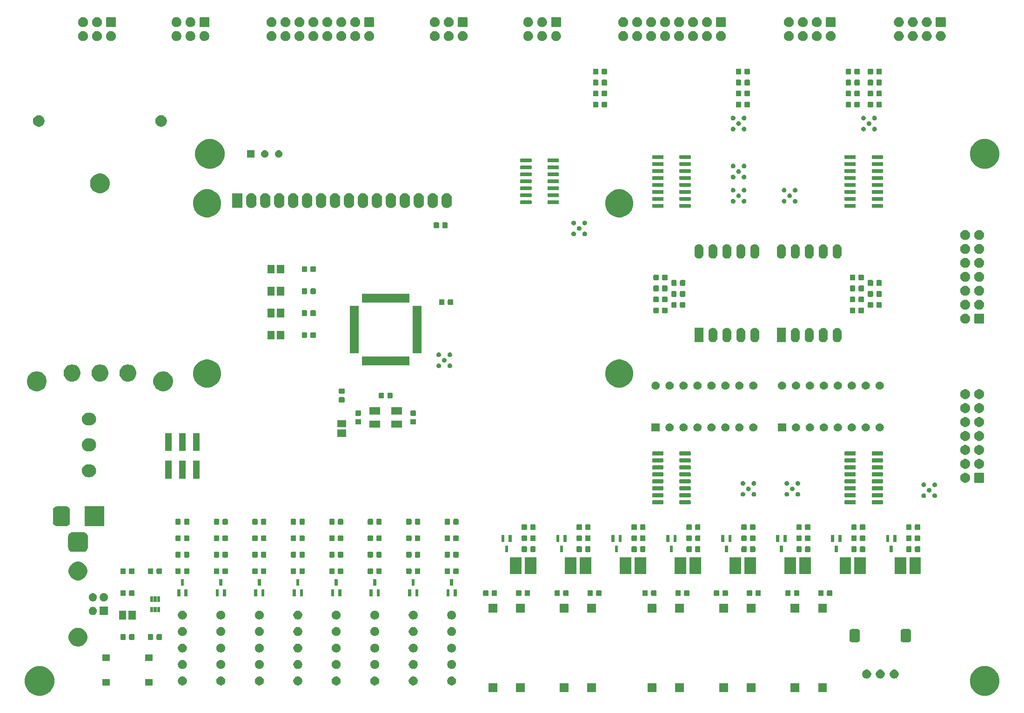
<source format=gts>
G04 #@! TF.GenerationSoftware,KiCad,Pcbnew,(5.1.6)-1*
G04 #@! TF.CreationDate,2021-05-11T22:10:58+07:00*
G04 #@! TF.ProjectId,digitalSystemBoard,64696769-7461-46c5-9379-7374656d426f,rev?*
G04 #@! TF.SameCoordinates,Original*
G04 #@! TF.FileFunction,Soldermask,Top*
G04 #@! TF.FilePolarity,Negative*
%FSLAX46Y46*%
G04 Gerber Fmt 4.6, Leading zero omitted, Abs format (unit mm)*
G04 Created by KiCad (PCBNEW (5.1.6)-1) date 2021-05-11 22:10:58*
%MOMM*%
%LPD*%
G01*
G04 APERTURE LIST*
%ADD10C,0.010000*%
%ADD11C,0.100000*%
G04 APERTURE END LIST*
D10*
G36*
X74123564Y-140600000D02*
G01*
X74575000Y-140600000D01*
X74575000Y-141499179D01*
X74123564Y-141499179D01*
X74123564Y-140600000D01*
G37*
X74123564Y-140600000D02*
X74575000Y-140600000D01*
X74575000Y-141499179D01*
X74123564Y-141499179D01*
X74123564Y-140600000D01*
G36*
X74774963Y-140600000D02*
G01*
X75225000Y-140600000D01*
X75225000Y-141499918D01*
X74774963Y-141499918D01*
X74774963Y-140600000D01*
G37*
X74774963Y-140600000D02*
X75225000Y-140600000D01*
X75225000Y-141499918D01*
X74774963Y-141499918D01*
X74774963Y-140600000D01*
G36*
X75426237Y-140600000D02*
G01*
X75875000Y-140600000D01*
X75875000Y-141498545D01*
X75426237Y-141498545D01*
X75426237Y-140600000D01*
G37*
X75426237Y-140600000D02*
X75875000Y-140600000D01*
X75875000Y-141498545D01*
X75426237Y-141498545D01*
X75426237Y-140600000D01*
G36*
X75425222Y-142500000D02*
G01*
X75875000Y-142500000D01*
X75875000Y-143400730D01*
X75425222Y-143400730D01*
X75425222Y-142500000D01*
G37*
X75425222Y-142500000D02*
X75875000Y-142500000D01*
X75875000Y-143400730D01*
X75425222Y-143400730D01*
X75425222Y-142500000D01*
G36*
X74774800Y-142500000D02*
G01*
X75225000Y-142500000D01*
X75225000Y-143401250D01*
X74774800Y-143401250D01*
X74774800Y-142500000D01*
G37*
X74774800Y-142500000D02*
X75225000Y-142500000D01*
X75225000Y-143401250D01*
X74774800Y-143401250D01*
X74774800Y-142500000D01*
G36*
X74124003Y-142500000D02*
G01*
X74575000Y-142500000D01*
X74575000Y-143401600D01*
X74124003Y-143401600D01*
X74124003Y-142500000D01*
G37*
X74124003Y-142500000D02*
X74575000Y-142500000D01*
X74575000Y-143401600D01*
X74124003Y-143401600D01*
X74124003Y-142500000D01*
D11*
G36*
X226787852Y-153402797D02*
G01*
X227279402Y-153606404D01*
X227279403Y-153606405D01*
X227721787Y-153901996D01*
X228098004Y-154278213D01*
X228248106Y-154502857D01*
X228393596Y-154720598D01*
X228597203Y-155212148D01*
X228701000Y-155733973D01*
X228701000Y-156266027D01*
X228597203Y-156787852D01*
X228393596Y-157279402D01*
X228393595Y-157279403D01*
X228098004Y-157721787D01*
X227721787Y-158098004D01*
X227426195Y-158295512D01*
X227279402Y-158393596D01*
X226787852Y-158597203D01*
X226266027Y-158701000D01*
X225733973Y-158701000D01*
X225212148Y-158597203D01*
X224720598Y-158393596D01*
X224573805Y-158295512D01*
X224278213Y-158098004D01*
X223901996Y-157721787D01*
X223606405Y-157279403D01*
X223606404Y-157279402D01*
X223402797Y-156787852D01*
X223299000Y-156266027D01*
X223299000Y-155733973D01*
X223402797Y-155212148D01*
X223606404Y-154720598D01*
X223751894Y-154502857D01*
X223901996Y-154278213D01*
X224278213Y-153901996D01*
X224720597Y-153606405D01*
X224720598Y-153606404D01*
X225212148Y-153402797D01*
X225733973Y-153299000D01*
X226266027Y-153299000D01*
X226787852Y-153402797D01*
G37*
G36*
X54787852Y-153402797D02*
G01*
X55279402Y-153606404D01*
X55279403Y-153606405D01*
X55721787Y-153901996D01*
X56098004Y-154278213D01*
X56248106Y-154502857D01*
X56393596Y-154720598D01*
X56597203Y-155212148D01*
X56701000Y-155733973D01*
X56701000Y-156266027D01*
X56597203Y-156787852D01*
X56393596Y-157279402D01*
X56393595Y-157279403D01*
X56098004Y-157721787D01*
X55721787Y-158098004D01*
X55426195Y-158295512D01*
X55279402Y-158393596D01*
X54787852Y-158597203D01*
X54266027Y-158701000D01*
X53733973Y-158701000D01*
X53212148Y-158597203D01*
X52720598Y-158393596D01*
X52573805Y-158295512D01*
X52278213Y-158098004D01*
X51901996Y-157721787D01*
X51606405Y-157279403D01*
X51606404Y-157279402D01*
X51402797Y-156787852D01*
X51299000Y-156266027D01*
X51299000Y-155733973D01*
X51402797Y-155212148D01*
X51606404Y-154720598D01*
X51751894Y-154502857D01*
X51901996Y-154278213D01*
X52278213Y-153901996D01*
X52720597Y-153606405D01*
X52720598Y-153606404D01*
X53212148Y-153402797D01*
X53733973Y-153299000D01*
X54266027Y-153299000D01*
X54787852Y-153402797D01*
G37*
G36*
X197301000Y-158051000D02*
G01*
X195699000Y-158051000D01*
X195699000Y-156449000D01*
X197301000Y-156449000D01*
X197301000Y-158051000D01*
G37*
G36*
X179301000Y-158051000D02*
G01*
X177699000Y-158051000D01*
X177699000Y-156449000D01*
X179301000Y-156449000D01*
X179301000Y-158051000D01*
G37*
G36*
X184301000Y-158051000D02*
G01*
X182699000Y-158051000D01*
X182699000Y-156449000D01*
X184301000Y-156449000D01*
X184301000Y-158051000D01*
G37*
G36*
X171301000Y-158051000D02*
G01*
X169699000Y-158051000D01*
X169699000Y-156449000D01*
X171301000Y-156449000D01*
X171301000Y-158051000D01*
G37*
G36*
X166301000Y-158051000D02*
G01*
X164699000Y-158051000D01*
X164699000Y-156449000D01*
X166301000Y-156449000D01*
X166301000Y-158051000D01*
G37*
G36*
X155301000Y-158051000D02*
G01*
X153699000Y-158051000D01*
X153699000Y-156449000D01*
X155301000Y-156449000D01*
X155301000Y-158051000D01*
G37*
G36*
X150301000Y-158051000D02*
G01*
X148699000Y-158051000D01*
X148699000Y-156449000D01*
X150301000Y-156449000D01*
X150301000Y-158051000D01*
G37*
G36*
X142301000Y-158051000D02*
G01*
X140699000Y-158051000D01*
X140699000Y-156449000D01*
X142301000Y-156449000D01*
X142301000Y-158051000D01*
G37*
G36*
X137301000Y-158051000D02*
G01*
X135699000Y-158051000D01*
X135699000Y-156449000D01*
X137301000Y-156449000D01*
X137301000Y-158051000D01*
G37*
G36*
X192301000Y-158051000D02*
G01*
X190699000Y-158051000D01*
X190699000Y-156449000D01*
X192301000Y-156449000D01*
X192301000Y-158051000D01*
G37*
G36*
X66801000Y-156851000D02*
G01*
X65399000Y-156851000D01*
X65399000Y-155649000D01*
X66801000Y-155649000D01*
X66801000Y-156851000D01*
G37*
G36*
X74601000Y-156851000D02*
G01*
X73199000Y-156851000D01*
X73199000Y-155649000D01*
X74601000Y-155649000D01*
X74601000Y-156851000D01*
G37*
G36*
X101237142Y-155218242D02*
G01*
X101385101Y-155279529D01*
X101518255Y-155368499D01*
X101631501Y-155481745D01*
X101720471Y-155614899D01*
X101781758Y-155762858D01*
X101813000Y-155919925D01*
X101813000Y-156080075D01*
X101781758Y-156237142D01*
X101720471Y-156385101D01*
X101631501Y-156518255D01*
X101518255Y-156631501D01*
X101385101Y-156720471D01*
X101237142Y-156781758D01*
X101080075Y-156813000D01*
X100919925Y-156813000D01*
X100762858Y-156781758D01*
X100614899Y-156720471D01*
X100481745Y-156631501D01*
X100368499Y-156518255D01*
X100279529Y-156385101D01*
X100218242Y-156237142D01*
X100187000Y-156080075D01*
X100187000Y-155919925D01*
X100218242Y-155762858D01*
X100279529Y-155614899D01*
X100368499Y-155481745D01*
X100481745Y-155368499D01*
X100614899Y-155279529D01*
X100762858Y-155218242D01*
X100919925Y-155187000D01*
X101080075Y-155187000D01*
X101237142Y-155218242D01*
G37*
G36*
X115237142Y-155218242D02*
G01*
X115385101Y-155279529D01*
X115518255Y-155368499D01*
X115631501Y-155481745D01*
X115720471Y-155614899D01*
X115781758Y-155762858D01*
X115813000Y-155919925D01*
X115813000Y-156080075D01*
X115781758Y-156237142D01*
X115720471Y-156385101D01*
X115631501Y-156518255D01*
X115518255Y-156631501D01*
X115385101Y-156720471D01*
X115237142Y-156781758D01*
X115080075Y-156813000D01*
X114919925Y-156813000D01*
X114762858Y-156781758D01*
X114614899Y-156720471D01*
X114481745Y-156631501D01*
X114368499Y-156518255D01*
X114279529Y-156385101D01*
X114218242Y-156237142D01*
X114187000Y-156080075D01*
X114187000Y-155919925D01*
X114218242Y-155762858D01*
X114279529Y-155614899D01*
X114368499Y-155481745D01*
X114481745Y-155368499D01*
X114614899Y-155279529D01*
X114762858Y-155218242D01*
X114919925Y-155187000D01*
X115080075Y-155187000D01*
X115237142Y-155218242D01*
G37*
G36*
X129237142Y-155218242D02*
G01*
X129385101Y-155279529D01*
X129518255Y-155368499D01*
X129631501Y-155481745D01*
X129720471Y-155614899D01*
X129781758Y-155762858D01*
X129813000Y-155919925D01*
X129813000Y-156080075D01*
X129781758Y-156237142D01*
X129720471Y-156385101D01*
X129631501Y-156518255D01*
X129518255Y-156631501D01*
X129385101Y-156720471D01*
X129237142Y-156781758D01*
X129080075Y-156813000D01*
X128919925Y-156813000D01*
X128762858Y-156781758D01*
X128614899Y-156720471D01*
X128481745Y-156631501D01*
X128368499Y-156518255D01*
X128279529Y-156385101D01*
X128218242Y-156237142D01*
X128187000Y-156080075D01*
X128187000Y-155919925D01*
X128218242Y-155762858D01*
X128279529Y-155614899D01*
X128368499Y-155481745D01*
X128481745Y-155368499D01*
X128614899Y-155279529D01*
X128762858Y-155218242D01*
X128919925Y-155187000D01*
X129080075Y-155187000D01*
X129237142Y-155218242D01*
G37*
G36*
X122237142Y-155218242D02*
G01*
X122385101Y-155279529D01*
X122518255Y-155368499D01*
X122631501Y-155481745D01*
X122720471Y-155614899D01*
X122781758Y-155762858D01*
X122813000Y-155919925D01*
X122813000Y-156080075D01*
X122781758Y-156237142D01*
X122720471Y-156385101D01*
X122631501Y-156518255D01*
X122518255Y-156631501D01*
X122385101Y-156720471D01*
X122237142Y-156781758D01*
X122080075Y-156813000D01*
X121919925Y-156813000D01*
X121762858Y-156781758D01*
X121614899Y-156720471D01*
X121481745Y-156631501D01*
X121368499Y-156518255D01*
X121279529Y-156385101D01*
X121218242Y-156237142D01*
X121187000Y-156080075D01*
X121187000Y-155919925D01*
X121218242Y-155762858D01*
X121279529Y-155614899D01*
X121368499Y-155481745D01*
X121481745Y-155368499D01*
X121614899Y-155279529D01*
X121762858Y-155218242D01*
X121919925Y-155187000D01*
X122080075Y-155187000D01*
X122237142Y-155218242D01*
G37*
G36*
X108237142Y-155218242D02*
G01*
X108385101Y-155279529D01*
X108518255Y-155368499D01*
X108631501Y-155481745D01*
X108720471Y-155614899D01*
X108781758Y-155762858D01*
X108813000Y-155919925D01*
X108813000Y-156080075D01*
X108781758Y-156237142D01*
X108720471Y-156385101D01*
X108631501Y-156518255D01*
X108518255Y-156631501D01*
X108385101Y-156720471D01*
X108237142Y-156781758D01*
X108080075Y-156813000D01*
X107919925Y-156813000D01*
X107762858Y-156781758D01*
X107614899Y-156720471D01*
X107481745Y-156631501D01*
X107368499Y-156518255D01*
X107279529Y-156385101D01*
X107218242Y-156237142D01*
X107187000Y-156080075D01*
X107187000Y-155919925D01*
X107218242Y-155762858D01*
X107279529Y-155614899D01*
X107368499Y-155481745D01*
X107481745Y-155368499D01*
X107614899Y-155279529D01*
X107762858Y-155218242D01*
X107919925Y-155187000D01*
X108080075Y-155187000D01*
X108237142Y-155218242D01*
G37*
G36*
X94237142Y-155218242D02*
G01*
X94385101Y-155279529D01*
X94518255Y-155368499D01*
X94631501Y-155481745D01*
X94720471Y-155614899D01*
X94781758Y-155762858D01*
X94813000Y-155919925D01*
X94813000Y-156080075D01*
X94781758Y-156237142D01*
X94720471Y-156385101D01*
X94631501Y-156518255D01*
X94518255Y-156631501D01*
X94385101Y-156720471D01*
X94237142Y-156781758D01*
X94080075Y-156813000D01*
X93919925Y-156813000D01*
X93762858Y-156781758D01*
X93614899Y-156720471D01*
X93481745Y-156631501D01*
X93368499Y-156518255D01*
X93279529Y-156385101D01*
X93218242Y-156237142D01*
X93187000Y-156080075D01*
X93187000Y-155919925D01*
X93218242Y-155762858D01*
X93279529Y-155614899D01*
X93368499Y-155481745D01*
X93481745Y-155368499D01*
X93614899Y-155279529D01*
X93762858Y-155218242D01*
X93919925Y-155187000D01*
X94080075Y-155187000D01*
X94237142Y-155218242D01*
G37*
G36*
X87237142Y-155218242D02*
G01*
X87385101Y-155279529D01*
X87518255Y-155368499D01*
X87631501Y-155481745D01*
X87720471Y-155614899D01*
X87781758Y-155762858D01*
X87813000Y-155919925D01*
X87813000Y-156080075D01*
X87781758Y-156237142D01*
X87720471Y-156385101D01*
X87631501Y-156518255D01*
X87518255Y-156631501D01*
X87385101Y-156720471D01*
X87237142Y-156781758D01*
X87080075Y-156813000D01*
X86919925Y-156813000D01*
X86762858Y-156781758D01*
X86614899Y-156720471D01*
X86481745Y-156631501D01*
X86368499Y-156518255D01*
X86279529Y-156385101D01*
X86218242Y-156237142D01*
X86187000Y-156080075D01*
X86187000Y-155919925D01*
X86218242Y-155762858D01*
X86279529Y-155614899D01*
X86368499Y-155481745D01*
X86481745Y-155368499D01*
X86614899Y-155279529D01*
X86762858Y-155218242D01*
X86919925Y-155187000D01*
X87080075Y-155187000D01*
X87237142Y-155218242D01*
G37*
G36*
X80237142Y-155218242D02*
G01*
X80385101Y-155279529D01*
X80518255Y-155368499D01*
X80631501Y-155481745D01*
X80720471Y-155614899D01*
X80781758Y-155762858D01*
X80813000Y-155919925D01*
X80813000Y-156080075D01*
X80781758Y-156237142D01*
X80720471Y-156385101D01*
X80631501Y-156518255D01*
X80518255Y-156631501D01*
X80385101Y-156720471D01*
X80237142Y-156781758D01*
X80080075Y-156813000D01*
X79919925Y-156813000D01*
X79762858Y-156781758D01*
X79614899Y-156720471D01*
X79481745Y-156631501D01*
X79368499Y-156518255D01*
X79279529Y-156385101D01*
X79218242Y-156237142D01*
X79187000Y-156080075D01*
X79187000Y-155919925D01*
X79218242Y-155762858D01*
X79279529Y-155614899D01*
X79368499Y-155481745D01*
X79481745Y-155368499D01*
X79614899Y-155279529D01*
X79762858Y-155218242D01*
X79919925Y-155187000D01*
X80080075Y-155187000D01*
X80237142Y-155218242D01*
G37*
G36*
X204777142Y-153958242D02*
G01*
X204925101Y-154019529D01*
X205058255Y-154108499D01*
X205171501Y-154221745D01*
X205260471Y-154354899D01*
X205321758Y-154502858D01*
X205353000Y-154659925D01*
X205353000Y-154820075D01*
X205321758Y-154977142D01*
X205260471Y-155125101D01*
X205171501Y-155258255D01*
X205058255Y-155371501D01*
X204925101Y-155460471D01*
X204777142Y-155521758D01*
X204620075Y-155553000D01*
X204459925Y-155553000D01*
X204302858Y-155521758D01*
X204154899Y-155460471D01*
X204021745Y-155371501D01*
X203908499Y-155258255D01*
X203819529Y-155125101D01*
X203758242Y-154977142D01*
X203727000Y-154820075D01*
X203727000Y-154659925D01*
X203758242Y-154502858D01*
X203819529Y-154354899D01*
X203908499Y-154221745D01*
X204021745Y-154108499D01*
X204154899Y-154019529D01*
X204302858Y-153958242D01*
X204459925Y-153927000D01*
X204620075Y-153927000D01*
X204777142Y-153958242D01*
G37*
G36*
X207237142Y-153958242D02*
G01*
X207385101Y-154019529D01*
X207518255Y-154108499D01*
X207631501Y-154221745D01*
X207720471Y-154354899D01*
X207781758Y-154502858D01*
X207813000Y-154659925D01*
X207813000Y-154820075D01*
X207781758Y-154977142D01*
X207720471Y-155125101D01*
X207631501Y-155258255D01*
X207518255Y-155371501D01*
X207385101Y-155460471D01*
X207237142Y-155521758D01*
X207080075Y-155553000D01*
X206919925Y-155553000D01*
X206762858Y-155521758D01*
X206614899Y-155460471D01*
X206481745Y-155371501D01*
X206368499Y-155258255D01*
X206279529Y-155125101D01*
X206218242Y-154977142D01*
X206187000Y-154820075D01*
X206187000Y-154659925D01*
X206218242Y-154502858D01*
X206279529Y-154354899D01*
X206368499Y-154221745D01*
X206481745Y-154108499D01*
X206614899Y-154019529D01*
X206762858Y-153958242D01*
X206919925Y-153927000D01*
X207080075Y-153927000D01*
X207237142Y-153958242D01*
G37*
G36*
X209777142Y-153958242D02*
G01*
X209925101Y-154019529D01*
X210058255Y-154108499D01*
X210171501Y-154221745D01*
X210260471Y-154354899D01*
X210321758Y-154502858D01*
X210353000Y-154659925D01*
X210353000Y-154820075D01*
X210321758Y-154977142D01*
X210260471Y-155125101D01*
X210171501Y-155258255D01*
X210058255Y-155371501D01*
X209925101Y-155460471D01*
X209777142Y-155521758D01*
X209620075Y-155553000D01*
X209459925Y-155553000D01*
X209302858Y-155521758D01*
X209154899Y-155460471D01*
X209021745Y-155371501D01*
X208908499Y-155258255D01*
X208819529Y-155125101D01*
X208758242Y-154977142D01*
X208727000Y-154820075D01*
X208727000Y-154659925D01*
X208758242Y-154502858D01*
X208819529Y-154354899D01*
X208908499Y-154221745D01*
X209021745Y-154108499D01*
X209154899Y-154019529D01*
X209302858Y-153958242D01*
X209459925Y-153927000D01*
X209620075Y-153927000D01*
X209777142Y-153958242D01*
G37*
G36*
X115237142Y-152218242D02*
G01*
X115385101Y-152279529D01*
X115518255Y-152368499D01*
X115631501Y-152481745D01*
X115720471Y-152614899D01*
X115781758Y-152762858D01*
X115813000Y-152919925D01*
X115813000Y-153080075D01*
X115781758Y-153237142D01*
X115720471Y-153385101D01*
X115631501Y-153518255D01*
X115518255Y-153631501D01*
X115385101Y-153720471D01*
X115237142Y-153781758D01*
X115080075Y-153813000D01*
X114919925Y-153813000D01*
X114762858Y-153781758D01*
X114614899Y-153720471D01*
X114481745Y-153631501D01*
X114368499Y-153518255D01*
X114279529Y-153385101D01*
X114218242Y-153237142D01*
X114187000Y-153080075D01*
X114187000Y-152919925D01*
X114218242Y-152762858D01*
X114279529Y-152614899D01*
X114368499Y-152481745D01*
X114481745Y-152368499D01*
X114614899Y-152279529D01*
X114762858Y-152218242D01*
X114919925Y-152187000D01*
X115080075Y-152187000D01*
X115237142Y-152218242D01*
G37*
G36*
X122237142Y-152218242D02*
G01*
X122385101Y-152279529D01*
X122518255Y-152368499D01*
X122631501Y-152481745D01*
X122720471Y-152614899D01*
X122781758Y-152762858D01*
X122813000Y-152919925D01*
X122813000Y-153080075D01*
X122781758Y-153237142D01*
X122720471Y-153385101D01*
X122631501Y-153518255D01*
X122518255Y-153631501D01*
X122385101Y-153720471D01*
X122237142Y-153781758D01*
X122080075Y-153813000D01*
X121919925Y-153813000D01*
X121762858Y-153781758D01*
X121614899Y-153720471D01*
X121481745Y-153631501D01*
X121368499Y-153518255D01*
X121279529Y-153385101D01*
X121218242Y-153237142D01*
X121187000Y-153080075D01*
X121187000Y-152919925D01*
X121218242Y-152762858D01*
X121279529Y-152614899D01*
X121368499Y-152481745D01*
X121481745Y-152368499D01*
X121614899Y-152279529D01*
X121762858Y-152218242D01*
X121919925Y-152187000D01*
X122080075Y-152187000D01*
X122237142Y-152218242D01*
G37*
G36*
X129237142Y-152218242D02*
G01*
X129385101Y-152279529D01*
X129518255Y-152368499D01*
X129631501Y-152481745D01*
X129720471Y-152614899D01*
X129781758Y-152762858D01*
X129813000Y-152919925D01*
X129813000Y-153080075D01*
X129781758Y-153237142D01*
X129720471Y-153385101D01*
X129631501Y-153518255D01*
X129518255Y-153631501D01*
X129385101Y-153720471D01*
X129237142Y-153781758D01*
X129080075Y-153813000D01*
X128919925Y-153813000D01*
X128762858Y-153781758D01*
X128614899Y-153720471D01*
X128481745Y-153631501D01*
X128368499Y-153518255D01*
X128279529Y-153385101D01*
X128218242Y-153237142D01*
X128187000Y-153080075D01*
X128187000Y-152919925D01*
X128218242Y-152762858D01*
X128279529Y-152614899D01*
X128368499Y-152481745D01*
X128481745Y-152368499D01*
X128614899Y-152279529D01*
X128762858Y-152218242D01*
X128919925Y-152187000D01*
X129080075Y-152187000D01*
X129237142Y-152218242D01*
G37*
G36*
X108237142Y-152218242D02*
G01*
X108385101Y-152279529D01*
X108518255Y-152368499D01*
X108631501Y-152481745D01*
X108720471Y-152614899D01*
X108781758Y-152762858D01*
X108813000Y-152919925D01*
X108813000Y-153080075D01*
X108781758Y-153237142D01*
X108720471Y-153385101D01*
X108631501Y-153518255D01*
X108518255Y-153631501D01*
X108385101Y-153720471D01*
X108237142Y-153781758D01*
X108080075Y-153813000D01*
X107919925Y-153813000D01*
X107762858Y-153781758D01*
X107614899Y-153720471D01*
X107481745Y-153631501D01*
X107368499Y-153518255D01*
X107279529Y-153385101D01*
X107218242Y-153237142D01*
X107187000Y-153080075D01*
X107187000Y-152919925D01*
X107218242Y-152762858D01*
X107279529Y-152614899D01*
X107368499Y-152481745D01*
X107481745Y-152368499D01*
X107614899Y-152279529D01*
X107762858Y-152218242D01*
X107919925Y-152187000D01*
X108080075Y-152187000D01*
X108237142Y-152218242D01*
G37*
G36*
X101237142Y-152218242D02*
G01*
X101385101Y-152279529D01*
X101518255Y-152368499D01*
X101631501Y-152481745D01*
X101720471Y-152614899D01*
X101781758Y-152762858D01*
X101813000Y-152919925D01*
X101813000Y-153080075D01*
X101781758Y-153237142D01*
X101720471Y-153385101D01*
X101631501Y-153518255D01*
X101518255Y-153631501D01*
X101385101Y-153720471D01*
X101237142Y-153781758D01*
X101080075Y-153813000D01*
X100919925Y-153813000D01*
X100762858Y-153781758D01*
X100614899Y-153720471D01*
X100481745Y-153631501D01*
X100368499Y-153518255D01*
X100279529Y-153385101D01*
X100218242Y-153237142D01*
X100187000Y-153080075D01*
X100187000Y-152919925D01*
X100218242Y-152762858D01*
X100279529Y-152614899D01*
X100368499Y-152481745D01*
X100481745Y-152368499D01*
X100614899Y-152279529D01*
X100762858Y-152218242D01*
X100919925Y-152187000D01*
X101080075Y-152187000D01*
X101237142Y-152218242D01*
G37*
G36*
X94237142Y-152218242D02*
G01*
X94385101Y-152279529D01*
X94518255Y-152368499D01*
X94631501Y-152481745D01*
X94720471Y-152614899D01*
X94781758Y-152762858D01*
X94813000Y-152919925D01*
X94813000Y-153080075D01*
X94781758Y-153237142D01*
X94720471Y-153385101D01*
X94631501Y-153518255D01*
X94518255Y-153631501D01*
X94385101Y-153720471D01*
X94237142Y-153781758D01*
X94080075Y-153813000D01*
X93919925Y-153813000D01*
X93762858Y-153781758D01*
X93614899Y-153720471D01*
X93481745Y-153631501D01*
X93368499Y-153518255D01*
X93279529Y-153385101D01*
X93218242Y-153237142D01*
X93187000Y-153080075D01*
X93187000Y-152919925D01*
X93218242Y-152762858D01*
X93279529Y-152614899D01*
X93368499Y-152481745D01*
X93481745Y-152368499D01*
X93614899Y-152279529D01*
X93762858Y-152218242D01*
X93919925Y-152187000D01*
X94080075Y-152187000D01*
X94237142Y-152218242D01*
G37*
G36*
X87237142Y-152218242D02*
G01*
X87385101Y-152279529D01*
X87518255Y-152368499D01*
X87631501Y-152481745D01*
X87720471Y-152614899D01*
X87781758Y-152762858D01*
X87813000Y-152919925D01*
X87813000Y-153080075D01*
X87781758Y-153237142D01*
X87720471Y-153385101D01*
X87631501Y-153518255D01*
X87518255Y-153631501D01*
X87385101Y-153720471D01*
X87237142Y-153781758D01*
X87080075Y-153813000D01*
X86919925Y-153813000D01*
X86762858Y-153781758D01*
X86614899Y-153720471D01*
X86481745Y-153631501D01*
X86368499Y-153518255D01*
X86279529Y-153385101D01*
X86218242Y-153237142D01*
X86187000Y-153080075D01*
X86187000Y-152919925D01*
X86218242Y-152762858D01*
X86279529Y-152614899D01*
X86368499Y-152481745D01*
X86481745Y-152368499D01*
X86614899Y-152279529D01*
X86762858Y-152218242D01*
X86919925Y-152187000D01*
X87080075Y-152187000D01*
X87237142Y-152218242D01*
G37*
G36*
X80237142Y-152218242D02*
G01*
X80385101Y-152279529D01*
X80518255Y-152368499D01*
X80631501Y-152481745D01*
X80720471Y-152614899D01*
X80781758Y-152762858D01*
X80813000Y-152919925D01*
X80813000Y-153080075D01*
X80781758Y-153237142D01*
X80720471Y-153385101D01*
X80631501Y-153518255D01*
X80518255Y-153631501D01*
X80385101Y-153720471D01*
X80237142Y-153781758D01*
X80080075Y-153813000D01*
X79919925Y-153813000D01*
X79762858Y-153781758D01*
X79614899Y-153720471D01*
X79481745Y-153631501D01*
X79368499Y-153518255D01*
X79279529Y-153385101D01*
X79218242Y-153237142D01*
X79187000Y-153080075D01*
X79187000Y-152919925D01*
X79218242Y-152762858D01*
X79279529Y-152614899D01*
X79368499Y-152481745D01*
X79481745Y-152368499D01*
X79614899Y-152279529D01*
X79762858Y-152218242D01*
X79919925Y-152187000D01*
X80080075Y-152187000D01*
X80237142Y-152218242D01*
G37*
G36*
X66801000Y-152351000D02*
G01*
X65399000Y-152351000D01*
X65399000Y-151149000D01*
X66801000Y-151149000D01*
X66801000Y-152351000D01*
G37*
G36*
X74601000Y-152351000D02*
G01*
X73199000Y-152351000D01*
X73199000Y-151149000D01*
X74601000Y-151149000D01*
X74601000Y-152351000D01*
G37*
G36*
X94237142Y-149218242D02*
G01*
X94385101Y-149279529D01*
X94518255Y-149368499D01*
X94631501Y-149481745D01*
X94720471Y-149614899D01*
X94781758Y-149762858D01*
X94813000Y-149919925D01*
X94813000Y-150080075D01*
X94781758Y-150237142D01*
X94720471Y-150385101D01*
X94631501Y-150518255D01*
X94518255Y-150631501D01*
X94385101Y-150720471D01*
X94237142Y-150781758D01*
X94080075Y-150813000D01*
X93919925Y-150813000D01*
X93762858Y-150781758D01*
X93614899Y-150720471D01*
X93481745Y-150631501D01*
X93368499Y-150518255D01*
X93279529Y-150385101D01*
X93218242Y-150237142D01*
X93187000Y-150080075D01*
X93187000Y-149919925D01*
X93218242Y-149762858D01*
X93279529Y-149614899D01*
X93368499Y-149481745D01*
X93481745Y-149368499D01*
X93614899Y-149279529D01*
X93762858Y-149218242D01*
X93919925Y-149187000D01*
X94080075Y-149187000D01*
X94237142Y-149218242D01*
G37*
G36*
X108237142Y-149218242D02*
G01*
X108385101Y-149279529D01*
X108518255Y-149368499D01*
X108631501Y-149481745D01*
X108720471Y-149614899D01*
X108781758Y-149762858D01*
X108813000Y-149919925D01*
X108813000Y-150080075D01*
X108781758Y-150237142D01*
X108720471Y-150385101D01*
X108631501Y-150518255D01*
X108518255Y-150631501D01*
X108385101Y-150720471D01*
X108237142Y-150781758D01*
X108080075Y-150813000D01*
X107919925Y-150813000D01*
X107762858Y-150781758D01*
X107614899Y-150720471D01*
X107481745Y-150631501D01*
X107368499Y-150518255D01*
X107279529Y-150385101D01*
X107218242Y-150237142D01*
X107187000Y-150080075D01*
X107187000Y-149919925D01*
X107218242Y-149762858D01*
X107279529Y-149614899D01*
X107368499Y-149481745D01*
X107481745Y-149368499D01*
X107614899Y-149279529D01*
X107762858Y-149218242D01*
X107919925Y-149187000D01*
X108080075Y-149187000D01*
X108237142Y-149218242D01*
G37*
G36*
X122237142Y-149218242D02*
G01*
X122385101Y-149279529D01*
X122518255Y-149368499D01*
X122631501Y-149481745D01*
X122720471Y-149614899D01*
X122781758Y-149762858D01*
X122813000Y-149919925D01*
X122813000Y-150080075D01*
X122781758Y-150237142D01*
X122720471Y-150385101D01*
X122631501Y-150518255D01*
X122518255Y-150631501D01*
X122385101Y-150720471D01*
X122237142Y-150781758D01*
X122080075Y-150813000D01*
X121919925Y-150813000D01*
X121762858Y-150781758D01*
X121614899Y-150720471D01*
X121481745Y-150631501D01*
X121368499Y-150518255D01*
X121279529Y-150385101D01*
X121218242Y-150237142D01*
X121187000Y-150080075D01*
X121187000Y-149919925D01*
X121218242Y-149762858D01*
X121279529Y-149614899D01*
X121368499Y-149481745D01*
X121481745Y-149368499D01*
X121614899Y-149279529D01*
X121762858Y-149218242D01*
X121919925Y-149187000D01*
X122080075Y-149187000D01*
X122237142Y-149218242D01*
G37*
G36*
X101237142Y-149218242D02*
G01*
X101385101Y-149279529D01*
X101518255Y-149368499D01*
X101631501Y-149481745D01*
X101720471Y-149614899D01*
X101781758Y-149762858D01*
X101813000Y-149919925D01*
X101813000Y-150080075D01*
X101781758Y-150237142D01*
X101720471Y-150385101D01*
X101631501Y-150518255D01*
X101518255Y-150631501D01*
X101385101Y-150720471D01*
X101237142Y-150781758D01*
X101080075Y-150813000D01*
X100919925Y-150813000D01*
X100762858Y-150781758D01*
X100614899Y-150720471D01*
X100481745Y-150631501D01*
X100368499Y-150518255D01*
X100279529Y-150385101D01*
X100218242Y-150237142D01*
X100187000Y-150080075D01*
X100187000Y-149919925D01*
X100218242Y-149762858D01*
X100279529Y-149614899D01*
X100368499Y-149481745D01*
X100481745Y-149368499D01*
X100614899Y-149279529D01*
X100762858Y-149218242D01*
X100919925Y-149187000D01*
X101080075Y-149187000D01*
X101237142Y-149218242D01*
G37*
G36*
X115237142Y-149218242D02*
G01*
X115385101Y-149279529D01*
X115518255Y-149368499D01*
X115631501Y-149481745D01*
X115720471Y-149614899D01*
X115781758Y-149762858D01*
X115813000Y-149919925D01*
X115813000Y-150080075D01*
X115781758Y-150237142D01*
X115720471Y-150385101D01*
X115631501Y-150518255D01*
X115518255Y-150631501D01*
X115385101Y-150720471D01*
X115237142Y-150781758D01*
X115080075Y-150813000D01*
X114919925Y-150813000D01*
X114762858Y-150781758D01*
X114614899Y-150720471D01*
X114481745Y-150631501D01*
X114368499Y-150518255D01*
X114279529Y-150385101D01*
X114218242Y-150237142D01*
X114187000Y-150080075D01*
X114187000Y-149919925D01*
X114218242Y-149762858D01*
X114279529Y-149614899D01*
X114368499Y-149481745D01*
X114481745Y-149368499D01*
X114614899Y-149279529D01*
X114762858Y-149218242D01*
X114919925Y-149187000D01*
X115080075Y-149187000D01*
X115237142Y-149218242D01*
G37*
G36*
X80237142Y-149218242D02*
G01*
X80385101Y-149279529D01*
X80518255Y-149368499D01*
X80631501Y-149481745D01*
X80720471Y-149614899D01*
X80781758Y-149762858D01*
X80813000Y-149919925D01*
X80813000Y-150080075D01*
X80781758Y-150237142D01*
X80720471Y-150385101D01*
X80631501Y-150518255D01*
X80518255Y-150631501D01*
X80385101Y-150720471D01*
X80237142Y-150781758D01*
X80080075Y-150813000D01*
X79919925Y-150813000D01*
X79762858Y-150781758D01*
X79614899Y-150720471D01*
X79481745Y-150631501D01*
X79368499Y-150518255D01*
X79279529Y-150385101D01*
X79218242Y-150237142D01*
X79187000Y-150080075D01*
X79187000Y-149919925D01*
X79218242Y-149762858D01*
X79279529Y-149614899D01*
X79368499Y-149481745D01*
X79481745Y-149368499D01*
X79614899Y-149279529D01*
X79762858Y-149218242D01*
X79919925Y-149187000D01*
X80080075Y-149187000D01*
X80237142Y-149218242D01*
G37*
G36*
X87237142Y-149218242D02*
G01*
X87385101Y-149279529D01*
X87518255Y-149368499D01*
X87631501Y-149481745D01*
X87720471Y-149614899D01*
X87781758Y-149762858D01*
X87813000Y-149919925D01*
X87813000Y-150080075D01*
X87781758Y-150237142D01*
X87720471Y-150385101D01*
X87631501Y-150518255D01*
X87518255Y-150631501D01*
X87385101Y-150720471D01*
X87237142Y-150781758D01*
X87080075Y-150813000D01*
X86919925Y-150813000D01*
X86762858Y-150781758D01*
X86614899Y-150720471D01*
X86481745Y-150631501D01*
X86368499Y-150518255D01*
X86279529Y-150385101D01*
X86218242Y-150237142D01*
X86187000Y-150080075D01*
X86187000Y-149919925D01*
X86218242Y-149762858D01*
X86279529Y-149614899D01*
X86368499Y-149481745D01*
X86481745Y-149368499D01*
X86614899Y-149279529D01*
X86762858Y-149218242D01*
X86919925Y-149187000D01*
X87080075Y-149187000D01*
X87237142Y-149218242D01*
G37*
G36*
X129237142Y-149218242D02*
G01*
X129385101Y-149279529D01*
X129518255Y-149368499D01*
X129631501Y-149481745D01*
X129720471Y-149614899D01*
X129781758Y-149762858D01*
X129813000Y-149919925D01*
X129813000Y-150080075D01*
X129781758Y-150237142D01*
X129720471Y-150385101D01*
X129631501Y-150518255D01*
X129518255Y-150631501D01*
X129385101Y-150720471D01*
X129237142Y-150781758D01*
X129080075Y-150813000D01*
X128919925Y-150813000D01*
X128762858Y-150781758D01*
X128614899Y-150720471D01*
X128481745Y-150631501D01*
X128368499Y-150518255D01*
X128279529Y-150385101D01*
X128218242Y-150237142D01*
X128187000Y-150080075D01*
X128187000Y-149919925D01*
X128218242Y-149762858D01*
X128279529Y-149614899D01*
X128368499Y-149481745D01*
X128481745Y-149368499D01*
X128614899Y-149279529D01*
X128762858Y-149218242D01*
X128919925Y-149187000D01*
X129080075Y-149187000D01*
X129237142Y-149218242D01*
G37*
G36*
X61498496Y-146376675D02*
G01*
X61752156Y-146481745D01*
X61809515Y-146505504D01*
X62089424Y-146692533D01*
X62327467Y-146930576D01*
X62514496Y-147210485D01*
X62514497Y-147210487D01*
X62643325Y-147521504D01*
X62709000Y-147851677D01*
X62709000Y-148188323D01*
X62643325Y-148518496D01*
X62518600Y-148819608D01*
X62514496Y-148829515D01*
X62327467Y-149109424D01*
X62089424Y-149347467D01*
X61809515Y-149534496D01*
X61809514Y-149534497D01*
X61809513Y-149534497D01*
X61498496Y-149663325D01*
X61168323Y-149729000D01*
X60831677Y-149729000D01*
X60501504Y-149663325D01*
X60190487Y-149534497D01*
X60190486Y-149534497D01*
X60190485Y-149534496D01*
X59910576Y-149347467D01*
X59672533Y-149109424D01*
X59485504Y-148829515D01*
X59481400Y-148819608D01*
X59356675Y-148518496D01*
X59291000Y-148188323D01*
X59291000Y-147851677D01*
X59356675Y-147521504D01*
X59485503Y-147210487D01*
X59485504Y-147210485D01*
X59672533Y-146930576D01*
X59910576Y-146692533D01*
X60190485Y-146505504D01*
X60247844Y-146481745D01*
X60501504Y-146376675D01*
X60831677Y-146311000D01*
X61168323Y-146311000D01*
X61498496Y-146376675D01*
G37*
G36*
X212268455Y-146547528D02*
G01*
X212345812Y-146570995D01*
X212417117Y-146609108D01*
X212479608Y-146660392D01*
X212530892Y-146722883D01*
X212569005Y-146794188D01*
X212592472Y-146871545D01*
X212601000Y-146958140D01*
X212601000Y-148521860D01*
X212592472Y-148608455D01*
X212569005Y-148685812D01*
X212530892Y-148757117D01*
X212479608Y-148819608D01*
X212417117Y-148870892D01*
X212345812Y-148909005D01*
X212268455Y-148932472D01*
X212181860Y-148941000D01*
X211118140Y-148941000D01*
X211031545Y-148932472D01*
X210954188Y-148909005D01*
X210882883Y-148870892D01*
X210820392Y-148819608D01*
X210769108Y-148757117D01*
X210730995Y-148685812D01*
X210707528Y-148608455D01*
X210699000Y-148521860D01*
X210699000Y-146958140D01*
X210707528Y-146871545D01*
X210730995Y-146794188D01*
X210769108Y-146722883D01*
X210820392Y-146660392D01*
X210882883Y-146609108D01*
X210954188Y-146570995D01*
X211031545Y-146547528D01*
X211118140Y-146539000D01*
X212181860Y-146539000D01*
X212268455Y-146547528D01*
G37*
G36*
X202968455Y-146547528D02*
G01*
X203045812Y-146570995D01*
X203117117Y-146609108D01*
X203179608Y-146660392D01*
X203230892Y-146722883D01*
X203269005Y-146794188D01*
X203292472Y-146871545D01*
X203301000Y-146958140D01*
X203301000Y-148521860D01*
X203292472Y-148608455D01*
X203269005Y-148685812D01*
X203230892Y-148757117D01*
X203179608Y-148819608D01*
X203117117Y-148870892D01*
X203045812Y-148909005D01*
X202968455Y-148932472D01*
X202881860Y-148941000D01*
X201818140Y-148941000D01*
X201731545Y-148932472D01*
X201654188Y-148909005D01*
X201582883Y-148870892D01*
X201520392Y-148819608D01*
X201469108Y-148757117D01*
X201430995Y-148685812D01*
X201407528Y-148608455D01*
X201399000Y-148521860D01*
X201399000Y-146958140D01*
X201407528Y-146871545D01*
X201430995Y-146794188D01*
X201469108Y-146722883D01*
X201520392Y-146660392D01*
X201582883Y-146609108D01*
X201654188Y-146570995D01*
X201731545Y-146547528D01*
X201818140Y-146539000D01*
X202881860Y-146539000D01*
X202968455Y-146547528D01*
G37*
G36*
X76129591Y-147478085D02*
G01*
X76163569Y-147488393D01*
X76194890Y-147505134D01*
X76222339Y-147527661D01*
X76244866Y-147555110D01*
X76261607Y-147586431D01*
X76271915Y-147620409D01*
X76276000Y-147661890D01*
X76276000Y-148338110D01*
X76271915Y-148379591D01*
X76261607Y-148413569D01*
X76244866Y-148444890D01*
X76222339Y-148472339D01*
X76194890Y-148494866D01*
X76163569Y-148511607D01*
X76129591Y-148521915D01*
X76088110Y-148526000D01*
X75486890Y-148526000D01*
X75445409Y-148521915D01*
X75411431Y-148511607D01*
X75380110Y-148494866D01*
X75352661Y-148472339D01*
X75330134Y-148444890D01*
X75313393Y-148413569D01*
X75303085Y-148379591D01*
X75299000Y-148338110D01*
X75299000Y-147661890D01*
X75303085Y-147620409D01*
X75313393Y-147586431D01*
X75330134Y-147555110D01*
X75352661Y-147527661D01*
X75380110Y-147505134D01*
X75411431Y-147488393D01*
X75445409Y-147478085D01*
X75486890Y-147474000D01*
X76088110Y-147474000D01*
X76129591Y-147478085D01*
G37*
G36*
X74554591Y-147478085D02*
G01*
X74588569Y-147488393D01*
X74619890Y-147505134D01*
X74647339Y-147527661D01*
X74669866Y-147555110D01*
X74686607Y-147586431D01*
X74696915Y-147620409D01*
X74701000Y-147661890D01*
X74701000Y-148338110D01*
X74696915Y-148379591D01*
X74686607Y-148413569D01*
X74669866Y-148444890D01*
X74647339Y-148472339D01*
X74619890Y-148494866D01*
X74588569Y-148511607D01*
X74554591Y-148521915D01*
X74513110Y-148526000D01*
X73911890Y-148526000D01*
X73870409Y-148521915D01*
X73836431Y-148511607D01*
X73805110Y-148494866D01*
X73777661Y-148472339D01*
X73755134Y-148444890D01*
X73738393Y-148413569D01*
X73728085Y-148379591D01*
X73724000Y-148338110D01*
X73724000Y-147661890D01*
X73728085Y-147620409D01*
X73738393Y-147586431D01*
X73755134Y-147555110D01*
X73777661Y-147527661D01*
X73805110Y-147505134D01*
X73836431Y-147488393D01*
X73870409Y-147478085D01*
X73911890Y-147474000D01*
X74513110Y-147474000D01*
X74554591Y-147478085D01*
G37*
G36*
X69554591Y-147478085D02*
G01*
X69588569Y-147488393D01*
X69619890Y-147505134D01*
X69647339Y-147527661D01*
X69669866Y-147555110D01*
X69686607Y-147586431D01*
X69696915Y-147620409D01*
X69701000Y-147661890D01*
X69701000Y-148338110D01*
X69696915Y-148379591D01*
X69686607Y-148413569D01*
X69669866Y-148444890D01*
X69647339Y-148472339D01*
X69619890Y-148494866D01*
X69588569Y-148511607D01*
X69554591Y-148521915D01*
X69513110Y-148526000D01*
X68911890Y-148526000D01*
X68870409Y-148521915D01*
X68836431Y-148511607D01*
X68805110Y-148494866D01*
X68777661Y-148472339D01*
X68755134Y-148444890D01*
X68738393Y-148413569D01*
X68728085Y-148379591D01*
X68724000Y-148338110D01*
X68724000Y-147661890D01*
X68728085Y-147620409D01*
X68738393Y-147586431D01*
X68755134Y-147555110D01*
X68777661Y-147527661D01*
X68805110Y-147505134D01*
X68836431Y-147488393D01*
X68870409Y-147478085D01*
X68911890Y-147474000D01*
X69513110Y-147474000D01*
X69554591Y-147478085D01*
G37*
G36*
X71129591Y-147478085D02*
G01*
X71163569Y-147488393D01*
X71194890Y-147505134D01*
X71222339Y-147527661D01*
X71244866Y-147555110D01*
X71261607Y-147586431D01*
X71271915Y-147620409D01*
X71276000Y-147661890D01*
X71276000Y-148338110D01*
X71271915Y-148379591D01*
X71261607Y-148413569D01*
X71244866Y-148444890D01*
X71222339Y-148472339D01*
X71194890Y-148494866D01*
X71163569Y-148511607D01*
X71129591Y-148521915D01*
X71088110Y-148526000D01*
X70486890Y-148526000D01*
X70445409Y-148521915D01*
X70411431Y-148511607D01*
X70380110Y-148494866D01*
X70352661Y-148472339D01*
X70330134Y-148444890D01*
X70313393Y-148413569D01*
X70303085Y-148379591D01*
X70299000Y-148338110D01*
X70299000Y-147661890D01*
X70303085Y-147620409D01*
X70313393Y-147586431D01*
X70330134Y-147555110D01*
X70352661Y-147527661D01*
X70380110Y-147505134D01*
X70411431Y-147488393D01*
X70445409Y-147478085D01*
X70486890Y-147474000D01*
X71088110Y-147474000D01*
X71129591Y-147478085D01*
G37*
G36*
X101237142Y-146218242D02*
G01*
X101385101Y-146279529D01*
X101518255Y-146368499D01*
X101631501Y-146481745D01*
X101720471Y-146614899D01*
X101781758Y-146762858D01*
X101813000Y-146919925D01*
X101813000Y-147080075D01*
X101781758Y-147237142D01*
X101720471Y-147385101D01*
X101631501Y-147518255D01*
X101518255Y-147631501D01*
X101385101Y-147720471D01*
X101237142Y-147781758D01*
X101080075Y-147813000D01*
X100919925Y-147813000D01*
X100762858Y-147781758D01*
X100614899Y-147720471D01*
X100481745Y-147631501D01*
X100368499Y-147518255D01*
X100279529Y-147385101D01*
X100218242Y-147237142D01*
X100187000Y-147080075D01*
X100187000Y-146919925D01*
X100218242Y-146762858D01*
X100279529Y-146614899D01*
X100368499Y-146481745D01*
X100481745Y-146368499D01*
X100614899Y-146279529D01*
X100762858Y-146218242D01*
X100919925Y-146187000D01*
X101080075Y-146187000D01*
X101237142Y-146218242D01*
G37*
G36*
X94237142Y-146218242D02*
G01*
X94385101Y-146279529D01*
X94518255Y-146368499D01*
X94631501Y-146481745D01*
X94720471Y-146614899D01*
X94781758Y-146762858D01*
X94813000Y-146919925D01*
X94813000Y-147080075D01*
X94781758Y-147237142D01*
X94720471Y-147385101D01*
X94631501Y-147518255D01*
X94518255Y-147631501D01*
X94385101Y-147720471D01*
X94237142Y-147781758D01*
X94080075Y-147813000D01*
X93919925Y-147813000D01*
X93762858Y-147781758D01*
X93614899Y-147720471D01*
X93481745Y-147631501D01*
X93368499Y-147518255D01*
X93279529Y-147385101D01*
X93218242Y-147237142D01*
X93187000Y-147080075D01*
X93187000Y-146919925D01*
X93218242Y-146762858D01*
X93279529Y-146614899D01*
X93368499Y-146481745D01*
X93481745Y-146368499D01*
X93614899Y-146279529D01*
X93762858Y-146218242D01*
X93919925Y-146187000D01*
X94080075Y-146187000D01*
X94237142Y-146218242D01*
G37*
G36*
X87237142Y-146218242D02*
G01*
X87385101Y-146279529D01*
X87518255Y-146368499D01*
X87631501Y-146481745D01*
X87720471Y-146614899D01*
X87781758Y-146762858D01*
X87813000Y-146919925D01*
X87813000Y-147080075D01*
X87781758Y-147237142D01*
X87720471Y-147385101D01*
X87631501Y-147518255D01*
X87518255Y-147631501D01*
X87385101Y-147720471D01*
X87237142Y-147781758D01*
X87080075Y-147813000D01*
X86919925Y-147813000D01*
X86762858Y-147781758D01*
X86614899Y-147720471D01*
X86481745Y-147631501D01*
X86368499Y-147518255D01*
X86279529Y-147385101D01*
X86218242Y-147237142D01*
X86187000Y-147080075D01*
X86187000Y-146919925D01*
X86218242Y-146762858D01*
X86279529Y-146614899D01*
X86368499Y-146481745D01*
X86481745Y-146368499D01*
X86614899Y-146279529D01*
X86762858Y-146218242D01*
X86919925Y-146187000D01*
X87080075Y-146187000D01*
X87237142Y-146218242D01*
G37*
G36*
X115237142Y-146218242D02*
G01*
X115385101Y-146279529D01*
X115518255Y-146368499D01*
X115631501Y-146481745D01*
X115720471Y-146614899D01*
X115781758Y-146762858D01*
X115813000Y-146919925D01*
X115813000Y-147080075D01*
X115781758Y-147237142D01*
X115720471Y-147385101D01*
X115631501Y-147518255D01*
X115518255Y-147631501D01*
X115385101Y-147720471D01*
X115237142Y-147781758D01*
X115080075Y-147813000D01*
X114919925Y-147813000D01*
X114762858Y-147781758D01*
X114614899Y-147720471D01*
X114481745Y-147631501D01*
X114368499Y-147518255D01*
X114279529Y-147385101D01*
X114218242Y-147237142D01*
X114187000Y-147080075D01*
X114187000Y-146919925D01*
X114218242Y-146762858D01*
X114279529Y-146614899D01*
X114368499Y-146481745D01*
X114481745Y-146368499D01*
X114614899Y-146279529D01*
X114762858Y-146218242D01*
X114919925Y-146187000D01*
X115080075Y-146187000D01*
X115237142Y-146218242D01*
G37*
G36*
X108237142Y-146218242D02*
G01*
X108385101Y-146279529D01*
X108518255Y-146368499D01*
X108631501Y-146481745D01*
X108720471Y-146614899D01*
X108781758Y-146762858D01*
X108813000Y-146919925D01*
X108813000Y-147080075D01*
X108781758Y-147237142D01*
X108720471Y-147385101D01*
X108631501Y-147518255D01*
X108518255Y-147631501D01*
X108385101Y-147720471D01*
X108237142Y-147781758D01*
X108080075Y-147813000D01*
X107919925Y-147813000D01*
X107762858Y-147781758D01*
X107614899Y-147720471D01*
X107481745Y-147631501D01*
X107368499Y-147518255D01*
X107279529Y-147385101D01*
X107218242Y-147237142D01*
X107187000Y-147080075D01*
X107187000Y-146919925D01*
X107218242Y-146762858D01*
X107279529Y-146614899D01*
X107368499Y-146481745D01*
X107481745Y-146368499D01*
X107614899Y-146279529D01*
X107762858Y-146218242D01*
X107919925Y-146187000D01*
X108080075Y-146187000D01*
X108237142Y-146218242D01*
G37*
G36*
X122237142Y-146218242D02*
G01*
X122385101Y-146279529D01*
X122518255Y-146368499D01*
X122631501Y-146481745D01*
X122720471Y-146614899D01*
X122781758Y-146762858D01*
X122813000Y-146919925D01*
X122813000Y-147080075D01*
X122781758Y-147237142D01*
X122720471Y-147385101D01*
X122631501Y-147518255D01*
X122518255Y-147631501D01*
X122385101Y-147720471D01*
X122237142Y-147781758D01*
X122080075Y-147813000D01*
X121919925Y-147813000D01*
X121762858Y-147781758D01*
X121614899Y-147720471D01*
X121481745Y-147631501D01*
X121368499Y-147518255D01*
X121279529Y-147385101D01*
X121218242Y-147237142D01*
X121187000Y-147080075D01*
X121187000Y-146919925D01*
X121218242Y-146762858D01*
X121279529Y-146614899D01*
X121368499Y-146481745D01*
X121481745Y-146368499D01*
X121614899Y-146279529D01*
X121762858Y-146218242D01*
X121919925Y-146187000D01*
X122080075Y-146187000D01*
X122237142Y-146218242D01*
G37*
G36*
X129237142Y-146218242D02*
G01*
X129385101Y-146279529D01*
X129518255Y-146368499D01*
X129631501Y-146481745D01*
X129720471Y-146614899D01*
X129781758Y-146762858D01*
X129813000Y-146919925D01*
X129813000Y-147080075D01*
X129781758Y-147237142D01*
X129720471Y-147385101D01*
X129631501Y-147518255D01*
X129518255Y-147631501D01*
X129385101Y-147720471D01*
X129237142Y-147781758D01*
X129080075Y-147813000D01*
X128919925Y-147813000D01*
X128762858Y-147781758D01*
X128614899Y-147720471D01*
X128481745Y-147631501D01*
X128368499Y-147518255D01*
X128279529Y-147385101D01*
X128218242Y-147237142D01*
X128187000Y-147080075D01*
X128187000Y-146919925D01*
X128218242Y-146762858D01*
X128279529Y-146614899D01*
X128368499Y-146481745D01*
X128481745Y-146368499D01*
X128614899Y-146279529D01*
X128762858Y-146218242D01*
X128919925Y-146187000D01*
X129080075Y-146187000D01*
X129237142Y-146218242D01*
G37*
G36*
X80237142Y-146218242D02*
G01*
X80385101Y-146279529D01*
X80518255Y-146368499D01*
X80631501Y-146481745D01*
X80720471Y-146614899D01*
X80781758Y-146762858D01*
X80813000Y-146919925D01*
X80813000Y-147080075D01*
X80781758Y-147237142D01*
X80720471Y-147385101D01*
X80631501Y-147518255D01*
X80518255Y-147631501D01*
X80385101Y-147720471D01*
X80237142Y-147781758D01*
X80080075Y-147813000D01*
X79919925Y-147813000D01*
X79762858Y-147781758D01*
X79614899Y-147720471D01*
X79481745Y-147631501D01*
X79368499Y-147518255D01*
X79279529Y-147385101D01*
X79218242Y-147237142D01*
X79187000Y-147080075D01*
X79187000Y-146919925D01*
X79218242Y-146762858D01*
X79279529Y-146614899D01*
X79368499Y-146481745D01*
X79481745Y-146368499D01*
X79614899Y-146279529D01*
X79762858Y-146218242D01*
X79919925Y-146187000D01*
X80080075Y-146187000D01*
X80237142Y-146218242D01*
G37*
G36*
X101237142Y-143218242D02*
G01*
X101385101Y-143279529D01*
X101518255Y-143368499D01*
X101631501Y-143481745D01*
X101720471Y-143614899D01*
X101781758Y-143762858D01*
X101813000Y-143919925D01*
X101813000Y-144080075D01*
X101781758Y-144237142D01*
X101720471Y-144385101D01*
X101631501Y-144518255D01*
X101518255Y-144631501D01*
X101385101Y-144720471D01*
X101237142Y-144781758D01*
X101080075Y-144813000D01*
X100919925Y-144813000D01*
X100762858Y-144781758D01*
X100614899Y-144720471D01*
X100481745Y-144631501D01*
X100368499Y-144518255D01*
X100279529Y-144385101D01*
X100218242Y-144237142D01*
X100187000Y-144080075D01*
X100187000Y-143919925D01*
X100218242Y-143762858D01*
X100279529Y-143614899D01*
X100368499Y-143481745D01*
X100481745Y-143368499D01*
X100614899Y-143279529D01*
X100762858Y-143218242D01*
X100919925Y-143187000D01*
X101080075Y-143187000D01*
X101237142Y-143218242D01*
G37*
G36*
X122237142Y-143218242D02*
G01*
X122385101Y-143279529D01*
X122518255Y-143368499D01*
X122631501Y-143481745D01*
X122720471Y-143614899D01*
X122781758Y-143762858D01*
X122813000Y-143919925D01*
X122813000Y-144080075D01*
X122781758Y-144237142D01*
X122720471Y-144385101D01*
X122631501Y-144518255D01*
X122518255Y-144631501D01*
X122385101Y-144720471D01*
X122237142Y-144781758D01*
X122080075Y-144813000D01*
X121919925Y-144813000D01*
X121762858Y-144781758D01*
X121614899Y-144720471D01*
X121481745Y-144631501D01*
X121368499Y-144518255D01*
X121279529Y-144385101D01*
X121218242Y-144237142D01*
X121187000Y-144080075D01*
X121187000Y-143919925D01*
X121218242Y-143762858D01*
X121279529Y-143614899D01*
X121368499Y-143481745D01*
X121481745Y-143368499D01*
X121614899Y-143279529D01*
X121762858Y-143218242D01*
X121919925Y-143187000D01*
X122080075Y-143187000D01*
X122237142Y-143218242D01*
G37*
G36*
X115237142Y-143218242D02*
G01*
X115385101Y-143279529D01*
X115518255Y-143368499D01*
X115631501Y-143481745D01*
X115720471Y-143614899D01*
X115781758Y-143762858D01*
X115813000Y-143919925D01*
X115813000Y-144080075D01*
X115781758Y-144237142D01*
X115720471Y-144385101D01*
X115631501Y-144518255D01*
X115518255Y-144631501D01*
X115385101Y-144720471D01*
X115237142Y-144781758D01*
X115080075Y-144813000D01*
X114919925Y-144813000D01*
X114762858Y-144781758D01*
X114614899Y-144720471D01*
X114481745Y-144631501D01*
X114368499Y-144518255D01*
X114279529Y-144385101D01*
X114218242Y-144237142D01*
X114187000Y-144080075D01*
X114187000Y-143919925D01*
X114218242Y-143762858D01*
X114279529Y-143614899D01*
X114368499Y-143481745D01*
X114481745Y-143368499D01*
X114614899Y-143279529D01*
X114762858Y-143218242D01*
X114919925Y-143187000D01*
X115080075Y-143187000D01*
X115237142Y-143218242D01*
G37*
G36*
X108237142Y-143218242D02*
G01*
X108385101Y-143279529D01*
X108518255Y-143368499D01*
X108631501Y-143481745D01*
X108720471Y-143614899D01*
X108781758Y-143762858D01*
X108813000Y-143919925D01*
X108813000Y-144080075D01*
X108781758Y-144237142D01*
X108720471Y-144385101D01*
X108631501Y-144518255D01*
X108518255Y-144631501D01*
X108385101Y-144720471D01*
X108237142Y-144781758D01*
X108080075Y-144813000D01*
X107919925Y-144813000D01*
X107762858Y-144781758D01*
X107614899Y-144720471D01*
X107481745Y-144631501D01*
X107368499Y-144518255D01*
X107279529Y-144385101D01*
X107218242Y-144237142D01*
X107187000Y-144080075D01*
X107187000Y-143919925D01*
X107218242Y-143762858D01*
X107279529Y-143614899D01*
X107368499Y-143481745D01*
X107481745Y-143368499D01*
X107614899Y-143279529D01*
X107762858Y-143218242D01*
X107919925Y-143187000D01*
X108080075Y-143187000D01*
X108237142Y-143218242D01*
G37*
G36*
X94237142Y-143218242D02*
G01*
X94385101Y-143279529D01*
X94518255Y-143368499D01*
X94631501Y-143481745D01*
X94720471Y-143614899D01*
X94781758Y-143762858D01*
X94813000Y-143919925D01*
X94813000Y-144080075D01*
X94781758Y-144237142D01*
X94720471Y-144385101D01*
X94631501Y-144518255D01*
X94518255Y-144631501D01*
X94385101Y-144720471D01*
X94237142Y-144781758D01*
X94080075Y-144813000D01*
X93919925Y-144813000D01*
X93762858Y-144781758D01*
X93614899Y-144720471D01*
X93481745Y-144631501D01*
X93368499Y-144518255D01*
X93279529Y-144385101D01*
X93218242Y-144237142D01*
X93187000Y-144080075D01*
X93187000Y-143919925D01*
X93218242Y-143762858D01*
X93279529Y-143614899D01*
X93368499Y-143481745D01*
X93481745Y-143368499D01*
X93614899Y-143279529D01*
X93762858Y-143218242D01*
X93919925Y-143187000D01*
X94080075Y-143187000D01*
X94237142Y-143218242D01*
G37*
G36*
X87237142Y-143218242D02*
G01*
X87385101Y-143279529D01*
X87518255Y-143368499D01*
X87631501Y-143481745D01*
X87720471Y-143614899D01*
X87781758Y-143762858D01*
X87813000Y-143919925D01*
X87813000Y-144080075D01*
X87781758Y-144237142D01*
X87720471Y-144385101D01*
X87631501Y-144518255D01*
X87518255Y-144631501D01*
X87385101Y-144720471D01*
X87237142Y-144781758D01*
X87080075Y-144813000D01*
X86919925Y-144813000D01*
X86762858Y-144781758D01*
X86614899Y-144720471D01*
X86481745Y-144631501D01*
X86368499Y-144518255D01*
X86279529Y-144385101D01*
X86218242Y-144237142D01*
X86187000Y-144080075D01*
X86187000Y-143919925D01*
X86218242Y-143762858D01*
X86279529Y-143614899D01*
X86368499Y-143481745D01*
X86481745Y-143368499D01*
X86614899Y-143279529D01*
X86762858Y-143218242D01*
X86919925Y-143187000D01*
X87080075Y-143187000D01*
X87237142Y-143218242D01*
G37*
G36*
X80237142Y-143218242D02*
G01*
X80385101Y-143279529D01*
X80518255Y-143368499D01*
X80631501Y-143481745D01*
X80720471Y-143614899D01*
X80781758Y-143762858D01*
X80813000Y-143919925D01*
X80813000Y-144080075D01*
X80781758Y-144237142D01*
X80720471Y-144385101D01*
X80631501Y-144518255D01*
X80518255Y-144631501D01*
X80385101Y-144720471D01*
X80237142Y-144781758D01*
X80080075Y-144813000D01*
X79919925Y-144813000D01*
X79762858Y-144781758D01*
X79614899Y-144720471D01*
X79481745Y-144631501D01*
X79368499Y-144518255D01*
X79279529Y-144385101D01*
X79218242Y-144237142D01*
X79187000Y-144080075D01*
X79187000Y-143919925D01*
X79218242Y-143762858D01*
X79279529Y-143614899D01*
X79368499Y-143481745D01*
X79481745Y-143368499D01*
X79614899Y-143279529D01*
X79762858Y-143218242D01*
X79919925Y-143187000D01*
X80080075Y-143187000D01*
X80237142Y-143218242D01*
G37*
G36*
X129237142Y-143218242D02*
G01*
X129385101Y-143279529D01*
X129518255Y-143368499D01*
X129631501Y-143481745D01*
X129720471Y-143614899D01*
X129781758Y-143762858D01*
X129813000Y-143919925D01*
X129813000Y-144080075D01*
X129781758Y-144237142D01*
X129720471Y-144385101D01*
X129631501Y-144518255D01*
X129518255Y-144631501D01*
X129385101Y-144720471D01*
X129237142Y-144781758D01*
X129080075Y-144813000D01*
X128919925Y-144813000D01*
X128762858Y-144781758D01*
X128614899Y-144720471D01*
X128481745Y-144631501D01*
X128368499Y-144518255D01*
X128279529Y-144385101D01*
X128218242Y-144237142D01*
X128187000Y-144080075D01*
X128187000Y-143919925D01*
X128218242Y-143762858D01*
X128279529Y-143614899D01*
X128368499Y-143481745D01*
X128481745Y-143368499D01*
X128614899Y-143279529D01*
X128762858Y-143218242D01*
X128919925Y-143187000D01*
X129080075Y-143187000D01*
X129237142Y-143218242D01*
G37*
G36*
X69791000Y-144786000D02*
G01*
X68489000Y-144786000D01*
X68489000Y-143214000D01*
X69791000Y-143214000D01*
X69791000Y-144786000D01*
G37*
G36*
X71511000Y-144786000D02*
G01*
X70209000Y-144786000D01*
X70209000Y-143214000D01*
X71511000Y-143214000D01*
X71511000Y-144786000D01*
G37*
G36*
X66455000Y-144005000D02*
G01*
X64945000Y-144005000D01*
X64945000Y-142495000D01*
X66455000Y-142495000D01*
X66455000Y-144005000D01*
G37*
G36*
X63847293Y-142509507D02*
G01*
X63920225Y-142524014D01*
X63977138Y-142547588D01*
X64057626Y-142580927D01*
X64181284Y-142663553D01*
X64286447Y-142768716D01*
X64369073Y-142892374D01*
X64425986Y-143029776D01*
X64455000Y-143175638D01*
X64455000Y-143324362D01*
X64425986Y-143470224D01*
X64369073Y-143607626D01*
X64286447Y-143731284D01*
X64181284Y-143836447D01*
X64057626Y-143919073D01*
X63977138Y-143952412D01*
X63920225Y-143975986D01*
X63847293Y-143990493D01*
X63774362Y-144005000D01*
X63625638Y-144005000D01*
X63552707Y-143990493D01*
X63479775Y-143975986D01*
X63422862Y-143952412D01*
X63342374Y-143919073D01*
X63218716Y-143836447D01*
X63113553Y-143731284D01*
X63030927Y-143607626D01*
X62974014Y-143470224D01*
X62945000Y-143324362D01*
X62945000Y-143175638D01*
X62974014Y-143029776D01*
X63030927Y-142892374D01*
X63113553Y-142768716D01*
X63218716Y-142663553D01*
X63342374Y-142580927D01*
X63422862Y-142547588D01*
X63479775Y-142524014D01*
X63552707Y-142509507D01*
X63625638Y-142495000D01*
X63774362Y-142495000D01*
X63847293Y-142509507D01*
G37*
G36*
X137301000Y-143551000D02*
G01*
X135699000Y-143551000D01*
X135699000Y-141949000D01*
X137301000Y-141949000D01*
X137301000Y-143551000D01*
G37*
G36*
X197301000Y-143551000D02*
G01*
X195699000Y-143551000D01*
X195699000Y-141949000D01*
X197301000Y-141949000D01*
X197301000Y-143551000D01*
G37*
G36*
X184301000Y-143551000D02*
G01*
X182699000Y-143551000D01*
X182699000Y-141949000D01*
X184301000Y-141949000D01*
X184301000Y-143551000D01*
G37*
G36*
X179301000Y-143551000D02*
G01*
X177699000Y-143551000D01*
X177699000Y-141949000D01*
X179301000Y-141949000D01*
X179301000Y-143551000D01*
G37*
G36*
X171301000Y-143551000D02*
G01*
X169699000Y-143551000D01*
X169699000Y-141949000D01*
X171301000Y-141949000D01*
X171301000Y-143551000D01*
G37*
G36*
X166301000Y-143551000D02*
G01*
X164699000Y-143551000D01*
X164699000Y-141949000D01*
X166301000Y-141949000D01*
X166301000Y-143551000D01*
G37*
G36*
X155301000Y-143551000D02*
G01*
X153699000Y-143551000D01*
X153699000Y-141949000D01*
X155301000Y-141949000D01*
X155301000Y-143551000D01*
G37*
G36*
X142301000Y-143551000D02*
G01*
X140699000Y-143551000D01*
X140699000Y-141949000D01*
X142301000Y-141949000D01*
X142301000Y-143551000D01*
G37*
G36*
X150301000Y-143551000D02*
G01*
X148699000Y-143551000D01*
X148699000Y-141949000D01*
X150301000Y-141949000D01*
X150301000Y-143551000D01*
G37*
G36*
X192301000Y-143551000D02*
G01*
X190699000Y-143551000D01*
X190699000Y-141949000D01*
X192301000Y-141949000D01*
X192301000Y-143551000D01*
G37*
G36*
X65847293Y-140009507D02*
G01*
X65920225Y-140024014D01*
X65977138Y-140047588D01*
X66057626Y-140080927D01*
X66181284Y-140163553D01*
X66286447Y-140268716D01*
X66369073Y-140392374D01*
X66394790Y-140454461D01*
X66418461Y-140511607D01*
X66425986Y-140529776D01*
X66455000Y-140675638D01*
X66455000Y-140824362D01*
X66425986Y-140970224D01*
X66369073Y-141107626D01*
X66286447Y-141231284D01*
X66181284Y-141336447D01*
X66057626Y-141419073D01*
X65977138Y-141452412D01*
X65920225Y-141475986D01*
X65847293Y-141490493D01*
X65774362Y-141505000D01*
X65625638Y-141505000D01*
X65552707Y-141490493D01*
X65479775Y-141475986D01*
X65422862Y-141452412D01*
X65342374Y-141419073D01*
X65218716Y-141336447D01*
X65113553Y-141231284D01*
X65030927Y-141107626D01*
X64974014Y-140970224D01*
X64945000Y-140824362D01*
X64945000Y-140675638D01*
X64974014Y-140529776D01*
X64981540Y-140511607D01*
X65005210Y-140454461D01*
X65030927Y-140392374D01*
X65113553Y-140268716D01*
X65218716Y-140163553D01*
X65342374Y-140080927D01*
X65422862Y-140047588D01*
X65479775Y-140024014D01*
X65552707Y-140009507D01*
X65625638Y-139995000D01*
X65774362Y-139995000D01*
X65847293Y-140009507D01*
G37*
G36*
X63847293Y-140009507D02*
G01*
X63920225Y-140024014D01*
X63977138Y-140047588D01*
X64057626Y-140080927D01*
X64181284Y-140163553D01*
X64286447Y-140268716D01*
X64369073Y-140392374D01*
X64394790Y-140454461D01*
X64418461Y-140511607D01*
X64425986Y-140529776D01*
X64455000Y-140675638D01*
X64455000Y-140824362D01*
X64425986Y-140970224D01*
X64369073Y-141107626D01*
X64286447Y-141231284D01*
X64181284Y-141336447D01*
X64057626Y-141419073D01*
X63977138Y-141452412D01*
X63920225Y-141475986D01*
X63847293Y-141490493D01*
X63774362Y-141505000D01*
X63625638Y-141505000D01*
X63552707Y-141490493D01*
X63479775Y-141475986D01*
X63422862Y-141452412D01*
X63342374Y-141419073D01*
X63218716Y-141336447D01*
X63113553Y-141231284D01*
X63030927Y-141107626D01*
X62974014Y-140970224D01*
X62945000Y-140824362D01*
X62945000Y-140675638D01*
X62974014Y-140529776D01*
X62981540Y-140511607D01*
X63005210Y-140454461D01*
X63030927Y-140392374D01*
X63113553Y-140268716D01*
X63218716Y-140163553D01*
X63342374Y-140080927D01*
X63422862Y-140047588D01*
X63479775Y-140024014D01*
X63552707Y-140009507D01*
X63625638Y-139995000D01*
X63774362Y-139995000D01*
X63847293Y-140009507D01*
G37*
G36*
X108940000Y-140575000D02*
G01*
X108380800Y-140575000D01*
X108380800Y-139355400D01*
X108940000Y-139355400D01*
X108940000Y-140575000D01*
G37*
G36*
X129940000Y-140575000D02*
G01*
X129380800Y-140575000D01*
X129380800Y-139355400D01*
X129940000Y-139355400D01*
X129940000Y-140575000D01*
G37*
G36*
X128619200Y-140575000D02*
G01*
X128060000Y-140575000D01*
X128060000Y-139355400D01*
X128619200Y-139355400D01*
X128619200Y-140575000D01*
G37*
G36*
X79619200Y-140575000D02*
G01*
X79060000Y-140575000D01*
X79060000Y-139355400D01*
X79619200Y-139355400D01*
X79619200Y-140575000D01*
G37*
G36*
X80940000Y-140575000D02*
G01*
X80380800Y-140575000D01*
X80380800Y-139355400D01*
X80940000Y-139355400D01*
X80940000Y-140575000D01*
G37*
G36*
X86619200Y-140575000D02*
G01*
X86060000Y-140575000D01*
X86060000Y-139355400D01*
X86619200Y-139355400D01*
X86619200Y-140575000D01*
G37*
G36*
X87940000Y-140575000D02*
G01*
X87380800Y-140575000D01*
X87380800Y-139355400D01*
X87940000Y-139355400D01*
X87940000Y-140575000D01*
G37*
G36*
X93619200Y-140575000D02*
G01*
X93060000Y-140575000D01*
X93060000Y-139355400D01*
X93619200Y-139355400D01*
X93619200Y-140575000D01*
G37*
G36*
X100619200Y-140575000D02*
G01*
X100060000Y-140575000D01*
X100060000Y-139355400D01*
X100619200Y-139355400D01*
X100619200Y-140575000D01*
G37*
G36*
X101940000Y-140575000D02*
G01*
X101380800Y-140575000D01*
X101380800Y-139355400D01*
X101940000Y-139355400D01*
X101940000Y-140575000D01*
G37*
G36*
X107619200Y-140575000D02*
G01*
X107060000Y-140575000D01*
X107060000Y-139355400D01*
X107619200Y-139355400D01*
X107619200Y-140575000D01*
G37*
G36*
X94940000Y-140575000D02*
G01*
X94380800Y-140575000D01*
X94380800Y-139355400D01*
X94940000Y-139355400D01*
X94940000Y-140575000D01*
G37*
G36*
X114619200Y-140575000D02*
G01*
X114060000Y-140575000D01*
X114060000Y-139355400D01*
X114619200Y-139355400D01*
X114619200Y-140575000D01*
G37*
G36*
X115940000Y-140575000D02*
G01*
X115380800Y-140575000D01*
X115380800Y-139355400D01*
X115940000Y-139355400D01*
X115940000Y-140575000D01*
G37*
G36*
X121619200Y-140575000D02*
G01*
X121060000Y-140575000D01*
X121060000Y-139355400D01*
X121619200Y-139355400D01*
X121619200Y-140575000D01*
G37*
G36*
X122940000Y-140575000D02*
G01*
X122380800Y-140575000D01*
X122380800Y-139355400D01*
X122940000Y-139355400D01*
X122940000Y-140575000D01*
G37*
G36*
X154554591Y-139478085D02*
G01*
X154588569Y-139488393D01*
X154619890Y-139505134D01*
X154647339Y-139527661D01*
X154669866Y-139555110D01*
X154686607Y-139586431D01*
X154696915Y-139620409D01*
X154701000Y-139661890D01*
X154701000Y-140338110D01*
X154696915Y-140379591D01*
X154686607Y-140413569D01*
X154669866Y-140444890D01*
X154647339Y-140472339D01*
X154619890Y-140494866D01*
X154588569Y-140511607D01*
X154554591Y-140521915D01*
X154513110Y-140526000D01*
X153911890Y-140526000D01*
X153870409Y-140521915D01*
X153836431Y-140511607D01*
X153805110Y-140494866D01*
X153777661Y-140472339D01*
X153755134Y-140444890D01*
X153738393Y-140413569D01*
X153728085Y-140379591D01*
X153724000Y-140338110D01*
X153724000Y-139661890D01*
X153728085Y-139620409D01*
X153738393Y-139586431D01*
X153755134Y-139555110D01*
X153777661Y-139527661D01*
X153805110Y-139505134D01*
X153836431Y-139488393D01*
X153870409Y-139478085D01*
X153911890Y-139474000D01*
X154513110Y-139474000D01*
X154554591Y-139478085D01*
G37*
G36*
X170554591Y-139478085D02*
G01*
X170588569Y-139488393D01*
X170619890Y-139505134D01*
X170647339Y-139527661D01*
X170669866Y-139555110D01*
X170686607Y-139586431D01*
X170696915Y-139620409D01*
X170701000Y-139661890D01*
X170701000Y-140338110D01*
X170696915Y-140379591D01*
X170686607Y-140413569D01*
X170669866Y-140444890D01*
X170647339Y-140472339D01*
X170619890Y-140494866D01*
X170588569Y-140511607D01*
X170554591Y-140521915D01*
X170513110Y-140526000D01*
X169911890Y-140526000D01*
X169870409Y-140521915D01*
X169836431Y-140511607D01*
X169805110Y-140494866D01*
X169777661Y-140472339D01*
X169755134Y-140444890D01*
X169738393Y-140413569D01*
X169728085Y-140379591D01*
X169724000Y-140338110D01*
X169724000Y-139661890D01*
X169728085Y-139620409D01*
X169738393Y-139586431D01*
X169755134Y-139555110D01*
X169777661Y-139527661D01*
X169805110Y-139505134D01*
X169836431Y-139488393D01*
X169870409Y-139478085D01*
X169911890Y-139474000D01*
X170513110Y-139474000D01*
X170554591Y-139478085D01*
G37*
G36*
X69554591Y-139478085D02*
G01*
X69588569Y-139488393D01*
X69619890Y-139505134D01*
X69647339Y-139527661D01*
X69669866Y-139555110D01*
X69686607Y-139586431D01*
X69696915Y-139620409D01*
X69701000Y-139661890D01*
X69701000Y-140338110D01*
X69696915Y-140379591D01*
X69686607Y-140413569D01*
X69669866Y-140444890D01*
X69647339Y-140472339D01*
X69619890Y-140494866D01*
X69588569Y-140511607D01*
X69554591Y-140521915D01*
X69513110Y-140526000D01*
X68911890Y-140526000D01*
X68870409Y-140521915D01*
X68836431Y-140511607D01*
X68805110Y-140494866D01*
X68777661Y-140472339D01*
X68755134Y-140444890D01*
X68738393Y-140413569D01*
X68728085Y-140379591D01*
X68724000Y-140338110D01*
X68724000Y-139661890D01*
X68728085Y-139620409D01*
X68738393Y-139586431D01*
X68755134Y-139555110D01*
X68777661Y-139527661D01*
X68805110Y-139505134D01*
X68836431Y-139488393D01*
X68870409Y-139478085D01*
X68911890Y-139474000D01*
X69513110Y-139474000D01*
X69554591Y-139478085D01*
G37*
G36*
X141554591Y-139478085D02*
G01*
X141588569Y-139488393D01*
X141619890Y-139505134D01*
X141647339Y-139527661D01*
X141669866Y-139555110D01*
X141686607Y-139586431D01*
X141696915Y-139620409D01*
X141701000Y-139661890D01*
X141701000Y-140338110D01*
X141696915Y-140379591D01*
X141686607Y-140413569D01*
X141669866Y-140444890D01*
X141647339Y-140472339D01*
X141619890Y-140494866D01*
X141588569Y-140511607D01*
X141554591Y-140521915D01*
X141513110Y-140526000D01*
X140911890Y-140526000D01*
X140870409Y-140521915D01*
X140836431Y-140511607D01*
X140805110Y-140494866D01*
X140777661Y-140472339D01*
X140755134Y-140444890D01*
X140738393Y-140413569D01*
X140728085Y-140379591D01*
X140724000Y-140338110D01*
X140724000Y-139661890D01*
X140728085Y-139620409D01*
X140738393Y-139586431D01*
X140755134Y-139555110D01*
X140777661Y-139527661D01*
X140805110Y-139505134D01*
X140836431Y-139488393D01*
X140870409Y-139478085D01*
X140911890Y-139474000D01*
X141513110Y-139474000D01*
X141554591Y-139478085D01*
G37*
G36*
X143129591Y-139478085D02*
G01*
X143163569Y-139488393D01*
X143194890Y-139505134D01*
X143222339Y-139527661D01*
X143244866Y-139555110D01*
X143261607Y-139586431D01*
X143271915Y-139620409D01*
X143276000Y-139661890D01*
X143276000Y-140338110D01*
X143271915Y-140379591D01*
X143261607Y-140413569D01*
X143244866Y-140444890D01*
X143222339Y-140472339D01*
X143194890Y-140494866D01*
X143163569Y-140511607D01*
X143129591Y-140521915D01*
X143088110Y-140526000D01*
X142486890Y-140526000D01*
X142445409Y-140521915D01*
X142411431Y-140511607D01*
X142380110Y-140494866D01*
X142352661Y-140472339D01*
X142330134Y-140444890D01*
X142313393Y-140413569D01*
X142303085Y-140379591D01*
X142299000Y-140338110D01*
X142299000Y-139661890D01*
X142303085Y-139620409D01*
X142313393Y-139586431D01*
X142330134Y-139555110D01*
X142352661Y-139527661D01*
X142380110Y-139505134D01*
X142411431Y-139488393D01*
X142445409Y-139478085D01*
X142486890Y-139474000D01*
X143088110Y-139474000D01*
X143129591Y-139478085D01*
G37*
G36*
X172129591Y-139478085D02*
G01*
X172163569Y-139488393D01*
X172194890Y-139505134D01*
X172222339Y-139527661D01*
X172244866Y-139555110D01*
X172261607Y-139586431D01*
X172271915Y-139620409D01*
X172276000Y-139661890D01*
X172276000Y-140338110D01*
X172271915Y-140379591D01*
X172261607Y-140413569D01*
X172244866Y-140444890D01*
X172222339Y-140472339D01*
X172194890Y-140494866D01*
X172163569Y-140511607D01*
X172129591Y-140521915D01*
X172088110Y-140526000D01*
X171486890Y-140526000D01*
X171445409Y-140521915D01*
X171411431Y-140511607D01*
X171380110Y-140494866D01*
X171352661Y-140472339D01*
X171330134Y-140444890D01*
X171313393Y-140413569D01*
X171303085Y-140379591D01*
X171299000Y-140338110D01*
X171299000Y-139661890D01*
X171303085Y-139620409D01*
X171313393Y-139586431D01*
X171330134Y-139555110D01*
X171352661Y-139527661D01*
X171380110Y-139505134D01*
X171411431Y-139488393D01*
X171445409Y-139478085D01*
X171486890Y-139474000D01*
X172088110Y-139474000D01*
X172129591Y-139478085D01*
G37*
G36*
X183554591Y-139478085D02*
G01*
X183588569Y-139488393D01*
X183619890Y-139505134D01*
X183647339Y-139527661D01*
X183669866Y-139555110D01*
X183686607Y-139586431D01*
X183696915Y-139620409D01*
X183701000Y-139661890D01*
X183701000Y-140338110D01*
X183696915Y-140379591D01*
X183686607Y-140413569D01*
X183669866Y-140444890D01*
X183647339Y-140472339D01*
X183619890Y-140494866D01*
X183588569Y-140511607D01*
X183554591Y-140521915D01*
X183513110Y-140526000D01*
X182911890Y-140526000D01*
X182870409Y-140521915D01*
X182836431Y-140511607D01*
X182805110Y-140494866D01*
X182777661Y-140472339D01*
X182755134Y-140444890D01*
X182738393Y-140413569D01*
X182728085Y-140379591D01*
X182724000Y-140338110D01*
X182724000Y-139661890D01*
X182728085Y-139620409D01*
X182738393Y-139586431D01*
X182755134Y-139555110D01*
X182777661Y-139527661D01*
X182805110Y-139505134D01*
X182836431Y-139488393D01*
X182870409Y-139478085D01*
X182911890Y-139474000D01*
X183513110Y-139474000D01*
X183554591Y-139478085D01*
G37*
G36*
X185129591Y-139478085D02*
G01*
X185163569Y-139488393D01*
X185194890Y-139505134D01*
X185222339Y-139527661D01*
X185244866Y-139555110D01*
X185261607Y-139586431D01*
X185271915Y-139620409D01*
X185276000Y-139661890D01*
X185276000Y-140338110D01*
X185271915Y-140379591D01*
X185261607Y-140413569D01*
X185244866Y-140444890D01*
X185222339Y-140472339D01*
X185194890Y-140494866D01*
X185163569Y-140511607D01*
X185129591Y-140521915D01*
X185088110Y-140526000D01*
X184486890Y-140526000D01*
X184445409Y-140521915D01*
X184411431Y-140511607D01*
X184380110Y-140494866D01*
X184352661Y-140472339D01*
X184330134Y-140444890D01*
X184313393Y-140413569D01*
X184303085Y-140379591D01*
X184299000Y-140338110D01*
X184299000Y-139661890D01*
X184303085Y-139620409D01*
X184313393Y-139586431D01*
X184330134Y-139555110D01*
X184352661Y-139527661D01*
X184380110Y-139505134D01*
X184411431Y-139488393D01*
X184445409Y-139478085D01*
X184486890Y-139474000D01*
X185088110Y-139474000D01*
X185129591Y-139478085D01*
G37*
G36*
X196554591Y-139478085D02*
G01*
X196588569Y-139488393D01*
X196619890Y-139505134D01*
X196647339Y-139527661D01*
X196669866Y-139555110D01*
X196686607Y-139586431D01*
X196696915Y-139620409D01*
X196701000Y-139661890D01*
X196701000Y-140338110D01*
X196696915Y-140379591D01*
X196686607Y-140413569D01*
X196669866Y-140444890D01*
X196647339Y-140472339D01*
X196619890Y-140494866D01*
X196588569Y-140511607D01*
X196554591Y-140521915D01*
X196513110Y-140526000D01*
X195911890Y-140526000D01*
X195870409Y-140521915D01*
X195836431Y-140511607D01*
X195805110Y-140494866D01*
X195777661Y-140472339D01*
X195755134Y-140444890D01*
X195738393Y-140413569D01*
X195728085Y-140379591D01*
X195724000Y-140338110D01*
X195724000Y-139661890D01*
X195728085Y-139620409D01*
X195738393Y-139586431D01*
X195755134Y-139555110D01*
X195777661Y-139527661D01*
X195805110Y-139505134D01*
X195836431Y-139488393D01*
X195870409Y-139478085D01*
X195911890Y-139474000D01*
X196513110Y-139474000D01*
X196554591Y-139478085D01*
G37*
G36*
X198129591Y-139478085D02*
G01*
X198163569Y-139488393D01*
X198194890Y-139505134D01*
X198222339Y-139527661D01*
X198244866Y-139555110D01*
X198261607Y-139586431D01*
X198271915Y-139620409D01*
X198276000Y-139661890D01*
X198276000Y-140338110D01*
X198271915Y-140379591D01*
X198261607Y-140413569D01*
X198244866Y-140444890D01*
X198222339Y-140472339D01*
X198194890Y-140494866D01*
X198163569Y-140511607D01*
X198129591Y-140521915D01*
X198088110Y-140526000D01*
X197486890Y-140526000D01*
X197445409Y-140521915D01*
X197411431Y-140511607D01*
X197380110Y-140494866D01*
X197352661Y-140472339D01*
X197330134Y-140444890D01*
X197313393Y-140413569D01*
X197303085Y-140379591D01*
X197299000Y-140338110D01*
X197299000Y-139661890D01*
X197303085Y-139620409D01*
X197313393Y-139586431D01*
X197330134Y-139555110D01*
X197352661Y-139527661D01*
X197380110Y-139505134D01*
X197411431Y-139488393D01*
X197445409Y-139478085D01*
X197486890Y-139474000D01*
X198088110Y-139474000D01*
X198129591Y-139478085D01*
G37*
G36*
X71129591Y-139478085D02*
G01*
X71163569Y-139488393D01*
X71194890Y-139505134D01*
X71222339Y-139527661D01*
X71244866Y-139555110D01*
X71261607Y-139586431D01*
X71271915Y-139620409D01*
X71276000Y-139661890D01*
X71276000Y-140338110D01*
X71271915Y-140379591D01*
X71261607Y-140413569D01*
X71244866Y-140444890D01*
X71222339Y-140472339D01*
X71194890Y-140494866D01*
X71163569Y-140511607D01*
X71129591Y-140521915D01*
X71088110Y-140526000D01*
X70486890Y-140526000D01*
X70445409Y-140521915D01*
X70411431Y-140511607D01*
X70380110Y-140494866D01*
X70352661Y-140472339D01*
X70330134Y-140444890D01*
X70313393Y-140413569D01*
X70303085Y-140379591D01*
X70299000Y-140338110D01*
X70299000Y-139661890D01*
X70303085Y-139620409D01*
X70313393Y-139586431D01*
X70330134Y-139555110D01*
X70352661Y-139527661D01*
X70380110Y-139505134D01*
X70411431Y-139488393D01*
X70445409Y-139478085D01*
X70486890Y-139474000D01*
X71088110Y-139474000D01*
X71129591Y-139478085D01*
G37*
G36*
X192129591Y-139478085D02*
G01*
X192163569Y-139488393D01*
X192194890Y-139505134D01*
X192222339Y-139527661D01*
X192244866Y-139555110D01*
X192261607Y-139586431D01*
X192271915Y-139620409D01*
X192276000Y-139661890D01*
X192276000Y-140338110D01*
X192271915Y-140379591D01*
X192261607Y-140413569D01*
X192244866Y-140444890D01*
X192222339Y-140472339D01*
X192194890Y-140494866D01*
X192163569Y-140511607D01*
X192129591Y-140521915D01*
X192088110Y-140526000D01*
X191486890Y-140526000D01*
X191445409Y-140521915D01*
X191411431Y-140511607D01*
X191380110Y-140494866D01*
X191352661Y-140472339D01*
X191330134Y-140444890D01*
X191313393Y-140413569D01*
X191303085Y-140379591D01*
X191299000Y-140338110D01*
X191299000Y-139661890D01*
X191303085Y-139620409D01*
X191313393Y-139586431D01*
X191330134Y-139555110D01*
X191352661Y-139527661D01*
X191380110Y-139505134D01*
X191411431Y-139488393D01*
X191445409Y-139478085D01*
X191486890Y-139474000D01*
X192088110Y-139474000D01*
X192129591Y-139478085D01*
G37*
G36*
X179129591Y-139478085D02*
G01*
X179163569Y-139488393D01*
X179194890Y-139505134D01*
X179222339Y-139527661D01*
X179244866Y-139555110D01*
X179261607Y-139586431D01*
X179271915Y-139620409D01*
X179276000Y-139661890D01*
X179276000Y-140338110D01*
X179271915Y-140379591D01*
X179261607Y-140413569D01*
X179244866Y-140444890D01*
X179222339Y-140472339D01*
X179194890Y-140494866D01*
X179163569Y-140511607D01*
X179129591Y-140521915D01*
X179088110Y-140526000D01*
X178486890Y-140526000D01*
X178445409Y-140521915D01*
X178411431Y-140511607D01*
X178380110Y-140494866D01*
X178352661Y-140472339D01*
X178330134Y-140444890D01*
X178313393Y-140413569D01*
X178303085Y-140379591D01*
X178299000Y-140338110D01*
X178299000Y-139661890D01*
X178303085Y-139620409D01*
X178313393Y-139586431D01*
X178330134Y-139555110D01*
X178352661Y-139527661D01*
X178380110Y-139505134D01*
X178411431Y-139488393D01*
X178445409Y-139478085D01*
X178486890Y-139474000D01*
X179088110Y-139474000D01*
X179129591Y-139478085D01*
G37*
G36*
X177554591Y-139478085D02*
G01*
X177588569Y-139488393D01*
X177619890Y-139505134D01*
X177647339Y-139527661D01*
X177669866Y-139555110D01*
X177686607Y-139586431D01*
X177696915Y-139620409D01*
X177701000Y-139661890D01*
X177701000Y-140338110D01*
X177696915Y-140379591D01*
X177686607Y-140413569D01*
X177669866Y-140444890D01*
X177647339Y-140472339D01*
X177619890Y-140494866D01*
X177588569Y-140511607D01*
X177554591Y-140521915D01*
X177513110Y-140526000D01*
X176911890Y-140526000D01*
X176870409Y-140521915D01*
X176836431Y-140511607D01*
X176805110Y-140494866D01*
X176777661Y-140472339D01*
X176755134Y-140444890D01*
X176738393Y-140413569D01*
X176728085Y-140379591D01*
X176724000Y-140338110D01*
X176724000Y-139661890D01*
X176728085Y-139620409D01*
X176738393Y-139586431D01*
X176755134Y-139555110D01*
X176777661Y-139527661D01*
X176805110Y-139505134D01*
X176836431Y-139488393D01*
X176870409Y-139478085D01*
X176911890Y-139474000D01*
X177513110Y-139474000D01*
X177554591Y-139478085D01*
G37*
G36*
X150129591Y-139478085D02*
G01*
X150163569Y-139488393D01*
X150194890Y-139505134D01*
X150222339Y-139527661D01*
X150244866Y-139555110D01*
X150261607Y-139586431D01*
X150271915Y-139620409D01*
X150276000Y-139661890D01*
X150276000Y-140338110D01*
X150271915Y-140379591D01*
X150261607Y-140413569D01*
X150244866Y-140444890D01*
X150222339Y-140472339D01*
X150194890Y-140494866D01*
X150163569Y-140511607D01*
X150129591Y-140521915D01*
X150088110Y-140526000D01*
X149486890Y-140526000D01*
X149445409Y-140521915D01*
X149411431Y-140511607D01*
X149380110Y-140494866D01*
X149352661Y-140472339D01*
X149330134Y-140444890D01*
X149313393Y-140413569D01*
X149303085Y-140379591D01*
X149299000Y-140338110D01*
X149299000Y-139661890D01*
X149303085Y-139620409D01*
X149313393Y-139586431D01*
X149330134Y-139555110D01*
X149352661Y-139527661D01*
X149380110Y-139505134D01*
X149411431Y-139488393D01*
X149445409Y-139478085D01*
X149486890Y-139474000D01*
X150088110Y-139474000D01*
X150129591Y-139478085D01*
G37*
G36*
X164554591Y-139478085D02*
G01*
X164588569Y-139488393D01*
X164619890Y-139505134D01*
X164647339Y-139527661D01*
X164669866Y-139555110D01*
X164686607Y-139586431D01*
X164696915Y-139620409D01*
X164701000Y-139661890D01*
X164701000Y-140338110D01*
X164696915Y-140379591D01*
X164686607Y-140413569D01*
X164669866Y-140444890D01*
X164647339Y-140472339D01*
X164619890Y-140494866D01*
X164588569Y-140511607D01*
X164554591Y-140521915D01*
X164513110Y-140526000D01*
X163911890Y-140526000D01*
X163870409Y-140521915D01*
X163836431Y-140511607D01*
X163805110Y-140494866D01*
X163777661Y-140472339D01*
X163755134Y-140444890D01*
X163738393Y-140413569D01*
X163728085Y-140379591D01*
X163724000Y-140338110D01*
X163724000Y-139661890D01*
X163728085Y-139620409D01*
X163738393Y-139586431D01*
X163755134Y-139555110D01*
X163777661Y-139527661D01*
X163805110Y-139505134D01*
X163836431Y-139488393D01*
X163870409Y-139478085D01*
X163911890Y-139474000D01*
X164513110Y-139474000D01*
X164554591Y-139478085D01*
G37*
G36*
X166129591Y-139478085D02*
G01*
X166163569Y-139488393D01*
X166194890Y-139505134D01*
X166222339Y-139527661D01*
X166244866Y-139555110D01*
X166261607Y-139586431D01*
X166271915Y-139620409D01*
X166276000Y-139661890D01*
X166276000Y-140338110D01*
X166271915Y-140379591D01*
X166261607Y-140413569D01*
X166244866Y-140444890D01*
X166222339Y-140472339D01*
X166194890Y-140494866D01*
X166163569Y-140511607D01*
X166129591Y-140521915D01*
X166088110Y-140526000D01*
X165486890Y-140526000D01*
X165445409Y-140521915D01*
X165411431Y-140511607D01*
X165380110Y-140494866D01*
X165352661Y-140472339D01*
X165330134Y-140444890D01*
X165313393Y-140413569D01*
X165303085Y-140379591D01*
X165299000Y-140338110D01*
X165299000Y-139661890D01*
X165303085Y-139620409D01*
X165313393Y-139586431D01*
X165330134Y-139555110D01*
X165352661Y-139527661D01*
X165380110Y-139505134D01*
X165411431Y-139488393D01*
X165445409Y-139478085D01*
X165486890Y-139474000D01*
X166088110Y-139474000D01*
X166129591Y-139478085D01*
G37*
G36*
X135554591Y-139478085D02*
G01*
X135588569Y-139488393D01*
X135619890Y-139505134D01*
X135647339Y-139527661D01*
X135669866Y-139555110D01*
X135686607Y-139586431D01*
X135696915Y-139620409D01*
X135701000Y-139661890D01*
X135701000Y-140338110D01*
X135696915Y-140379591D01*
X135686607Y-140413569D01*
X135669866Y-140444890D01*
X135647339Y-140472339D01*
X135619890Y-140494866D01*
X135588569Y-140511607D01*
X135554591Y-140521915D01*
X135513110Y-140526000D01*
X134911890Y-140526000D01*
X134870409Y-140521915D01*
X134836431Y-140511607D01*
X134805110Y-140494866D01*
X134777661Y-140472339D01*
X134755134Y-140444890D01*
X134738393Y-140413569D01*
X134728085Y-140379591D01*
X134724000Y-140338110D01*
X134724000Y-139661890D01*
X134728085Y-139620409D01*
X134738393Y-139586431D01*
X134755134Y-139555110D01*
X134777661Y-139527661D01*
X134805110Y-139505134D01*
X134836431Y-139488393D01*
X134870409Y-139478085D01*
X134911890Y-139474000D01*
X135513110Y-139474000D01*
X135554591Y-139478085D01*
G37*
G36*
X137129591Y-139478085D02*
G01*
X137163569Y-139488393D01*
X137194890Y-139505134D01*
X137222339Y-139527661D01*
X137244866Y-139555110D01*
X137261607Y-139586431D01*
X137271915Y-139620409D01*
X137276000Y-139661890D01*
X137276000Y-140338110D01*
X137271915Y-140379591D01*
X137261607Y-140413569D01*
X137244866Y-140444890D01*
X137222339Y-140472339D01*
X137194890Y-140494866D01*
X137163569Y-140511607D01*
X137129591Y-140521915D01*
X137088110Y-140526000D01*
X136486890Y-140526000D01*
X136445409Y-140521915D01*
X136411431Y-140511607D01*
X136380110Y-140494866D01*
X136352661Y-140472339D01*
X136330134Y-140444890D01*
X136313393Y-140413569D01*
X136303085Y-140379591D01*
X136299000Y-140338110D01*
X136299000Y-139661890D01*
X136303085Y-139620409D01*
X136313393Y-139586431D01*
X136330134Y-139555110D01*
X136352661Y-139527661D01*
X136380110Y-139505134D01*
X136411431Y-139488393D01*
X136445409Y-139478085D01*
X136486890Y-139474000D01*
X137088110Y-139474000D01*
X137129591Y-139478085D01*
G37*
G36*
X148554591Y-139478085D02*
G01*
X148588569Y-139488393D01*
X148619890Y-139505134D01*
X148647339Y-139527661D01*
X148669866Y-139555110D01*
X148686607Y-139586431D01*
X148696915Y-139620409D01*
X148701000Y-139661890D01*
X148701000Y-140338110D01*
X148696915Y-140379591D01*
X148686607Y-140413569D01*
X148669866Y-140444890D01*
X148647339Y-140472339D01*
X148619890Y-140494866D01*
X148588569Y-140511607D01*
X148554591Y-140521915D01*
X148513110Y-140526000D01*
X147911890Y-140526000D01*
X147870409Y-140521915D01*
X147836431Y-140511607D01*
X147805110Y-140494866D01*
X147777661Y-140472339D01*
X147755134Y-140444890D01*
X147738393Y-140413569D01*
X147728085Y-140379591D01*
X147724000Y-140338110D01*
X147724000Y-139661890D01*
X147728085Y-139620409D01*
X147738393Y-139586431D01*
X147755134Y-139555110D01*
X147777661Y-139527661D01*
X147805110Y-139505134D01*
X147836431Y-139488393D01*
X147870409Y-139478085D01*
X147911890Y-139474000D01*
X148513110Y-139474000D01*
X148554591Y-139478085D01*
G37*
G36*
X156129591Y-139478085D02*
G01*
X156163569Y-139488393D01*
X156194890Y-139505134D01*
X156222339Y-139527661D01*
X156244866Y-139555110D01*
X156261607Y-139586431D01*
X156271915Y-139620409D01*
X156276000Y-139661890D01*
X156276000Y-140338110D01*
X156271915Y-140379591D01*
X156261607Y-140413569D01*
X156244866Y-140444890D01*
X156222339Y-140472339D01*
X156194890Y-140494866D01*
X156163569Y-140511607D01*
X156129591Y-140521915D01*
X156088110Y-140526000D01*
X155486890Y-140526000D01*
X155445409Y-140521915D01*
X155411431Y-140511607D01*
X155380110Y-140494866D01*
X155352661Y-140472339D01*
X155330134Y-140444890D01*
X155313393Y-140413569D01*
X155303085Y-140379591D01*
X155299000Y-140338110D01*
X155299000Y-139661890D01*
X155303085Y-139620409D01*
X155313393Y-139586431D01*
X155330134Y-139555110D01*
X155352661Y-139527661D01*
X155380110Y-139505134D01*
X155411431Y-139488393D01*
X155445409Y-139478085D01*
X155486890Y-139474000D01*
X156088110Y-139474000D01*
X156129591Y-139478085D01*
G37*
G36*
X190554591Y-139478085D02*
G01*
X190588569Y-139488393D01*
X190619890Y-139505134D01*
X190647339Y-139527661D01*
X190669866Y-139555110D01*
X190686607Y-139586431D01*
X190696915Y-139620409D01*
X190701000Y-139661890D01*
X190701000Y-140338110D01*
X190696915Y-140379591D01*
X190686607Y-140413569D01*
X190669866Y-140444890D01*
X190647339Y-140472339D01*
X190619890Y-140494866D01*
X190588569Y-140511607D01*
X190554591Y-140521915D01*
X190513110Y-140526000D01*
X189911890Y-140526000D01*
X189870409Y-140521915D01*
X189836431Y-140511607D01*
X189805110Y-140494866D01*
X189777661Y-140472339D01*
X189755134Y-140444890D01*
X189738393Y-140413569D01*
X189728085Y-140379591D01*
X189724000Y-140338110D01*
X189724000Y-139661890D01*
X189728085Y-139620409D01*
X189738393Y-139586431D01*
X189755134Y-139555110D01*
X189777661Y-139527661D01*
X189805110Y-139505134D01*
X189836431Y-139488393D01*
X189870409Y-139478085D01*
X189911890Y-139474000D01*
X190513110Y-139474000D01*
X190554591Y-139478085D01*
G37*
G36*
X108279600Y-138644600D02*
G01*
X107720400Y-138644600D01*
X107720400Y-137425000D01*
X108279600Y-137425000D01*
X108279600Y-138644600D01*
G37*
G36*
X80279600Y-138644600D02*
G01*
X79720400Y-138644600D01*
X79720400Y-137425000D01*
X80279600Y-137425000D01*
X80279600Y-138644600D01*
G37*
G36*
X129279600Y-138644600D02*
G01*
X128720400Y-138644600D01*
X128720400Y-137425000D01*
X129279600Y-137425000D01*
X129279600Y-138644600D01*
G37*
G36*
X122279600Y-138644600D02*
G01*
X121720400Y-138644600D01*
X121720400Y-137425000D01*
X122279600Y-137425000D01*
X122279600Y-138644600D01*
G37*
G36*
X115279600Y-138644600D02*
G01*
X114720400Y-138644600D01*
X114720400Y-137425000D01*
X115279600Y-137425000D01*
X115279600Y-138644600D01*
G37*
G36*
X101279600Y-138644600D02*
G01*
X100720400Y-138644600D01*
X100720400Y-137425000D01*
X101279600Y-137425000D01*
X101279600Y-138644600D01*
G37*
G36*
X87279600Y-138644600D02*
G01*
X86720400Y-138644600D01*
X86720400Y-137425000D01*
X87279600Y-137425000D01*
X87279600Y-138644600D01*
G37*
G36*
X94279600Y-138644600D02*
G01*
X93720400Y-138644600D01*
X93720400Y-137425000D01*
X94279600Y-137425000D01*
X94279600Y-138644600D01*
G37*
G36*
X61498496Y-134336675D02*
G01*
X61809513Y-134465503D01*
X61809515Y-134465504D01*
X62089424Y-134652533D01*
X62327467Y-134890576D01*
X62514496Y-135170485D01*
X62514497Y-135170487D01*
X62643325Y-135481504D01*
X62709000Y-135811677D01*
X62709000Y-136148323D01*
X62643325Y-136478496D01*
X62514497Y-136789513D01*
X62514496Y-136789515D01*
X62327467Y-137069424D01*
X62089424Y-137307467D01*
X61809515Y-137494496D01*
X61809514Y-137494497D01*
X61809513Y-137494497D01*
X61498496Y-137623325D01*
X61168323Y-137689000D01*
X60831677Y-137689000D01*
X60501504Y-137623325D01*
X60190487Y-137494497D01*
X60190486Y-137494497D01*
X60190485Y-137494496D01*
X59910576Y-137307467D01*
X59672533Y-137069424D01*
X59485504Y-136789515D01*
X59485503Y-136789513D01*
X59356675Y-136478496D01*
X59291000Y-136148323D01*
X59291000Y-135811677D01*
X59356675Y-135481504D01*
X59485503Y-135170487D01*
X59485504Y-135170485D01*
X59672533Y-134890576D01*
X59910576Y-134652533D01*
X60190485Y-134465504D01*
X60190487Y-134465503D01*
X60501504Y-134336675D01*
X60831677Y-134271000D01*
X61168323Y-134271000D01*
X61498496Y-134336675D01*
G37*
G36*
X194401000Y-136551000D02*
G01*
X192299000Y-136551000D01*
X192299000Y-133449000D01*
X194401000Y-133449000D01*
X194401000Y-136551000D01*
G37*
G36*
X211701000Y-136551000D02*
G01*
X209599000Y-136551000D01*
X209599000Y-133449000D01*
X211701000Y-133449000D01*
X211701000Y-136551000D01*
G37*
G36*
X144401000Y-136551000D02*
G01*
X142299000Y-136551000D01*
X142299000Y-133449000D01*
X144401000Y-133449000D01*
X144401000Y-136551000D01*
G37*
G36*
X204401000Y-136551000D02*
G01*
X202299000Y-136551000D01*
X202299000Y-133449000D01*
X204401000Y-133449000D01*
X204401000Y-136551000D01*
G37*
G36*
X201701000Y-136551000D02*
G01*
X199599000Y-136551000D01*
X199599000Y-133449000D01*
X201701000Y-133449000D01*
X201701000Y-136551000D01*
G37*
G36*
X191701000Y-136551000D02*
G01*
X189599000Y-136551000D01*
X189599000Y-133449000D01*
X191701000Y-133449000D01*
X191701000Y-136551000D01*
G37*
G36*
X184401000Y-136551000D02*
G01*
X182299000Y-136551000D01*
X182299000Y-133449000D01*
X184401000Y-133449000D01*
X184401000Y-136551000D01*
G37*
G36*
X181701000Y-136551000D02*
G01*
X179599000Y-136551000D01*
X179599000Y-133449000D01*
X181701000Y-133449000D01*
X181701000Y-136551000D01*
G37*
G36*
X171701000Y-136551000D02*
G01*
X169599000Y-136551000D01*
X169599000Y-133449000D01*
X171701000Y-133449000D01*
X171701000Y-136551000D01*
G37*
G36*
X174401000Y-136551000D02*
G01*
X172299000Y-136551000D01*
X172299000Y-133449000D01*
X174401000Y-133449000D01*
X174401000Y-136551000D01*
G37*
G36*
X214401000Y-136551000D02*
G01*
X212299000Y-136551000D01*
X212299000Y-133449000D01*
X214401000Y-133449000D01*
X214401000Y-136551000D01*
G37*
G36*
X141701000Y-136551000D02*
G01*
X139599000Y-136551000D01*
X139599000Y-133449000D01*
X141701000Y-133449000D01*
X141701000Y-136551000D01*
G37*
G36*
X151701000Y-136551000D02*
G01*
X149599000Y-136551000D01*
X149599000Y-133449000D01*
X151701000Y-133449000D01*
X151701000Y-136551000D01*
G37*
G36*
X154401000Y-136551000D02*
G01*
X152299000Y-136551000D01*
X152299000Y-133449000D01*
X154401000Y-133449000D01*
X154401000Y-136551000D01*
G37*
G36*
X161701000Y-136551000D02*
G01*
X159599000Y-136551000D01*
X159599000Y-133449000D01*
X161701000Y-133449000D01*
X161701000Y-136551000D01*
G37*
G36*
X164401000Y-136551000D02*
G01*
X162299000Y-136551000D01*
X162299000Y-133449000D01*
X164401000Y-133449000D01*
X164401000Y-136551000D01*
G37*
G36*
X107554591Y-135478085D02*
G01*
X107588569Y-135488393D01*
X107619890Y-135505134D01*
X107647339Y-135527661D01*
X107669866Y-135555110D01*
X107686607Y-135586431D01*
X107696915Y-135620409D01*
X107701000Y-135661890D01*
X107701000Y-136338110D01*
X107696915Y-136379591D01*
X107686607Y-136413569D01*
X107669866Y-136444890D01*
X107647339Y-136472339D01*
X107619890Y-136494866D01*
X107588569Y-136511607D01*
X107554591Y-136521915D01*
X107513110Y-136526000D01*
X106911890Y-136526000D01*
X106870409Y-136521915D01*
X106836431Y-136511607D01*
X106805110Y-136494866D01*
X106777661Y-136472339D01*
X106755134Y-136444890D01*
X106738393Y-136413569D01*
X106728085Y-136379591D01*
X106724000Y-136338110D01*
X106724000Y-135661890D01*
X106728085Y-135620409D01*
X106738393Y-135586431D01*
X106755134Y-135555110D01*
X106777661Y-135527661D01*
X106805110Y-135505134D01*
X106836431Y-135488393D01*
X106870409Y-135478085D01*
X106911890Y-135474000D01*
X107513110Y-135474000D01*
X107554591Y-135478085D01*
G37*
G36*
X76129591Y-135478085D02*
G01*
X76163569Y-135488393D01*
X76194890Y-135505134D01*
X76222339Y-135527661D01*
X76244866Y-135555110D01*
X76261607Y-135586431D01*
X76271915Y-135620409D01*
X76276000Y-135661890D01*
X76276000Y-136338110D01*
X76271915Y-136379591D01*
X76261607Y-136413569D01*
X76244866Y-136444890D01*
X76222339Y-136472339D01*
X76194890Y-136494866D01*
X76163569Y-136511607D01*
X76129591Y-136521915D01*
X76088110Y-136526000D01*
X75486890Y-136526000D01*
X75445409Y-136521915D01*
X75411431Y-136511607D01*
X75380110Y-136494866D01*
X75352661Y-136472339D01*
X75330134Y-136444890D01*
X75313393Y-136413569D01*
X75303085Y-136379591D01*
X75299000Y-136338110D01*
X75299000Y-135661890D01*
X75303085Y-135620409D01*
X75313393Y-135586431D01*
X75330134Y-135555110D01*
X75352661Y-135527661D01*
X75380110Y-135505134D01*
X75411431Y-135488393D01*
X75445409Y-135478085D01*
X75486890Y-135474000D01*
X76088110Y-135474000D01*
X76129591Y-135478085D01*
G37*
G36*
X74554591Y-135478085D02*
G01*
X74588569Y-135488393D01*
X74619890Y-135505134D01*
X74647339Y-135527661D01*
X74669866Y-135555110D01*
X74686607Y-135586431D01*
X74696915Y-135620409D01*
X74701000Y-135661890D01*
X74701000Y-136338110D01*
X74696915Y-136379591D01*
X74686607Y-136413569D01*
X74669866Y-136444890D01*
X74647339Y-136472339D01*
X74619890Y-136494866D01*
X74588569Y-136511607D01*
X74554591Y-136521915D01*
X74513110Y-136526000D01*
X73911890Y-136526000D01*
X73870409Y-136521915D01*
X73836431Y-136511607D01*
X73805110Y-136494866D01*
X73777661Y-136472339D01*
X73755134Y-136444890D01*
X73738393Y-136413569D01*
X73728085Y-136379591D01*
X73724000Y-136338110D01*
X73724000Y-135661890D01*
X73728085Y-135620409D01*
X73738393Y-135586431D01*
X73755134Y-135555110D01*
X73777661Y-135527661D01*
X73805110Y-135505134D01*
X73836431Y-135488393D01*
X73870409Y-135478085D01*
X73911890Y-135474000D01*
X74513110Y-135474000D01*
X74554591Y-135478085D01*
G37*
G36*
X71129591Y-135478085D02*
G01*
X71163569Y-135488393D01*
X71194890Y-135505134D01*
X71222339Y-135527661D01*
X71244866Y-135555110D01*
X71261607Y-135586431D01*
X71271915Y-135620409D01*
X71276000Y-135661890D01*
X71276000Y-136338110D01*
X71271915Y-136379591D01*
X71261607Y-136413569D01*
X71244866Y-136444890D01*
X71222339Y-136472339D01*
X71194890Y-136494866D01*
X71163569Y-136511607D01*
X71129591Y-136521915D01*
X71088110Y-136526000D01*
X70486890Y-136526000D01*
X70445409Y-136521915D01*
X70411431Y-136511607D01*
X70380110Y-136494866D01*
X70352661Y-136472339D01*
X70330134Y-136444890D01*
X70313393Y-136413569D01*
X70303085Y-136379591D01*
X70299000Y-136338110D01*
X70299000Y-135661890D01*
X70303085Y-135620409D01*
X70313393Y-135586431D01*
X70330134Y-135555110D01*
X70352661Y-135527661D01*
X70380110Y-135505134D01*
X70411431Y-135488393D01*
X70445409Y-135478085D01*
X70486890Y-135474000D01*
X71088110Y-135474000D01*
X71129591Y-135478085D01*
G37*
G36*
X69554591Y-135478085D02*
G01*
X69588569Y-135488393D01*
X69619890Y-135505134D01*
X69647339Y-135527661D01*
X69669866Y-135555110D01*
X69686607Y-135586431D01*
X69696915Y-135620409D01*
X69701000Y-135661890D01*
X69701000Y-136338110D01*
X69696915Y-136379591D01*
X69686607Y-136413569D01*
X69669866Y-136444890D01*
X69647339Y-136472339D01*
X69619890Y-136494866D01*
X69588569Y-136511607D01*
X69554591Y-136521915D01*
X69513110Y-136526000D01*
X68911890Y-136526000D01*
X68870409Y-136521915D01*
X68836431Y-136511607D01*
X68805110Y-136494866D01*
X68777661Y-136472339D01*
X68755134Y-136444890D01*
X68738393Y-136413569D01*
X68728085Y-136379591D01*
X68724000Y-136338110D01*
X68724000Y-135661890D01*
X68728085Y-135620409D01*
X68738393Y-135586431D01*
X68755134Y-135555110D01*
X68777661Y-135527661D01*
X68805110Y-135505134D01*
X68836431Y-135488393D01*
X68870409Y-135478085D01*
X68911890Y-135474000D01*
X69513110Y-135474000D01*
X69554591Y-135478085D01*
G37*
G36*
X100554591Y-135478085D02*
G01*
X100588569Y-135488393D01*
X100619890Y-135505134D01*
X100647339Y-135527661D01*
X100669866Y-135555110D01*
X100686607Y-135586431D01*
X100696915Y-135620409D01*
X100701000Y-135661890D01*
X100701000Y-136338110D01*
X100696915Y-136379591D01*
X100686607Y-136413569D01*
X100669866Y-136444890D01*
X100647339Y-136472339D01*
X100619890Y-136494866D01*
X100588569Y-136511607D01*
X100554591Y-136521915D01*
X100513110Y-136526000D01*
X99911890Y-136526000D01*
X99870409Y-136521915D01*
X99836431Y-136511607D01*
X99805110Y-136494866D01*
X99777661Y-136472339D01*
X99755134Y-136444890D01*
X99738393Y-136413569D01*
X99728085Y-136379591D01*
X99724000Y-136338110D01*
X99724000Y-135661890D01*
X99728085Y-135620409D01*
X99738393Y-135586431D01*
X99755134Y-135555110D01*
X99777661Y-135527661D01*
X99805110Y-135505134D01*
X99836431Y-135488393D01*
X99870409Y-135478085D01*
X99911890Y-135474000D01*
X100513110Y-135474000D01*
X100554591Y-135478085D01*
G37*
G36*
X102129591Y-135478085D02*
G01*
X102163569Y-135488393D01*
X102194890Y-135505134D01*
X102222339Y-135527661D01*
X102244866Y-135555110D01*
X102261607Y-135586431D01*
X102271915Y-135620409D01*
X102276000Y-135661890D01*
X102276000Y-136338110D01*
X102271915Y-136379591D01*
X102261607Y-136413569D01*
X102244866Y-136444890D01*
X102222339Y-136472339D01*
X102194890Y-136494866D01*
X102163569Y-136511607D01*
X102129591Y-136521915D01*
X102088110Y-136526000D01*
X101486890Y-136526000D01*
X101445409Y-136521915D01*
X101411431Y-136511607D01*
X101380110Y-136494866D01*
X101352661Y-136472339D01*
X101330134Y-136444890D01*
X101313393Y-136413569D01*
X101303085Y-136379591D01*
X101299000Y-136338110D01*
X101299000Y-135661890D01*
X101303085Y-135620409D01*
X101313393Y-135586431D01*
X101330134Y-135555110D01*
X101352661Y-135527661D01*
X101380110Y-135505134D01*
X101411431Y-135488393D01*
X101445409Y-135478085D01*
X101486890Y-135474000D01*
X102088110Y-135474000D01*
X102129591Y-135478085D01*
G37*
G36*
X109129591Y-135478085D02*
G01*
X109163569Y-135488393D01*
X109194890Y-135505134D01*
X109222339Y-135527661D01*
X109244866Y-135555110D01*
X109261607Y-135586431D01*
X109271915Y-135620409D01*
X109276000Y-135661890D01*
X109276000Y-136338110D01*
X109271915Y-136379591D01*
X109261607Y-136413569D01*
X109244866Y-136444890D01*
X109222339Y-136472339D01*
X109194890Y-136494866D01*
X109163569Y-136511607D01*
X109129591Y-136521915D01*
X109088110Y-136526000D01*
X108486890Y-136526000D01*
X108445409Y-136521915D01*
X108411431Y-136511607D01*
X108380110Y-136494866D01*
X108352661Y-136472339D01*
X108330134Y-136444890D01*
X108313393Y-136413569D01*
X108303085Y-136379591D01*
X108299000Y-136338110D01*
X108299000Y-135661890D01*
X108303085Y-135620409D01*
X108313393Y-135586431D01*
X108330134Y-135555110D01*
X108352661Y-135527661D01*
X108380110Y-135505134D01*
X108411431Y-135488393D01*
X108445409Y-135478085D01*
X108486890Y-135474000D01*
X109088110Y-135474000D01*
X109129591Y-135478085D01*
G37*
G36*
X93554591Y-135478085D02*
G01*
X93588569Y-135488393D01*
X93619890Y-135505134D01*
X93647339Y-135527661D01*
X93669866Y-135555110D01*
X93686607Y-135586431D01*
X93696915Y-135620409D01*
X93701000Y-135661890D01*
X93701000Y-136338110D01*
X93696915Y-136379591D01*
X93686607Y-136413569D01*
X93669866Y-136444890D01*
X93647339Y-136472339D01*
X93619890Y-136494866D01*
X93588569Y-136511607D01*
X93554591Y-136521915D01*
X93513110Y-136526000D01*
X92911890Y-136526000D01*
X92870409Y-136521915D01*
X92836431Y-136511607D01*
X92805110Y-136494866D01*
X92777661Y-136472339D01*
X92755134Y-136444890D01*
X92738393Y-136413569D01*
X92728085Y-136379591D01*
X92724000Y-136338110D01*
X92724000Y-135661890D01*
X92728085Y-135620409D01*
X92738393Y-135586431D01*
X92755134Y-135555110D01*
X92777661Y-135527661D01*
X92805110Y-135505134D01*
X92836431Y-135488393D01*
X92870409Y-135478085D01*
X92911890Y-135474000D01*
X93513110Y-135474000D01*
X93554591Y-135478085D01*
G37*
G36*
X95129591Y-135478085D02*
G01*
X95163569Y-135488393D01*
X95194890Y-135505134D01*
X95222339Y-135527661D01*
X95244866Y-135555110D01*
X95261607Y-135586431D01*
X95271915Y-135620409D01*
X95276000Y-135661890D01*
X95276000Y-136338110D01*
X95271915Y-136379591D01*
X95261607Y-136413569D01*
X95244866Y-136444890D01*
X95222339Y-136472339D01*
X95194890Y-136494866D01*
X95163569Y-136511607D01*
X95129591Y-136521915D01*
X95088110Y-136526000D01*
X94486890Y-136526000D01*
X94445409Y-136521915D01*
X94411431Y-136511607D01*
X94380110Y-136494866D01*
X94352661Y-136472339D01*
X94330134Y-136444890D01*
X94313393Y-136413569D01*
X94303085Y-136379591D01*
X94299000Y-136338110D01*
X94299000Y-135661890D01*
X94303085Y-135620409D01*
X94313393Y-135586431D01*
X94330134Y-135555110D01*
X94352661Y-135527661D01*
X94380110Y-135505134D01*
X94411431Y-135488393D01*
X94445409Y-135478085D01*
X94486890Y-135474000D01*
X95088110Y-135474000D01*
X95129591Y-135478085D01*
G37*
G36*
X88129591Y-135478085D02*
G01*
X88163569Y-135488393D01*
X88194890Y-135505134D01*
X88222339Y-135527661D01*
X88244866Y-135555110D01*
X88261607Y-135586431D01*
X88271915Y-135620409D01*
X88276000Y-135661890D01*
X88276000Y-136338110D01*
X88271915Y-136379591D01*
X88261607Y-136413569D01*
X88244866Y-136444890D01*
X88222339Y-136472339D01*
X88194890Y-136494866D01*
X88163569Y-136511607D01*
X88129591Y-136521915D01*
X88088110Y-136526000D01*
X87486890Y-136526000D01*
X87445409Y-136521915D01*
X87411431Y-136511607D01*
X87380110Y-136494866D01*
X87352661Y-136472339D01*
X87330134Y-136444890D01*
X87313393Y-136413569D01*
X87303085Y-136379591D01*
X87299000Y-136338110D01*
X87299000Y-135661890D01*
X87303085Y-135620409D01*
X87313393Y-135586431D01*
X87330134Y-135555110D01*
X87352661Y-135527661D01*
X87380110Y-135505134D01*
X87411431Y-135488393D01*
X87445409Y-135478085D01*
X87486890Y-135474000D01*
X88088110Y-135474000D01*
X88129591Y-135478085D01*
G37*
G36*
X86554591Y-135478085D02*
G01*
X86588569Y-135488393D01*
X86619890Y-135505134D01*
X86647339Y-135527661D01*
X86669866Y-135555110D01*
X86686607Y-135586431D01*
X86696915Y-135620409D01*
X86701000Y-135661890D01*
X86701000Y-136338110D01*
X86696915Y-136379591D01*
X86686607Y-136413569D01*
X86669866Y-136444890D01*
X86647339Y-136472339D01*
X86619890Y-136494866D01*
X86588569Y-136511607D01*
X86554591Y-136521915D01*
X86513110Y-136526000D01*
X85911890Y-136526000D01*
X85870409Y-136521915D01*
X85836431Y-136511607D01*
X85805110Y-136494866D01*
X85777661Y-136472339D01*
X85755134Y-136444890D01*
X85738393Y-136413569D01*
X85728085Y-136379591D01*
X85724000Y-136338110D01*
X85724000Y-135661890D01*
X85728085Y-135620409D01*
X85738393Y-135586431D01*
X85755134Y-135555110D01*
X85777661Y-135527661D01*
X85805110Y-135505134D01*
X85836431Y-135488393D01*
X85870409Y-135478085D01*
X85911890Y-135474000D01*
X86513110Y-135474000D01*
X86554591Y-135478085D01*
G37*
G36*
X116129591Y-135478085D02*
G01*
X116163569Y-135488393D01*
X116194890Y-135505134D01*
X116222339Y-135527661D01*
X116244866Y-135555110D01*
X116261607Y-135586431D01*
X116271915Y-135620409D01*
X116276000Y-135661890D01*
X116276000Y-136338110D01*
X116271915Y-136379591D01*
X116261607Y-136413569D01*
X116244866Y-136444890D01*
X116222339Y-136472339D01*
X116194890Y-136494866D01*
X116163569Y-136511607D01*
X116129591Y-136521915D01*
X116088110Y-136526000D01*
X115486890Y-136526000D01*
X115445409Y-136521915D01*
X115411431Y-136511607D01*
X115380110Y-136494866D01*
X115352661Y-136472339D01*
X115330134Y-136444890D01*
X115313393Y-136413569D01*
X115303085Y-136379591D01*
X115299000Y-136338110D01*
X115299000Y-135661890D01*
X115303085Y-135620409D01*
X115313393Y-135586431D01*
X115330134Y-135555110D01*
X115352661Y-135527661D01*
X115380110Y-135505134D01*
X115411431Y-135488393D01*
X115445409Y-135478085D01*
X115486890Y-135474000D01*
X116088110Y-135474000D01*
X116129591Y-135478085D01*
G37*
G36*
X121554591Y-135478085D02*
G01*
X121588569Y-135488393D01*
X121619890Y-135505134D01*
X121647339Y-135527661D01*
X121669866Y-135555110D01*
X121686607Y-135586431D01*
X121696915Y-135620409D01*
X121701000Y-135661890D01*
X121701000Y-136338110D01*
X121696915Y-136379591D01*
X121686607Y-136413569D01*
X121669866Y-136444890D01*
X121647339Y-136472339D01*
X121619890Y-136494866D01*
X121588569Y-136511607D01*
X121554591Y-136521915D01*
X121513110Y-136526000D01*
X120911890Y-136526000D01*
X120870409Y-136521915D01*
X120836431Y-136511607D01*
X120805110Y-136494866D01*
X120777661Y-136472339D01*
X120755134Y-136444890D01*
X120738393Y-136413569D01*
X120728085Y-136379591D01*
X120724000Y-136338110D01*
X120724000Y-135661890D01*
X120728085Y-135620409D01*
X120738393Y-135586431D01*
X120755134Y-135555110D01*
X120777661Y-135527661D01*
X120805110Y-135505134D01*
X120836431Y-135488393D01*
X120870409Y-135478085D01*
X120911890Y-135474000D01*
X121513110Y-135474000D01*
X121554591Y-135478085D01*
G37*
G36*
X123129591Y-135478085D02*
G01*
X123163569Y-135488393D01*
X123194890Y-135505134D01*
X123222339Y-135527661D01*
X123244866Y-135555110D01*
X123261607Y-135586431D01*
X123271915Y-135620409D01*
X123276000Y-135661890D01*
X123276000Y-136338110D01*
X123271915Y-136379591D01*
X123261607Y-136413569D01*
X123244866Y-136444890D01*
X123222339Y-136472339D01*
X123194890Y-136494866D01*
X123163569Y-136511607D01*
X123129591Y-136521915D01*
X123088110Y-136526000D01*
X122486890Y-136526000D01*
X122445409Y-136521915D01*
X122411431Y-136511607D01*
X122380110Y-136494866D01*
X122352661Y-136472339D01*
X122330134Y-136444890D01*
X122313393Y-136413569D01*
X122303085Y-136379591D01*
X122299000Y-136338110D01*
X122299000Y-135661890D01*
X122303085Y-135620409D01*
X122313393Y-135586431D01*
X122330134Y-135555110D01*
X122352661Y-135527661D01*
X122380110Y-135505134D01*
X122411431Y-135488393D01*
X122445409Y-135478085D01*
X122486890Y-135474000D01*
X123088110Y-135474000D01*
X123129591Y-135478085D01*
G37*
G36*
X128554591Y-135478085D02*
G01*
X128588569Y-135488393D01*
X128619890Y-135505134D01*
X128647339Y-135527661D01*
X128669866Y-135555110D01*
X128686607Y-135586431D01*
X128696915Y-135620409D01*
X128701000Y-135661890D01*
X128701000Y-136338110D01*
X128696915Y-136379591D01*
X128686607Y-136413569D01*
X128669866Y-136444890D01*
X128647339Y-136472339D01*
X128619890Y-136494866D01*
X128588569Y-136511607D01*
X128554591Y-136521915D01*
X128513110Y-136526000D01*
X127911890Y-136526000D01*
X127870409Y-136521915D01*
X127836431Y-136511607D01*
X127805110Y-136494866D01*
X127777661Y-136472339D01*
X127755134Y-136444890D01*
X127738393Y-136413569D01*
X127728085Y-136379591D01*
X127724000Y-136338110D01*
X127724000Y-135661890D01*
X127728085Y-135620409D01*
X127738393Y-135586431D01*
X127755134Y-135555110D01*
X127777661Y-135527661D01*
X127805110Y-135505134D01*
X127836431Y-135488393D01*
X127870409Y-135478085D01*
X127911890Y-135474000D01*
X128513110Y-135474000D01*
X128554591Y-135478085D01*
G37*
G36*
X130129591Y-135478085D02*
G01*
X130163569Y-135488393D01*
X130194890Y-135505134D01*
X130222339Y-135527661D01*
X130244866Y-135555110D01*
X130261607Y-135586431D01*
X130271915Y-135620409D01*
X130276000Y-135661890D01*
X130276000Y-136338110D01*
X130271915Y-136379591D01*
X130261607Y-136413569D01*
X130244866Y-136444890D01*
X130222339Y-136472339D01*
X130194890Y-136494866D01*
X130163569Y-136511607D01*
X130129591Y-136521915D01*
X130088110Y-136526000D01*
X129486890Y-136526000D01*
X129445409Y-136521915D01*
X129411431Y-136511607D01*
X129380110Y-136494866D01*
X129352661Y-136472339D01*
X129330134Y-136444890D01*
X129313393Y-136413569D01*
X129303085Y-136379591D01*
X129299000Y-136338110D01*
X129299000Y-135661890D01*
X129303085Y-135620409D01*
X129313393Y-135586431D01*
X129330134Y-135555110D01*
X129352661Y-135527661D01*
X129380110Y-135505134D01*
X129411431Y-135488393D01*
X129445409Y-135478085D01*
X129486890Y-135474000D01*
X130088110Y-135474000D01*
X130129591Y-135478085D01*
G37*
G36*
X81129591Y-135478085D02*
G01*
X81163569Y-135488393D01*
X81194890Y-135505134D01*
X81222339Y-135527661D01*
X81244866Y-135555110D01*
X81261607Y-135586431D01*
X81271915Y-135620409D01*
X81276000Y-135661890D01*
X81276000Y-136338110D01*
X81271915Y-136379591D01*
X81261607Y-136413569D01*
X81244866Y-136444890D01*
X81222339Y-136472339D01*
X81194890Y-136494866D01*
X81163569Y-136511607D01*
X81129591Y-136521915D01*
X81088110Y-136526000D01*
X80486890Y-136526000D01*
X80445409Y-136521915D01*
X80411431Y-136511607D01*
X80380110Y-136494866D01*
X80352661Y-136472339D01*
X80330134Y-136444890D01*
X80313393Y-136413569D01*
X80303085Y-136379591D01*
X80299000Y-136338110D01*
X80299000Y-135661890D01*
X80303085Y-135620409D01*
X80313393Y-135586431D01*
X80330134Y-135555110D01*
X80352661Y-135527661D01*
X80380110Y-135505134D01*
X80411431Y-135488393D01*
X80445409Y-135478085D01*
X80486890Y-135474000D01*
X81088110Y-135474000D01*
X81129591Y-135478085D01*
G37*
G36*
X79554591Y-135478085D02*
G01*
X79588569Y-135488393D01*
X79619890Y-135505134D01*
X79647339Y-135527661D01*
X79669866Y-135555110D01*
X79686607Y-135586431D01*
X79696915Y-135620409D01*
X79701000Y-135661890D01*
X79701000Y-136338110D01*
X79696915Y-136379591D01*
X79686607Y-136413569D01*
X79669866Y-136444890D01*
X79647339Y-136472339D01*
X79619890Y-136494866D01*
X79588569Y-136511607D01*
X79554591Y-136521915D01*
X79513110Y-136526000D01*
X78911890Y-136526000D01*
X78870409Y-136521915D01*
X78836431Y-136511607D01*
X78805110Y-136494866D01*
X78777661Y-136472339D01*
X78755134Y-136444890D01*
X78738393Y-136413569D01*
X78728085Y-136379591D01*
X78724000Y-136338110D01*
X78724000Y-135661890D01*
X78728085Y-135620409D01*
X78738393Y-135586431D01*
X78755134Y-135555110D01*
X78777661Y-135527661D01*
X78805110Y-135505134D01*
X78836431Y-135488393D01*
X78870409Y-135478085D01*
X78911890Y-135474000D01*
X79513110Y-135474000D01*
X79554591Y-135478085D01*
G37*
G36*
X114554591Y-135478085D02*
G01*
X114588569Y-135488393D01*
X114619890Y-135505134D01*
X114647339Y-135527661D01*
X114669866Y-135555110D01*
X114686607Y-135586431D01*
X114696915Y-135620409D01*
X114701000Y-135661890D01*
X114701000Y-136338110D01*
X114696915Y-136379591D01*
X114686607Y-136413569D01*
X114669866Y-136444890D01*
X114647339Y-136472339D01*
X114619890Y-136494866D01*
X114588569Y-136511607D01*
X114554591Y-136521915D01*
X114513110Y-136526000D01*
X113911890Y-136526000D01*
X113870409Y-136521915D01*
X113836431Y-136511607D01*
X113805110Y-136494866D01*
X113777661Y-136472339D01*
X113755134Y-136444890D01*
X113738393Y-136413569D01*
X113728085Y-136379591D01*
X113724000Y-136338110D01*
X113724000Y-135661890D01*
X113728085Y-135620409D01*
X113738393Y-135586431D01*
X113755134Y-135555110D01*
X113777661Y-135527661D01*
X113805110Y-135505134D01*
X113836431Y-135488393D01*
X113870409Y-135478085D01*
X113911890Y-135474000D01*
X114513110Y-135474000D01*
X114554591Y-135478085D01*
G37*
G36*
X95129591Y-132478085D02*
G01*
X95163569Y-132488393D01*
X95194890Y-132505134D01*
X95222339Y-132527661D01*
X95244866Y-132555110D01*
X95261607Y-132586431D01*
X95271915Y-132620409D01*
X95276000Y-132661890D01*
X95276000Y-133338110D01*
X95271915Y-133379591D01*
X95261607Y-133413569D01*
X95244866Y-133444890D01*
X95222339Y-133472339D01*
X95194890Y-133494866D01*
X95163569Y-133511607D01*
X95129591Y-133521915D01*
X95088110Y-133526000D01*
X94486890Y-133526000D01*
X94445409Y-133521915D01*
X94411431Y-133511607D01*
X94380110Y-133494866D01*
X94352661Y-133472339D01*
X94330134Y-133444890D01*
X94313393Y-133413569D01*
X94303085Y-133379591D01*
X94299000Y-133338110D01*
X94299000Y-132661890D01*
X94303085Y-132620409D01*
X94313393Y-132586431D01*
X94330134Y-132555110D01*
X94352661Y-132527661D01*
X94380110Y-132505134D01*
X94411431Y-132488393D01*
X94445409Y-132478085D01*
X94486890Y-132474000D01*
X95088110Y-132474000D01*
X95129591Y-132478085D01*
G37*
G36*
X100554591Y-132478085D02*
G01*
X100588569Y-132488393D01*
X100619890Y-132505134D01*
X100647339Y-132527661D01*
X100669866Y-132555110D01*
X100686607Y-132586431D01*
X100696915Y-132620409D01*
X100701000Y-132661890D01*
X100701000Y-133338110D01*
X100696915Y-133379591D01*
X100686607Y-133413569D01*
X100669866Y-133444890D01*
X100647339Y-133472339D01*
X100619890Y-133494866D01*
X100588569Y-133511607D01*
X100554591Y-133521915D01*
X100513110Y-133526000D01*
X99911890Y-133526000D01*
X99870409Y-133521915D01*
X99836431Y-133511607D01*
X99805110Y-133494866D01*
X99777661Y-133472339D01*
X99755134Y-133444890D01*
X99738393Y-133413569D01*
X99728085Y-133379591D01*
X99724000Y-133338110D01*
X99724000Y-132661890D01*
X99728085Y-132620409D01*
X99738393Y-132586431D01*
X99755134Y-132555110D01*
X99777661Y-132527661D01*
X99805110Y-132505134D01*
X99836431Y-132488393D01*
X99870409Y-132478085D01*
X99911890Y-132474000D01*
X100513110Y-132474000D01*
X100554591Y-132478085D01*
G37*
G36*
X107554591Y-132478085D02*
G01*
X107588569Y-132488393D01*
X107619890Y-132505134D01*
X107647339Y-132527661D01*
X107669866Y-132555110D01*
X107686607Y-132586431D01*
X107696915Y-132620409D01*
X107701000Y-132661890D01*
X107701000Y-133338110D01*
X107696915Y-133379591D01*
X107686607Y-133413569D01*
X107669866Y-133444890D01*
X107647339Y-133472339D01*
X107619890Y-133494866D01*
X107588569Y-133511607D01*
X107554591Y-133521915D01*
X107513110Y-133526000D01*
X106911890Y-133526000D01*
X106870409Y-133521915D01*
X106836431Y-133511607D01*
X106805110Y-133494866D01*
X106777661Y-133472339D01*
X106755134Y-133444890D01*
X106738393Y-133413569D01*
X106728085Y-133379591D01*
X106724000Y-133338110D01*
X106724000Y-132661890D01*
X106728085Y-132620409D01*
X106738393Y-132586431D01*
X106755134Y-132555110D01*
X106777661Y-132527661D01*
X106805110Y-132505134D01*
X106836431Y-132488393D01*
X106870409Y-132478085D01*
X106911890Y-132474000D01*
X107513110Y-132474000D01*
X107554591Y-132478085D01*
G37*
G36*
X109129591Y-132478085D02*
G01*
X109163569Y-132488393D01*
X109194890Y-132505134D01*
X109222339Y-132527661D01*
X109244866Y-132555110D01*
X109261607Y-132586431D01*
X109271915Y-132620409D01*
X109276000Y-132661890D01*
X109276000Y-133338110D01*
X109271915Y-133379591D01*
X109261607Y-133413569D01*
X109244866Y-133444890D01*
X109222339Y-133472339D01*
X109194890Y-133494866D01*
X109163569Y-133511607D01*
X109129591Y-133521915D01*
X109088110Y-133526000D01*
X108486890Y-133526000D01*
X108445409Y-133521915D01*
X108411431Y-133511607D01*
X108380110Y-133494866D01*
X108352661Y-133472339D01*
X108330134Y-133444890D01*
X108313393Y-133413569D01*
X108303085Y-133379591D01*
X108299000Y-133338110D01*
X108299000Y-132661890D01*
X108303085Y-132620409D01*
X108313393Y-132586431D01*
X108330134Y-132555110D01*
X108352661Y-132527661D01*
X108380110Y-132505134D01*
X108411431Y-132488393D01*
X108445409Y-132478085D01*
X108486890Y-132474000D01*
X109088110Y-132474000D01*
X109129591Y-132478085D01*
G37*
G36*
X114554591Y-132478085D02*
G01*
X114588569Y-132488393D01*
X114619890Y-132505134D01*
X114647339Y-132527661D01*
X114669866Y-132555110D01*
X114686607Y-132586431D01*
X114696915Y-132620409D01*
X114701000Y-132661890D01*
X114701000Y-133338110D01*
X114696915Y-133379591D01*
X114686607Y-133413569D01*
X114669866Y-133444890D01*
X114647339Y-133472339D01*
X114619890Y-133494866D01*
X114588569Y-133511607D01*
X114554591Y-133521915D01*
X114513110Y-133526000D01*
X113911890Y-133526000D01*
X113870409Y-133521915D01*
X113836431Y-133511607D01*
X113805110Y-133494866D01*
X113777661Y-133472339D01*
X113755134Y-133444890D01*
X113738393Y-133413569D01*
X113728085Y-133379591D01*
X113724000Y-133338110D01*
X113724000Y-132661890D01*
X113728085Y-132620409D01*
X113738393Y-132586431D01*
X113755134Y-132555110D01*
X113777661Y-132527661D01*
X113805110Y-132505134D01*
X113836431Y-132488393D01*
X113870409Y-132478085D01*
X113911890Y-132474000D01*
X114513110Y-132474000D01*
X114554591Y-132478085D01*
G37*
G36*
X116129591Y-132478085D02*
G01*
X116163569Y-132488393D01*
X116194890Y-132505134D01*
X116222339Y-132527661D01*
X116244866Y-132555110D01*
X116261607Y-132586431D01*
X116271915Y-132620409D01*
X116276000Y-132661890D01*
X116276000Y-133338110D01*
X116271915Y-133379591D01*
X116261607Y-133413569D01*
X116244866Y-133444890D01*
X116222339Y-133472339D01*
X116194890Y-133494866D01*
X116163569Y-133511607D01*
X116129591Y-133521915D01*
X116088110Y-133526000D01*
X115486890Y-133526000D01*
X115445409Y-133521915D01*
X115411431Y-133511607D01*
X115380110Y-133494866D01*
X115352661Y-133472339D01*
X115330134Y-133444890D01*
X115313393Y-133413569D01*
X115303085Y-133379591D01*
X115299000Y-133338110D01*
X115299000Y-132661890D01*
X115303085Y-132620409D01*
X115313393Y-132586431D01*
X115330134Y-132555110D01*
X115352661Y-132527661D01*
X115380110Y-132505134D01*
X115411431Y-132488393D01*
X115445409Y-132478085D01*
X115486890Y-132474000D01*
X116088110Y-132474000D01*
X116129591Y-132478085D01*
G37*
G36*
X121554591Y-132478085D02*
G01*
X121588569Y-132488393D01*
X121619890Y-132505134D01*
X121647339Y-132527661D01*
X121669866Y-132555110D01*
X121686607Y-132586431D01*
X121696915Y-132620409D01*
X121701000Y-132661890D01*
X121701000Y-133338110D01*
X121696915Y-133379591D01*
X121686607Y-133413569D01*
X121669866Y-133444890D01*
X121647339Y-133472339D01*
X121619890Y-133494866D01*
X121588569Y-133511607D01*
X121554591Y-133521915D01*
X121513110Y-133526000D01*
X120911890Y-133526000D01*
X120870409Y-133521915D01*
X120836431Y-133511607D01*
X120805110Y-133494866D01*
X120777661Y-133472339D01*
X120755134Y-133444890D01*
X120738393Y-133413569D01*
X120728085Y-133379591D01*
X120724000Y-133338110D01*
X120724000Y-132661890D01*
X120728085Y-132620409D01*
X120738393Y-132586431D01*
X120755134Y-132555110D01*
X120777661Y-132527661D01*
X120805110Y-132505134D01*
X120836431Y-132488393D01*
X120870409Y-132478085D01*
X120911890Y-132474000D01*
X121513110Y-132474000D01*
X121554591Y-132478085D01*
G37*
G36*
X102129591Y-132478085D02*
G01*
X102163569Y-132488393D01*
X102194890Y-132505134D01*
X102222339Y-132527661D01*
X102244866Y-132555110D01*
X102261607Y-132586431D01*
X102271915Y-132620409D01*
X102276000Y-132661890D01*
X102276000Y-133338110D01*
X102271915Y-133379591D01*
X102261607Y-133413569D01*
X102244866Y-133444890D01*
X102222339Y-133472339D01*
X102194890Y-133494866D01*
X102163569Y-133511607D01*
X102129591Y-133521915D01*
X102088110Y-133526000D01*
X101486890Y-133526000D01*
X101445409Y-133521915D01*
X101411431Y-133511607D01*
X101380110Y-133494866D01*
X101352661Y-133472339D01*
X101330134Y-133444890D01*
X101313393Y-133413569D01*
X101303085Y-133379591D01*
X101299000Y-133338110D01*
X101299000Y-132661890D01*
X101303085Y-132620409D01*
X101313393Y-132586431D01*
X101330134Y-132555110D01*
X101352661Y-132527661D01*
X101380110Y-132505134D01*
X101411431Y-132488393D01*
X101445409Y-132478085D01*
X101486890Y-132474000D01*
X102088110Y-132474000D01*
X102129591Y-132478085D01*
G37*
G36*
X128554591Y-132478085D02*
G01*
X128588569Y-132488393D01*
X128619890Y-132505134D01*
X128647339Y-132527661D01*
X128669866Y-132555110D01*
X128686607Y-132586431D01*
X128696915Y-132620409D01*
X128701000Y-132661890D01*
X128701000Y-133338110D01*
X128696915Y-133379591D01*
X128686607Y-133413569D01*
X128669866Y-133444890D01*
X128647339Y-133472339D01*
X128619890Y-133494866D01*
X128588569Y-133511607D01*
X128554591Y-133521915D01*
X128513110Y-133526000D01*
X127911890Y-133526000D01*
X127870409Y-133521915D01*
X127836431Y-133511607D01*
X127805110Y-133494866D01*
X127777661Y-133472339D01*
X127755134Y-133444890D01*
X127738393Y-133413569D01*
X127728085Y-133379591D01*
X127724000Y-133338110D01*
X127724000Y-132661890D01*
X127728085Y-132620409D01*
X127738393Y-132586431D01*
X127755134Y-132555110D01*
X127777661Y-132527661D01*
X127805110Y-132505134D01*
X127836431Y-132488393D01*
X127870409Y-132478085D01*
X127911890Y-132474000D01*
X128513110Y-132474000D01*
X128554591Y-132478085D01*
G37*
G36*
X130129591Y-132478085D02*
G01*
X130163569Y-132488393D01*
X130194890Y-132505134D01*
X130222339Y-132527661D01*
X130244866Y-132555110D01*
X130261607Y-132586431D01*
X130271915Y-132620409D01*
X130276000Y-132661890D01*
X130276000Y-133338110D01*
X130271915Y-133379591D01*
X130261607Y-133413569D01*
X130244866Y-133444890D01*
X130222339Y-133472339D01*
X130194890Y-133494866D01*
X130163569Y-133511607D01*
X130129591Y-133521915D01*
X130088110Y-133526000D01*
X129486890Y-133526000D01*
X129445409Y-133521915D01*
X129411431Y-133511607D01*
X129380110Y-133494866D01*
X129352661Y-133472339D01*
X129330134Y-133444890D01*
X129313393Y-133413569D01*
X129303085Y-133379591D01*
X129299000Y-133338110D01*
X129299000Y-132661890D01*
X129303085Y-132620409D01*
X129313393Y-132586431D01*
X129330134Y-132555110D01*
X129352661Y-132527661D01*
X129380110Y-132505134D01*
X129411431Y-132488393D01*
X129445409Y-132478085D01*
X129486890Y-132474000D01*
X130088110Y-132474000D01*
X130129591Y-132478085D01*
G37*
G36*
X86554591Y-132478085D02*
G01*
X86588569Y-132488393D01*
X86619890Y-132505134D01*
X86647339Y-132527661D01*
X86669866Y-132555110D01*
X86686607Y-132586431D01*
X86696915Y-132620409D01*
X86701000Y-132661890D01*
X86701000Y-133338110D01*
X86696915Y-133379591D01*
X86686607Y-133413569D01*
X86669866Y-133444890D01*
X86647339Y-133472339D01*
X86619890Y-133494866D01*
X86588569Y-133511607D01*
X86554591Y-133521915D01*
X86513110Y-133526000D01*
X85911890Y-133526000D01*
X85870409Y-133521915D01*
X85836431Y-133511607D01*
X85805110Y-133494866D01*
X85777661Y-133472339D01*
X85755134Y-133444890D01*
X85738393Y-133413569D01*
X85728085Y-133379591D01*
X85724000Y-133338110D01*
X85724000Y-132661890D01*
X85728085Y-132620409D01*
X85738393Y-132586431D01*
X85755134Y-132555110D01*
X85777661Y-132527661D01*
X85805110Y-132505134D01*
X85836431Y-132488393D01*
X85870409Y-132478085D01*
X85911890Y-132474000D01*
X86513110Y-132474000D01*
X86554591Y-132478085D01*
G37*
G36*
X81129591Y-132478085D02*
G01*
X81163569Y-132488393D01*
X81194890Y-132505134D01*
X81222339Y-132527661D01*
X81244866Y-132555110D01*
X81261607Y-132586431D01*
X81271915Y-132620409D01*
X81276000Y-132661890D01*
X81276000Y-133338110D01*
X81271915Y-133379591D01*
X81261607Y-133413569D01*
X81244866Y-133444890D01*
X81222339Y-133472339D01*
X81194890Y-133494866D01*
X81163569Y-133511607D01*
X81129591Y-133521915D01*
X81088110Y-133526000D01*
X80486890Y-133526000D01*
X80445409Y-133521915D01*
X80411431Y-133511607D01*
X80380110Y-133494866D01*
X80352661Y-133472339D01*
X80330134Y-133444890D01*
X80313393Y-133413569D01*
X80303085Y-133379591D01*
X80299000Y-133338110D01*
X80299000Y-132661890D01*
X80303085Y-132620409D01*
X80313393Y-132586431D01*
X80330134Y-132555110D01*
X80352661Y-132527661D01*
X80380110Y-132505134D01*
X80411431Y-132488393D01*
X80445409Y-132478085D01*
X80486890Y-132474000D01*
X81088110Y-132474000D01*
X81129591Y-132478085D01*
G37*
G36*
X79554591Y-132478085D02*
G01*
X79588569Y-132488393D01*
X79619890Y-132505134D01*
X79647339Y-132527661D01*
X79669866Y-132555110D01*
X79686607Y-132586431D01*
X79696915Y-132620409D01*
X79701000Y-132661890D01*
X79701000Y-133338110D01*
X79696915Y-133379591D01*
X79686607Y-133413569D01*
X79669866Y-133444890D01*
X79647339Y-133472339D01*
X79619890Y-133494866D01*
X79588569Y-133511607D01*
X79554591Y-133521915D01*
X79513110Y-133526000D01*
X78911890Y-133526000D01*
X78870409Y-133521915D01*
X78836431Y-133511607D01*
X78805110Y-133494866D01*
X78777661Y-133472339D01*
X78755134Y-133444890D01*
X78738393Y-133413569D01*
X78728085Y-133379591D01*
X78724000Y-133338110D01*
X78724000Y-132661890D01*
X78728085Y-132620409D01*
X78738393Y-132586431D01*
X78755134Y-132555110D01*
X78777661Y-132527661D01*
X78805110Y-132505134D01*
X78836431Y-132488393D01*
X78870409Y-132478085D01*
X78911890Y-132474000D01*
X79513110Y-132474000D01*
X79554591Y-132478085D01*
G37*
G36*
X88129591Y-132478085D02*
G01*
X88163569Y-132488393D01*
X88194890Y-132505134D01*
X88222339Y-132527661D01*
X88244866Y-132555110D01*
X88261607Y-132586431D01*
X88271915Y-132620409D01*
X88276000Y-132661890D01*
X88276000Y-133338110D01*
X88271915Y-133379591D01*
X88261607Y-133413569D01*
X88244866Y-133444890D01*
X88222339Y-133472339D01*
X88194890Y-133494866D01*
X88163569Y-133511607D01*
X88129591Y-133521915D01*
X88088110Y-133526000D01*
X87486890Y-133526000D01*
X87445409Y-133521915D01*
X87411431Y-133511607D01*
X87380110Y-133494866D01*
X87352661Y-133472339D01*
X87330134Y-133444890D01*
X87313393Y-133413569D01*
X87303085Y-133379591D01*
X87299000Y-133338110D01*
X87299000Y-132661890D01*
X87303085Y-132620409D01*
X87313393Y-132586431D01*
X87330134Y-132555110D01*
X87352661Y-132527661D01*
X87380110Y-132505134D01*
X87411431Y-132488393D01*
X87445409Y-132478085D01*
X87486890Y-132474000D01*
X88088110Y-132474000D01*
X88129591Y-132478085D01*
G37*
G36*
X93554591Y-132478085D02*
G01*
X93588569Y-132488393D01*
X93619890Y-132505134D01*
X93647339Y-132527661D01*
X93669866Y-132555110D01*
X93686607Y-132586431D01*
X93696915Y-132620409D01*
X93701000Y-132661890D01*
X93701000Y-133338110D01*
X93696915Y-133379591D01*
X93686607Y-133413569D01*
X93669866Y-133444890D01*
X93647339Y-133472339D01*
X93619890Y-133494866D01*
X93588569Y-133511607D01*
X93554591Y-133521915D01*
X93513110Y-133526000D01*
X92911890Y-133526000D01*
X92870409Y-133521915D01*
X92836431Y-133511607D01*
X92805110Y-133494866D01*
X92777661Y-133472339D01*
X92755134Y-133444890D01*
X92738393Y-133413569D01*
X92728085Y-133379591D01*
X92724000Y-133338110D01*
X92724000Y-132661890D01*
X92728085Y-132620409D01*
X92738393Y-132586431D01*
X92755134Y-132555110D01*
X92777661Y-132527661D01*
X92805110Y-132505134D01*
X92836431Y-132488393D01*
X92870409Y-132478085D01*
X92911890Y-132474000D01*
X93513110Y-132474000D01*
X93554591Y-132478085D01*
G37*
G36*
X123129591Y-132478085D02*
G01*
X123163569Y-132488393D01*
X123194890Y-132505134D01*
X123222339Y-132527661D01*
X123244866Y-132555110D01*
X123261607Y-132586431D01*
X123271915Y-132620409D01*
X123276000Y-132661890D01*
X123276000Y-133338110D01*
X123271915Y-133379591D01*
X123261607Y-133413569D01*
X123244866Y-133444890D01*
X123222339Y-133472339D01*
X123194890Y-133494866D01*
X123163569Y-133511607D01*
X123129591Y-133521915D01*
X123088110Y-133526000D01*
X122486890Y-133526000D01*
X122445409Y-133521915D01*
X122411431Y-133511607D01*
X122380110Y-133494866D01*
X122352661Y-133472339D01*
X122330134Y-133444890D01*
X122313393Y-133413569D01*
X122303085Y-133379591D01*
X122299000Y-133338110D01*
X122299000Y-132661890D01*
X122303085Y-132620409D01*
X122313393Y-132586431D01*
X122330134Y-132555110D01*
X122352661Y-132527661D01*
X122380110Y-132505134D01*
X122411431Y-132488393D01*
X122445409Y-132478085D01*
X122486890Y-132474000D01*
X123088110Y-132474000D01*
X123129591Y-132478085D01*
G37*
G36*
X209279600Y-132575000D02*
G01*
X208720400Y-132575000D01*
X208720400Y-131355400D01*
X209279600Y-131355400D01*
X209279600Y-132575000D01*
G37*
G36*
X149279600Y-132575000D02*
G01*
X148720400Y-132575000D01*
X148720400Y-131355400D01*
X149279600Y-131355400D01*
X149279600Y-132575000D01*
G37*
G36*
X169279600Y-132575000D02*
G01*
X168720400Y-132575000D01*
X168720400Y-131355400D01*
X169279600Y-131355400D01*
X169279600Y-132575000D01*
G37*
G36*
X159279600Y-132575000D02*
G01*
X158720400Y-132575000D01*
X158720400Y-131355400D01*
X159279600Y-131355400D01*
X159279600Y-132575000D01*
G37*
G36*
X199279600Y-132575000D02*
G01*
X198720400Y-132575000D01*
X198720400Y-131355400D01*
X199279600Y-131355400D01*
X199279600Y-132575000D01*
G37*
G36*
X189279600Y-132575000D02*
G01*
X188720400Y-132575000D01*
X188720400Y-131355400D01*
X189279600Y-131355400D01*
X189279600Y-132575000D01*
G37*
G36*
X179279600Y-132575000D02*
G01*
X178720400Y-132575000D01*
X178720400Y-131355400D01*
X179279600Y-131355400D01*
X179279600Y-132575000D01*
G37*
G36*
X139279600Y-132575000D02*
G01*
X138720400Y-132575000D01*
X138720400Y-131355400D01*
X139279600Y-131355400D01*
X139279600Y-132575000D01*
G37*
G36*
X144129591Y-131478085D02*
G01*
X144163569Y-131488393D01*
X144194890Y-131505134D01*
X144222339Y-131527661D01*
X144244866Y-131555110D01*
X144261607Y-131586431D01*
X144271915Y-131620409D01*
X144276000Y-131661890D01*
X144276000Y-132338110D01*
X144271915Y-132379591D01*
X144261607Y-132413569D01*
X144244866Y-132444890D01*
X144222339Y-132472339D01*
X144194890Y-132494866D01*
X144163569Y-132511607D01*
X144129591Y-132521915D01*
X144088110Y-132526000D01*
X143486890Y-132526000D01*
X143445409Y-132521915D01*
X143411431Y-132511607D01*
X143380110Y-132494866D01*
X143352661Y-132472339D01*
X143330134Y-132444890D01*
X143313393Y-132413569D01*
X143303085Y-132379591D01*
X143299000Y-132338110D01*
X143299000Y-131661890D01*
X143303085Y-131620409D01*
X143313393Y-131586431D01*
X143330134Y-131555110D01*
X143352661Y-131527661D01*
X143380110Y-131505134D01*
X143411431Y-131488393D01*
X143445409Y-131478085D01*
X143486890Y-131474000D01*
X144088110Y-131474000D01*
X144129591Y-131478085D01*
G37*
G36*
X214129591Y-131478085D02*
G01*
X214163569Y-131488393D01*
X214194890Y-131505134D01*
X214222339Y-131527661D01*
X214244866Y-131555110D01*
X214261607Y-131586431D01*
X214271915Y-131620409D01*
X214276000Y-131661890D01*
X214276000Y-132338110D01*
X214271915Y-132379591D01*
X214261607Y-132413569D01*
X214244866Y-132444890D01*
X214222339Y-132472339D01*
X214194890Y-132494866D01*
X214163569Y-132511607D01*
X214129591Y-132521915D01*
X214088110Y-132526000D01*
X213486890Y-132526000D01*
X213445409Y-132521915D01*
X213411431Y-132511607D01*
X213380110Y-132494866D01*
X213352661Y-132472339D01*
X213330134Y-132444890D01*
X213313393Y-132413569D01*
X213303085Y-132379591D01*
X213299000Y-132338110D01*
X213299000Y-131661890D01*
X213303085Y-131620409D01*
X213313393Y-131586431D01*
X213330134Y-131555110D01*
X213352661Y-131527661D01*
X213380110Y-131505134D01*
X213411431Y-131488393D01*
X213445409Y-131478085D01*
X213486890Y-131474000D01*
X214088110Y-131474000D01*
X214129591Y-131478085D01*
G37*
G36*
X212554591Y-131478085D02*
G01*
X212588569Y-131488393D01*
X212619890Y-131505134D01*
X212647339Y-131527661D01*
X212669866Y-131555110D01*
X212686607Y-131586431D01*
X212696915Y-131620409D01*
X212701000Y-131661890D01*
X212701000Y-132338110D01*
X212696915Y-132379591D01*
X212686607Y-132413569D01*
X212669866Y-132444890D01*
X212647339Y-132472339D01*
X212619890Y-132494866D01*
X212588569Y-132511607D01*
X212554591Y-132521915D01*
X212513110Y-132526000D01*
X211911890Y-132526000D01*
X211870409Y-132521915D01*
X211836431Y-132511607D01*
X211805110Y-132494866D01*
X211777661Y-132472339D01*
X211755134Y-132444890D01*
X211738393Y-132413569D01*
X211728085Y-132379591D01*
X211724000Y-132338110D01*
X211724000Y-131661890D01*
X211728085Y-131620409D01*
X211738393Y-131586431D01*
X211755134Y-131555110D01*
X211777661Y-131527661D01*
X211805110Y-131505134D01*
X211836431Y-131488393D01*
X211870409Y-131478085D01*
X211911890Y-131474000D01*
X212513110Y-131474000D01*
X212554591Y-131478085D01*
G37*
G36*
X204129591Y-131478085D02*
G01*
X204163569Y-131488393D01*
X204194890Y-131505134D01*
X204222339Y-131527661D01*
X204244866Y-131555110D01*
X204261607Y-131586431D01*
X204271915Y-131620409D01*
X204276000Y-131661890D01*
X204276000Y-132338110D01*
X204271915Y-132379591D01*
X204261607Y-132413569D01*
X204244866Y-132444890D01*
X204222339Y-132472339D01*
X204194890Y-132494866D01*
X204163569Y-132511607D01*
X204129591Y-132521915D01*
X204088110Y-132526000D01*
X203486890Y-132526000D01*
X203445409Y-132521915D01*
X203411431Y-132511607D01*
X203380110Y-132494866D01*
X203352661Y-132472339D01*
X203330134Y-132444890D01*
X203313393Y-132413569D01*
X203303085Y-132379591D01*
X203299000Y-132338110D01*
X203299000Y-131661890D01*
X203303085Y-131620409D01*
X203313393Y-131586431D01*
X203330134Y-131555110D01*
X203352661Y-131527661D01*
X203380110Y-131505134D01*
X203411431Y-131488393D01*
X203445409Y-131478085D01*
X203486890Y-131474000D01*
X204088110Y-131474000D01*
X204129591Y-131478085D01*
G37*
G36*
X202554591Y-131478085D02*
G01*
X202588569Y-131488393D01*
X202619890Y-131505134D01*
X202647339Y-131527661D01*
X202669866Y-131555110D01*
X202686607Y-131586431D01*
X202696915Y-131620409D01*
X202701000Y-131661890D01*
X202701000Y-132338110D01*
X202696915Y-132379591D01*
X202686607Y-132413569D01*
X202669866Y-132444890D01*
X202647339Y-132472339D01*
X202619890Y-132494866D01*
X202588569Y-132511607D01*
X202554591Y-132521915D01*
X202513110Y-132526000D01*
X201911890Y-132526000D01*
X201870409Y-132521915D01*
X201836431Y-132511607D01*
X201805110Y-132494866D01*
X201777661Y-132472339D01*
X201755134Y-132444890D01*
X201738393Y-132413569D01*
X201728085Y-132379591D01*
X201724000Y-132338110D01*
X201724000Y-131661890D01*
X201728085Y-131620409D01*
X201738393Y-131586431D01*
X201755134Y-131555110D01*
X201777661Y-131527661D01*
X201805110Y-131505134D01*
X201836431Y-131488393D01*
X201870409Y-131478085D01*
X201911890Y-131474000D01*
X202513110Y-131474000D01*
X202554591Y-131478085D01*
G37*
G36*
X194129591Y-131478085D02*
G01*
X194163569Y-131488393D01*
X194194890Y-131505134D01*
X194222339Y-131527661D01*
X194244866Y-131555110D01*
X194261607Y-131586431D01*
X194271915Y-131620409D01*
X194276000Y-131661890D01*
X194276000Y-132338110D01*
X194271915Y-132379591D01*
X194261607Y-132413569D01*
X194244866Y-132444890D01*
X194222339Y-132472339D01*
X194194890Y-132494866D01*
X194163569Y-132511607D01*
X194129591Y-132521915D01*
X194088110Y-132526000D01*
X193486890Y-132526000D01*
X193445409Y-132521915D01*
X193411431Y-132511607D01*
X193380110Y-132494866D01*
X193352661Y-132472339D01*
X193330134Y-132444890D01*
X193313393Y-132413569D01*
X193303085Y-132379591D01*
X193299000Y-132338110D01*
X193299000Y-131661890D01*
X193303085Y-131620409D01*
X193313393Y-131586431D01*
X193330134Y-131555110D01*
X193352661Y-131527661D01*
X193380110Y-131505134D01*
X193411431Y-131488393D01*
X193445409Y-131478085D01*
X193486890Y-131474000D01*
X194088110Y-131474000D01*
X194129591Y-131478085D01*
G37*
G36*
X192554591Y-131478085D02*
G01*
X192588569Y-131488393D01*
X192619890Y-131505134D01*
X192647339Y-131527661D01*
X192669866Y-131555110D01*
X192686607Y-131586431D01*
X192696915Y-131620409D01*
X192701000Y-131661890D01*
X192701000Y-132338110D01*
X192696915Y-132379591D01*
X192686607Y-132413569D01*
X192669866Y-132444890D01*
X192647339Y-132472339D01*
X192619890Y-132494866D01*
X192588569Y-132511607D01*
X192554591Y-132521915D01*
X192513110Y-132526000D01*
X191911890Y-132526000D01*
X191870409Y-132521915D01*
X191836431Y-132511607D01*
X191805110Y-132494866D01*
X191777661Y-132472339D01*
X191755134Y-132444890D01*
X191738393Y-132413569D01*
X191728085Y-132379591D01*
X191724000Y-132338110D01*
X191724000Y-131661890D01*
X191728085Y-131620409D01*
X191738393Y-131586431D01*
X191755134Y-131555110D01*
X191777661Y-131527661D01*
X191805110Y-131505134D01*
X191836431Y-131488393D01*
X191870409Y-131478085D01*
X191911890Y-131474000D01*
X192513110Y-131474000D01*
X192554591Y-131478085D01*
G37*
G36*
X154129591Y-131478085D02*
G01*
X154163569Y-131488393D01*
X154194890Y-131505134D01*
X154222339Y-131527661D01*
X154244866Y-131555110D01*
X154261607Y-131586431D01*
X154271915Y-131620409D01*
X154276000Y-131661890D01*
X154276000Y-132338110D01*
X154271915Y-132379591D01*
X154261607Y-132413569D01*
X154244866Y-132444890D01*
X154222339Y-132472339D01*
X154194890Y-132494866D01*
X154163569Y-132511607D01*
X154129591Y-132521915D01*
X154088110Y-132526000D01*
X153486890Y-132526000D01*
X153445409Y-132521915D01*
X153411431Y-132511607D01*
X153380110Y-132494866D01*
X153352661Y-132472339D01*
X153330134Y-132444890D01*
X153313393Y-132413569D01*
X153303085Y-132379591D01*
X153299000Y-132338110D01*
X153299000Y-131661890D01*
X153303085Y-131620409D01*
X153313393Y-131586431D01*
X153330134Y-131555110D01*
X153352661Y-131527661D01*
X153380110Y-131505134D01*
X153411431Y-131488393D01*
X153445409Y-131478085D01*
X153486890Y-131474000D01*
X154088110Y-131474000D01*
X154129591Y-131478085D01*
G37*
G36*
X152554591Y-131478085D02*
G01*
X152588569Y-131488393D01*
X152619890Y-131505134D01*
X152647339Y-131527661D01*
X152669866Y-131555110D01*
X152686607Y-131586431D01*
X152696915Y-131620409D01*
X152701000Y-131661890D01*
X152701000Y-132338110D01*
X152696915Y-132379591D01*
X152686607Y-132413569D01*
X152669866Y-132444890D01*
X152647339Y-132472339D01*
X152619890Y-132494866D01*
X152588569Y-132511607D01*
X152554591Y-132521915D01*
X152513110Y-132526000D01*
X151911890Y-132526000D01*
X151870409Y-132521915D01*
X151836431Y-132511607D01*
X151805110Y-132494866D01*
X151777661Y-132472339D01*
X151755134Y-132444890D01*
X151738393Y-132413569D01*
X151728085Y-132379591D01*
X151724000Y-132338110D01*
X151724000Y-131661890D01*
X151728085Y-131620409D01*
X151738393Y-131586431D01*
X151755134Y-131555110D01*
X151777661Y-131527661D01*
X151805110Y-131505134D01*
X151836431Y-131488393D01*
X151870409Y-131478085D01*
X151911890Y-131474000D01*
X152513110Y-131474000D01*
X152554591Y-131478085D01*
G37*
G36*
X182554591Y-131478085D02*
G01*
X182588569Y-131488393D01*
X182619890Y-131505134D01*
X182647339Y-131527661D01*
X182669866Y-131555110D01*
X182686607Y-131586431D01*
X182696915Y-131620409D01*
X182701000Y-131661890D01*
X182701000Y-132338110D01*
X182696915Y-132379591D01*
X182686607Y-132413569D01*
X182669866Y-132444890D01*
X182647339Y-132472339D01*
X182619890Y-132494866D01*
X182588569Y-132511607D01*
X182554591Y-132521915D01*
X182513110Y-132526000D01*
X181911890Y-132526000D01*
X181870409Y-132521915D01*
X181836431Y-132511607D01*
X181805110Y-132494866D01*
X181777661Y-132472339D01*
X181755134Y-132444890D01*
X181738393Y-132413569D01*
X181728085Y-132379591D01*
X181724000Y-132338110D01*
X181724000Y-131661890D01*
X181728085Y-131620409D01*
X181738393Y-131586431D01*
X181755134Y-131555110D01*
X181777661Y-131527661D01*
X181805110Y-131505134D01*
X181836431Y-131488393D01*
X181870409Y-131478085D01*
X181911890Y-131474000D01*
X182513110Y-131474000D01*
X182554591Y-131478085D01*
G37*
G36*
X174129591Y-131478085D02*
G01*
X174163569Y-131488393D01*
X174194890Y-131505134D01*
X174222339Y-131527661D01*
X174244866Y-131555110D01*
X174261607Y-131586431D01*
X174271915Y-131620409D01*
X174276000Y-131661890D01*
X174276000Y-132338110D01*
X174271915Y-132379591D01*
X174261607Y-132413569D01*
X174244866Y-132444890D01*
X174222339Y-132472339D01*
X174194890Y-132494866D01*
X174163569Y-132511607D01*
X174129591Y-132521915D01*
X174088110Y-132526000D01*
X173486890Y-132526000D01*
X173445409Y-132521915D01*
X173411431Y-132511607D01*
X173380110Y-132494866D01*
X173352661Y-132472339D01*
X173330134Y-132444890D01*
X173313393Y-132413569D01*
X173303085Y-132379591D01*
X173299000Y-132338110D01*
X173299000Y-131661890D01*
X173303085Y-131620409D01*
X173313393Y-131586431D01*
X173330134Y-131555110D01*
X173352661Y-131527661D01*
X173380110Y-131505134D01*
X173411431Y-131488393D01*
X173445409Y-131478085D01*
X173486890Y-131474000D01*
X174088110Y-131474000D01*
X174129591Y-131478085D01*
G37*
G36*
X162554591Y-131478085D02*
G01*
X162588569Y-131488393D01*
X162619890Y-131505134D01*
X162647339Y-131527661D01*
X162669866Y-131555110D01*
X162686607Y-131586431D01*
X162696915Y-131620409D01*
X162701000Y-131661890D01*
X162701000Y-132338110D01*
X162696915Y-132379591D01*
X162686607Y-132413569D01*
X162669866Y-132444890D01*
X162647339Y-132472339D01*
X162619890Y-132494866D01*
X162588569Y-132511607D01*
X162554591Y-132521915D01*
X162513110Y-132526000D01*
X161911890Y-132526000D01*
X161870409Y-132521915D01*
X161836431Y-132511607D01*
X161805110Y-132494866D01*
X161777661Y-132472339D01*
X161755134Y-132444890D01*
X161738393Y-132413569D01*
X161728085Y-132379591D01*
X161724000Y-132338110D01*
X161724000Y-131661890D01*
X161728085Y-131620409D01*
X161738393Y-131586431D01*
X161755134Y-131555110D01*
X161777661Y-131527661D01*
X161805110Y-131505134D01*
X161836431Y-131488393D01*
X161870409Y-131478085D01*
X161911890Y-131474000D01*
X162513110Y-131474000D01*
X162554591Y-131478085D01*
G37*
G36*
X142554591Y-131478085D02*
G01*
X142588569Y-131488393D01*
X142619890Y-131505134D01*
X142647339Y-131527661D01*
X142669866Y-131555110D01*
X142686607Y-131586431D01*
X142696915Y-131620409D01*
X142701000Y-131661890D01*
X142701000Y-132338110D01*
X142696915Y-132379591D01*
X142686607Y-132413569D01*
X142669866Y-132444890D01*
X142647339Y-132472339D01*
X142619890Y-132494866D01*
X142588569Y-132511607D01*
X142554591Y-132521915D01*
X142513110Y-132526000D01*
X141911890Y-132526000D01*
X141870409Y-132521915D01*
X141836431Y-132511607D01*
X141805110Y-132494866D01*
X141777661Y-132472339D01*
X141755134Y-132444890D01*
X141738393Y-132413569D01*
X141728085Y-132379591D01*
X141724000Y-132338110D01*
X141724000Y-131661890D01*
X141728085Y-131620409D01*
X141738393Y-131586431D01*
X141755134Y-131555110D01*
X141777661Y-131527661D01*
X141805110Y-131505134D01*
X141836431Y-131488393D01*
X141870409Y-131478085D01*
X141911890Y-131474000D01*
X142513110Y-131474000D01*
X142554591Y-131478085D01*
G37*
G36*
X172554591Y-131478085D02*
G01*
X172588569Y-131488393D01*
X172619890Y-131505134D01*
X172647339Y-131527661D01*
X172669866Y-131555110D01*
X172686607Y-131586431D01*
X172696915Y-131620409D01*
X172701000Y-131661890D01*
X172701000Y-132338110D01*
X172696915Y-132379591D01*
X172686607Y-132413569D01*
X172669866Y-132444890D01*
X172647339Y-132472339D01*
X172619890Y-132494866D01*
X172588569Y-132511607D01*
X172554591Y-132521915D01*
X172513110Y-132526000D01*
X171911890Y-132526000D01*
X171870409Y-132521915D01*
X171836431Y-132511607D01*
X171805110Y-132494866D01*
X171777661Y-132472339D01*
X171755134Y-132444890D01*
X171738393Y-132413569D01*
X171728085Y-132379591D01*
X171724000Y-132338110D01*
X171724000Y-131661890D01*
X171728085Y-131620409D01*
X171738393Y-131586431D01*
X171755134Y-131555110D01*
X171777661Y-131527661D01*
X171805110Y-131505134D01*
X171836431Y-131488393D01*
X171870409Y-131478085D01*
X171911890Y-131474000D01*
X172513110Y-131474000D01*
X172554591Y-131478085D01*
G37*
G36*
X164129591Y-131478085D02*
G01*
X164163569Y-131488393D01*
X164194890Y-131505134D01*
X164222339Y-131527661D01*
X164244866Y-131555110D01*
X164261607Y-131586431D01*
X164271915Y-131620409D01*
X164276000Y-131661890D01*
X164276000Y-132338110D01*
X164271915Y-132379591D01*
X164261607Y-132413569D01*
X164244866Y-132444890D01*
X164222339Y-132472339D01*
X164194890Y-132494866D01*
X164163569Y-132511607D01*
X164129591Y-132521915D01*
X164088110Y-132526000D01*
X163486890Y-132526000D01*
X163445409Y-132521915D01*
X163411431Y-132511607D01*
X163380110Y-132494866D01*
X163352661Y-132472339D01*
X163330134Y-132444890D01*
X163313393Y-132413569D01*
X163303085Y-132379591D01*
X163299000Y-132338110D01*
X163299000Y-131661890D01*
X163303085Y-131620409D01*
X163313393Y-131586431D01*
X163330134Y-131555110D01*
X163352661Y-131527661D01*
X163380110Y-131505134D01*
X163411431Y-131488393D01*
X163445409Y-131478085D01*
X163486890Y-131474000D01*
X164088110Y-131474000D01*
X164129591Y-131478085D01*
G37*
G36*
X184129591Y-131478085D02*
G01*
X184163569Y-131488393D01*
X184194890Y-131505134D01*
X184222339Y-131527661D01*
X184244866Y-131555110D01*
X184261607Y-131586431D01*
X184271915Y-131620409D01*
X184276000Y-131661890D01*
X184276000Y-132338110D01*
X184271915Y-132379591D01*
X184261607Y-132413569D01*
X184244866Y-132444890D01*
X184222339Y-132472339D01*
X184194890Y-132494866D01*
X184163569Y-132511607D01*
X184129591Y-132521915D01*
X184088110Y-132526000D01*
X183486890Y-132526000D01*
X183445409Y-132521915D01*
X183411431Y-132511607D01*
X183380110Y-132494866D01*
X183352661Y-132472339D01*
X183330134Y-132444890D01*
X183313393Y-132413569D01*
X183303085Y-132379591D01*
X183299000Y-132338110D01*
X183299000Y-131661890D01*
X183303085Y-131620409D01*
X183313393Y-131586431D01*
X183330134Y-131555110D01*
X183352661Y-131527661D01*
X183380110Y-131505134D01*
X183411431Y-131488393D01*
X183445409Y-131478085D01*
X183486890Y-131474000D01*
X184088110Y-131474000D01*
X184129591Y-131478085D01*
G37*
G36*
X62126366Y-128915695D02*
G01*
X62283460Y-128963349D01*
X62428231Y-129040731D01*
X62555128Y-129144872D01*
X62659269Y-129271769D01*
X62736651Y-129416540D01*
X62784305Y-129573634D01*
X62801000Y-129743140D01*
X62801000Y-131656860D01*
X62784305Y-131826366D01*
X62736651Y-131983460D01*
X62659269Y-132128231D01*
X62555128Y-132255128D01*
X62428231Y-132359269D01*
X62283460Y-132436651D01*
X62126366Y-132484305D01*
X61956860Y-132501000D01*
X60043140Y-132501000D01*
X59873634Y-132484305D01*
X59716540Y-132436651D01*
X59571769Y-132359269D01*
X59444872Y-132255128D01*
X59340731Y-132128231D01*
X59263349Y-131983460D01*
X59215695Y-131826366D01*
X59199000Y-131656860D01*
X59199000Y-129743140D01*
X59215695Y-129573634D01*
X59263349Y-129416540D01*
X59340731Y-129271769D01*
X59444872Y-129144872D01*
X59571769Y-129040731D01*
X59716540Y-128963349D01*
X59873634Y-128915695D01*
X60043140Y-128899000D01*
X61956860Y-128899000D01*
X62126366Y-128915695D01*
G37*
G36*
X198619200Y-130644600D02*
G01*
X198060000Y-130644600D01*
X198060000Y-129425000D01*
X198619200Y-129425000D01*
X198619200Y-130644600D01*
G37*
G36*
X138619200Y-130644600D02*
G01*
X138060000Y-130644600D01*
X138060000Y-129425000D01*
X138619200Y-129425000D01*
X138619200Y-130644600D01*
G37*
G36*
X139940000Y-130644600D02*
G01*
X139380800Y-130644600D01*
X139380800Y-129425000D01*
X139940000Y-129425000D01*
X139940000Y-130644600D01*
G37*
G36*
X209940000Y-130644600D02*
G01*
X209380800Y-130644600D01*
X209380800Y-129425000D01*
X209940000Y-129425000D01*
X209940000Y-130644600D01*
G37*
G36*
X199940000Y-130644600D02*
G01*
X199380800Y-130644600D01*
X199380800Y-129425000D01*
X199940000Y-129425000D01*
X199940000Y-130644600D01*
G37*
G36*
X189940000Y-130644600D02*
G01*
X189380800Y-130644600D01*
X189380800Y-129425000D01*
X189940000Y-129425000D01*
X189940000Y-130644600D01*
G37*
G36*
X188619200Y-130644600D02*
G01*
X188060000Y-130644600D01*
X188060000Y-129425000D01*
X188619200Y-129425000D01*
X188619200Y-130644600D01*
G37*
G36*
X179940000Y-130644600D02*
G01*
X179380800Y-130644600D01*
X179380800Y-129425000D01*
X179940000Y-129425000D01*
X179940000Y-130644600D01*
G37*
G36*
X169940000Y-130644600D02*
G01*
X169380800Y-130644600D01*
X169380800Y-129425000D01*
X169940000Y-129425000D01*
X169940000Y-130644600D01*
G37*
G36*
X178619200Y-130644600D02*
G01*
X178060000Y-130644600D01*
X178060000Y-129425000D01*
X178619200Y-129425000D01*
X178619200Y-130644600D01*
G37*
G36*
X158619200Y-130644600D02*
G01*
X158060000Y-130644600D01*
X158060000Y-129425000D01*
X158619200Y-129425000D01*
X158619200Y-130644600D01*
G37*
G36*
X148619200Y-130644600D02*
G01*
X148060000Y-130644600D01*
X148060000Y-129425000D01*
X148619200Y-129425000D01*
X148619200Y-130644600D01*
G37*
G36*
X208619200Y-130644600D02*
G01*
X208060000Y-130644600D01*
X208060000Y-129425000D01*
X208619200Y-129425000D01*
X208619200Y-130644600D01*
G37*
G36*
X149940000Y-130644600D02*
G01*
X149380800Y-130644600D01*
X149380800Y-129425000D01*
X149940000Y-129425000D01*
X149940000Y-130644600D01*
G37*
G36*
X168619200Y-130644600D02*
G01*
X168060000Y-130644600D01*
X168060000Y-129425000D01*
X168619200Y-129425000D01*
X168619200Y-130644600D01*
G37*
G36*
X159940000Y-130644600D02*
G01*
X159380800Y-130644600D01*
X159380800Y-129425000D01*
X159940000Y-129425000D01*
X159940000Y-130644600D01*
G37*
G36*
X212554591Y-129478085D02*
G01*
X212588569Y-129488393D01*
X212619890Y-129505134D01*
X212647339Y-129527661D01*
X212669866Y-129555110D01*
X212686607Y-129586431D01*
X212696915Y-129620409D01*
X212701000Y-129661890D01*
X212701000Y-130338110D01*
X212696915Y-130379591D01*
X212686607Y-130413569D01*
X212669866Y-130444890D01*
X212647339Y-130472339D01*
X212619890Y-130494866D01*
X212588569Y-130511607D01*
X212554591Y-130521915D01*
X212513110Y-130526000D01*
X211911890Y-130526000D01*
X211870409Y-130521915D01*
X211836431Y-130511607D01*
X211805110Y-130494866D01*
X211777661Y-130472339D01*
X211755134Y-130444890D01*
X211738393Y-130413569D01*
X211728085Y-130379591D01*
X211724000Y-130338110D01*
X211724000Y-129661890D01*
X211728085Y-129620409D01*
X211738393Y-129586431D01*
X211755134Y-129555110D01*
X211777661Y-129527661D01*
X211805110Y-129505134D01*
X211836431Y-129488393D01*
X211870409Y-129478085D01*
X211911890Y-129474000D01*
X212513110Y-129474000D01*
X212554591Y-129478085D01*
G37*
G36*
X130129591Y-129478085D02*
G01*
X130163569Y-129488393D01*
X130194890Y-129505134D01*
X130222339Y-129527661D01*
X130244866Y-129555110D01*
X130261607Y-129586431D01*
X130271915Y-129620409D01*
X130276000Y-129661890D01*
X130276000Y-130338110D01*
X130271915Y-130379591D01*
X130261607Y-130413569D01*
X130244866Y-130444890D01*
X130222339Y-130472339D01*
X130194890Y-130494866D01*
X130163569Y-130511607D01*
X130129591Y-130521915D01*
X130088110Y-130526000D01*
X129486890Y-130526000D01*
X129445409Y-130521915D01*
X129411431Y-130511607D01*
X129380110Y-130494866D01*
X129352661Y-130472339D01*
X129330134Y-130444890D01*
X129313393Y-130413569D01*
X129303085Y-130379591D01*
X129299000Y-130338110D01*
X129299000Y-129661890D01*
X129303085Y-129620409D01*
X129313393Y-129586431D01*
X129330134Y-129555110D01*
X129352661Y-129527661D01*
X129380110Y-129505134D01*
X129411431Y-129488393D01*
X129445409Y-129478085D01*
X129486890Y-129474000D01*
X130088110Y-129474000D01*
X130129591Y-129478085D01*
G37*
G36*
X86554591Y-129478085D02*
G01*
X86588569Y-129488393D01*
X86619890Y-129505134D01*
X86647339Y-129527661D01*
X86669866Y-129555110D01*
X86686607Y-129586431D01*
X86696915Y-129620409D01*
X86701000Y-129661890D01*
X86701000Y-130338110D01*
X86696915Y-130379591D01*
X86686607Y-130413569D01*
X86669866Y-130444890D01*
X86647339Y-130472339D01*
X86619890Y-130494866D01*
X86588569Y-130511607D01*
X86554591Y-130521915D01*
X86513110Y-130526000D01*
X85911890Y-130526000D01*
X85870409Y-130521915D01*
X85836431Y-130511607D01*
X85805110Y-130494866D01*
X85777661Y-130472339D01*
X85755134Y-130444890D01*
X85738393Y-130413569D01*
X85728085Y-130379591D01*
X85724000Y-130338110D01*
X85724000Y-129661890D01*
X85728085Y-129620409D01*
X85738393Y-129586431D01*
X85755134Y-129555110D01*
X85777661Y-129527661D01*
X85805110Y-129505134D01*
X85836431Y-129488393D01*
X85870409Y-129478085D01*
X85911890Y-129474000D01*
X86513110Y-129474000D01*
X86554591Y-129478085D01*
G37*
G36*
X107554591Y-129478085D02*
G01*
X107588569Y-129488393D01*
X107619890Y-129505134D01*
X107647339Y-129527661D01*
X107669866Y-129555110D01*
X107686607Y-129586431D01*
X107696915Y-129620409D01*
X107701000Y-129661890D01*
X107701000Y-130338110D01*
X107696915Y-130379591D01*
X107686607Y-130413569D01*
X107669866Y-130444890D01*
X107647339Y-130472339D01*
X107619890Y-130494866D01*
X107588569Y-130511607D01*
X107554591Y-130521915D01*
X107513110Y-130526000D01*
X106911890Y-130526000D01*
X106870409Y-130521915D01*
X106836431Y-130511607D01*
X106805110Y-130494866D01*
X106777661Y-130472339D01*
X106755134Y-130444890D01*
X106738393Y-130413569D01*
X106728085Y-130379591D01*
X106724000Y-130338110D01*
X106724000Y-129661890D01*
X106728085Y-129620409D01*
X106738393Y-129586431D01*
X106755134Y-129555110D01*
X106777661Y-129527661D01*
X106805110Y-129505134D01*
X106836431Y-129488393D01*
X106870409Y-129478085D01*
X106911890Y-129474000D01*
X107513110Y-129474000D01*
X107554591Y-129478085D01*
G37*
G36*
X109129591Y-129478085D02*
G01*
X109163569Y-129488393D01*
X109194890Y-129505134D01*
X109222339Y-129527661D01*
X109244866Y-129555110D01*
X109261607Y-129586431D01*
X109271915Y-129620409D01*
X109276000Y-129661890D01*
X109276000Y-130338110D01*
X109271915Y-130379591D01*
X109261607Y-130413569D01*
X109244866Y-130444890D01*
X109222339Y-130472339D01*
X109194890Y-130494866D01*
X109163569Y-130511607D01*
X109129591Y-130521915D01*
X109088110Y-130526000D01*
X108486890Y-130526000D01*
X108445409Y-130521915D01*
X108411431Y-130511607D01*
X108380110Y-130494866D01*
X108352661Y-130472339D01*
X108330134Y-130444890D01*
X108313393Y-130413569D01*
X108303085Y-130379591D01*
X108299000Y-130338110D01*
X108299000Y-129661890D01*
X108303085Y-129620409D01*
X108313393Y-129586431D01*
X108330134Y-129555110D01*
X108352661Y-129527661D01*
X108380110Y-129505134D01*
X108411431Y-129488393D01*
X108445409Y-129478085D01*
X108486890Y-129474000D01*
X109088110Y-129474000D01*
X109129591Y-129478085D01*
G37*
G36*
X182554591Y-129478085D02*
G01*
X182588569Y-129488393D01*
X182619890Y-129505134D01*
X182647339Y-129527661D01*
X182669866Y-129555110D01*
X182686607Y-129586431D01*
X182696915Y-129620409D01*
X182701000Y-129661890D01*
X182701000Y-130338110D01*
X182696915Y-130379591D01*
X182686607Y-130413569D01*
X182669866Y-130444890D01*
X182647339Y-130472339D01*
X182619890Y-130494866D01*
X182588569Y-130511607D01*
X182554591Y-130521915D01*
X182513110Y-130526000D01*
X181911890Y-130526000D01*
X181870409Y-130521915D01*
X181836431Y-130511607D01*
X181805110Y-130494866D01*
X181777661Y-130472339D01*
X181755134Y-130444890D01*
X181738393Y-130413569D01*
X181728085Y-130379591D01*
X181724000Y-130338110D01*
X181724000Y-129661890D01*
X181728085Y-129620409D01*
X181738393Y-129586431D01*
X181755134Y-129555110D01*
X181777661Y-129527661D01*
X181805110Y-129505134D01*
X181836431Y-129488393D01*
X181870409Y-129478085D01*
X181911890Y-129474000D01*
X182513110Y-129474000D01*
X182554591Y-129478085D01*
G37*
G36*
X93554591Y-129478085D02*
G01*
X93588569Y-129488393D01*
X93619890Y-129505134D01*
X93647339Y-129527661D01*
X93669866Y-129555110D01*
X93686607Y-129586431D01*
X93696915Y-129620409D01*
X93701000Y-129661890D01*
X93701000Y-130338110D01*
X93696915Y-130379591D01*
X93686607Y-130413569D01*
X93669866Y-130444890D01*
X93647339Y-130472339D01*
X93619890Y-130494866D01*
X93588569Y-130511607D01*
X93554591Y-130521915D01*
X93513110Y-130526000D01*
X92911890Y-130526000D01*
X92870409Y-130521915D01*
X92836431Y-130511607D01*
X92805110Y-130494866D01*
X92777661Y-130472339D01*
X92755134Y-130444890D01*
X92738393Y-130413569D01*
X92728085Y-130379591D01*
X92724000Y-130338110D01*
X92724000Y-129661890D01*
X92728085Y-129620409D01*
X92738393Y-129586431D01*
X92755134Y-129555110D01*
X92777661Y-129527661D01*
X92805110Y-129505134D01*
X92836431Y-129488393D01*
X92870409Y-129478085D01*
X92911890Y-129474000D01*
X93513110Y-129474000D01*
X93554591Y-129478085D01*
G37*
G36*
X116129591Y-129478085D02*
G01*
X116163569Y-129488393D01*
X116194890Y-129505134D01*
X116222339Y-129527661D01*
X116244866Y-129555110D01*
X116261607Y-129586431D01*
X116271915Y-129620409D01*
X116276000Y-129661890D01*
X116276000Y-130338110D01*
X116271915Y-130379591D01*
X116261607Y-130413569D01*
X116244866Y-130444890D01*
X116222339Y-130472339D01*
X116194890Y-130494866D01*
X116163569Y-130511607D01*
X116129591Y-130521915D01*
X116088110Y-130526000D01*
X115486890Y-130526000D01*
X115445409Y-130521915D01*
X115411431Y-130511607D01*
X115380110Y-130494866D01*
X115352661Y-130472339D01*
X115330134Y-130444890D01*
X115313393Y-130413569D01*
X115303085Y-130379591D01*
X115299000Y-130338110D01*
X115299000Y-129661890D01*
X115303085Y-129620409D01*
X115313393Y-129586431D01*
X115330134Y-129555110D01*
X115352661Y-129527661D01*
X115380110Y-129505134D01*
X115411431Y-129488393D01*
X115445409Y-129478085D01*
X115486890Y-129474000D01*
X116088110Y-129474000D01*
X116129591Y-129478085D01*
G37*
G36*
X114554591Y-129478085D02*
G01*
X114588569Y-129488393D01*
X114619890Y-129505134D01*
X114647339Y-129527661D01*
X114669866Y-129555110D01*
X114686607Y-129586431D01*
X114696915Y-129620409D01*
X114701000Y-129661890D01*
X114701000Y-130338110D01*
X114696915Y-130379591D01*
X114686607Y-130413569D01*
X114669866Y-130444890D01*
X114647339Y-130472339D01*
X114619890Y-130494866D01*
X114588569Y-130511607D01*
X114554591Y-130521915D01*
X114513110Y-130526000D01*
X113911890Y-130526000D01*
X113870409Y-130521915D01*
X113836431Y-130511607D01*
X113805110Y-130494866D01*
X113777661Y-130472339D01*
X113755134Y-130444890D01*
X113738393Y-130413569D01*
X113728085Y-130379591D01*
X113724000Y-130338110D01*
X113724000Y-129661890D01*
X113728085Y-129620409D01*
X113738393Y-129586431D01*
X113755134Y-129555110D01*
X113777661Y-129527661D01*
X113805110Y-129505134D01*
X113836431Y-129488393D01*
X113870409Y-129478085D01*
X113911890Y-129474000D01*
X114513110Y-129474000D01*
X114554591Y-129478085D01*
G37*
G36*
X95129591Y-129478085D02*
G01*
X95163569Y-129488393D01*
X95194890Y-129505134D01*
X95222339Y-129527661D01*
X95244866Y-129555110D01*
X95261607Y-129586431D01*
X95271915Y-129620409D01*
X95276000Y-129661890D01*
X95276000Y-130338110D01*
X95271915Y-130379591D01*
X95261607Y-130413569D01*
X95244866Y-130444890D01*
X95222339Y-130472339D01*
X95194890Y-130494866D01*
X95163569Y-130511607D01*
X95129591Y-130521915D01*
X95088110Y-130526000D01*
X94486890Y-130526000D01*
X94445409Y-130521915D01*
X94411431Y-130511607D01*
X94380110Y-130494866D01*
X94352661Y-130472339D01*
X94330134Y-130444890D01*
X94313393Y-130413569D01*
X94303085Y-130379591D01*
X94299000Y-130338110D01*
X94299000Y-129661890D01*
X94303085Y-129620409D01*
X94313393Y-129586431D01*
X94330134Y-129555110D01*
X94352661Y-129527661D01*
X94380110Y-129505134D01*
X94411431Y-129488393D01*
X94445409Y-129478085D01*
X94486890Y-129474000D01*
X95088110Y-129474000D01*
X95129591Y-129478085D01*
G37*
G36*
X184129591Y-129478085D02*
G01*
X184163569Y-129488393D01*
X184194890Y-129505134D01*
X184222339Y-129527661D01*
X184244866Y-129555110D01*
X184261607Y-129586431D01*
X184271915Y-129620409D01*
X184276000Y-129661890D01*
X184276000Y-130338110D01*
X184271915Y-130379591D01*
X184261607Y-130413569D01*
X184244866Y-130444890D01*
X184222339Y-130472339D01*
X184194890Y-130494866D01*
X184163569Y-130511607D01*
X184129591Y-130521915D01*
X184088110Y-130526000D01*
X183486890Y-130526000D01*
X183445409Y-130521915D01*
X183411431Y-130511607D01*
X183380110Y-130494866D01*
X183352661Y-130472339D01*
X183330134Y-130444890D01*
X183313393Y-130413569D01*
X183303085Y-130379591D01*
X183299000Y-130338110D01*
X183299000Y-129661890D01*
X183303085Y-129620409D01*
X183313393Y-129586431D01*
X183330134Y-129555110D01*
X183352661Y-129527661D01*
X183380110Y-129505134D01*
X183411431Y-129488393D01*
X183445409Y-129478085D01*
X183486890Y-129474000D01*
X184088110Y-129474000D01*
X184129591Y-129478085D01*
G37*
G36*
X123129591Y-129478085D02*
G01*
X123163569Y-129488393D01*
X123194890Y-129505134D01*
X123222339Y-129527661D01*
X123244866Y-129555110D01*
X123261607Y-129586431D01*
X123271915Y-129620409D01*
X123276000Y-129661890D01*
X123276000Y-130338110D01*
X123271915Y-130379591D01*
X123261607Y-130413569D01*
X123244866Y-130444890D01*
X123222339Y-130472339D01*
X123194890Y-130494866D01*
X123163569Y-130511607D01*
X123129591Y-130521915D01*
X123088110Y-130526000D01*
X122486890Y-130526000D01*
X122445409Y-130521915D01*
X122411431Y-130511607D01*
X122380110Y-130494866D01*
X122352661Y-130472339D01*
X122330134Y-130444890D01*
X122313393Y-130413569D01*
X122303085Y-130379591D01*
X122299000Y-130338110D01*
X122299000Y-129661890D01*
X122303085Y-129620409D01*
X122313393Y-129586431D01*
X122330134Y-129555110D01*
X122352661Y-129527661D01*
X122380110Y-129505134D01*
X122411431Y-129488393D01*
X122445409Y-129478085D01*
X122486890Y-129474000D01*
X123088110Y-129474000D01*
X123129591Y-129478085D01*
G37*
G36*
X121554591Y-129478085D02*
G01*
X121588569Y-129488393D01*
X121619890Y-129505134D01*
X121647339Y-129527661D01*
X121669866Y-129555110D01*
X121686607Y-129586431D01*
X121696915Y-129620409D01*
X121701000Y-129661890D01*
X121701000Y-130338110D01*
X121696915Y-130379591D01*
X121686607Y-130413569D01*
X121669866Y-130444890D01*
X121647339Y-130472339D01*
X121619890Y-130494866D01*
X121588569Y-130511607D01*
X121554591Y-130521915D01*
X121513110Y-130526000D01*
X120911890Y-130526000D01*
X120870409Y-130521915D01*
X120836431Y-130511607D01*
X120805110Y-130494866D01*
X120777661Y-130472339D01*
X120755134Y-130444890D01*
X120738393Y-130413569D01*
X120728085Y-130379591D01*
X120724000Y-130338110D01*
X120724000Y-129661890D01*
X120728085Y-129620409D01*
X120738393Y-129586431D01*
X120755134Y-129555110D01*
X120777661Y-129527661D01*
X120805110Y-129505134D01*
X120836431Y-129488393D01*
X120870409Y-129478085D01*
X120911890Y-129474000D01*
X121513110Y-129474000D01*
X121554591Y-129478085D01*
G37*
G36*
X102129591Y-129478085D02*
G01*
X102163569Y-129488393D01*
X102194890Y-129505134D01*
X102222339Y-129527661D01*
X102244866Y-129555110D01*
X102261607Y-129586431D01*
X102271915Y-129620409D01*
X102276000Y-129661890D01*
X102276000Y-130338110D01*
X102271915Y-130379591D01*
X102261607Y-130413569D01*
X102244866Y-130444890D01*
X102222339Y-130472339D01*
X102194890Y-130494866D01*
X102163569Y-130511607D01*
X102129591Y-130521915D01*
X102088110Y-130526000D01*
X101486890Y-130526000D01*
X101445409Y-130521915D01*
X101411431Y-130511607D01*
X101380110Y-130494866D01*
X101352661Y-130472339D01*
X101330134Y-130444890D01*
X101313393Y-130413569D01*
X101303085Y-130379591D01*
X101299000Y-130338110D01*
X101299000Y-129661890D01*
X101303085Y-129620409D01*
X101313393Y-129586431D01*
X101330134Y-129555110D01*
X101352661Y-129527661D01*
X101380110Y-129505134D01*
X101411431Y-129488393D01*
X101445409Y-129478085D01*
X101486890Y-129474000D01*
X102088110Y-129474000D01*
X102129591Y-129478085D01*
G37*
G36*
X88129591Y-129478085D02*
G01*
X88163569Y-129488393D01*
X88194890Y-129505134D01*
X88222339Y-129527661D01*
X88244866Y-129555110D01*
X88261607Y-129586431D01*
X88271915Y-129620409D01*
X88276000Y-129661890D01*
X88276000Y-130338110D01*
X88271915Y-130379591D01*
X88261607Y-130413569D01*
X88244866Y-130444890D01*
X88222339Y-130472339D01*
X88194890Y-130494866D01*
X88163569Y-130511607D01*
X88129591Y-130521915D01*
X88088110Y-130526000D01*
X87486890Y-130526000D01*
X87445409Y-130521915D01*
X87411431Y-130511607D01*
X87380110Y-130494866D01*
X87352661Y-130472339D01*
X87330134Y-130444890D01*
X87313393Y-130413569D01*
X87303085Y-130379591D01*
X87299000Y-130338110D01*
X87299000Y-129661890D01*
X87303085Y-129620409D01*
X87313393Y-129586431D01*
X87330134Y-129555110D01*
X87352661Y-129527661D01*
X87380110Y-129505134D01*
X87411431Y-129488393D01*
X87445409Y-129478085D01*
X87486890Y-129474000D01*
X88088110Y-129474000D01*
X88129591Y-129478085D01*
G37*
G36*
X100554591Y-129478085D02*
G01*
X100588569Y-129488393D01*
X100619890Y-129505134D01*
X100647339Y-129527661D01*
X100669866Y-129555110D01*
X100686607Y-129586431D01*
X100696915Y-129620409D01*
X100701000Y-129661890D01*
X100701000Y-130338110D01*
X100696915Y-130379591D01*
X100686607Y-130413569D01*
X100669866Y-130444890D01*
X100647339Y-130472339D01*
X100619890Y-130494866D01*
X100588569Y-130511607D01*
X100554591Y-130521915D01*
X100513110Y-130526000D01*
X99911890Y-130526000D01*
X99870409Y-130521915D01*
X99836431Y-130511607D01*
X99805110Y-130494866D01*
X99777661Y-130472339D01*
X99755134Y-130444890D01*
X99738393Y-130413569D01*
X99728085Y-130379591D01*
X99724000Y-130338110D01*
X99724000Y-129661890D01*
X99728085Y-129620409D01*
X99738393Y-129586431D01*
X99755134Y-129555110D01*
X99777661Y-129527661D01*
X99805110Y-129505134D01*
X99836431Y-129488393D01*
X99870409Y-129478085D01*
X99911890Y-129474000D01*
X100513110Y-129474000D01*
X100554591Y-129478085D01*
G37*
G36*
X202554591Y-129478085D02*
G01*
X202588569Y-129488393D01*
X202619890Y-129505134D01*
X202647339Y-129527661D01*
X202669866Y-129555110D01*
X202686607Y-129586431D01*
X202696915Y-129620409D01*
X202701000Y-129661890D01*
X202701000Y-130338110D01*
X202696915Y-130379591D01*
X202686607Y-130413569D01*
X202669866Y-130444890D01*
X202647339Y-130472339D01*
X202619890Y-130494866D01*
X202588569Y-130511607D01*
X202554591Y-130521915D01*
X202513110Y-130526000D01*
X201911890Y-130526000D01*
X201870409Y-130521915D01*
X201836431Y-130511607D01*
X201805110Y-130494866D01*
X201777661Y-130472339D01*
X201755134Y-130444890D01*
X201738393Y-130413569D01*
X201728085Y-130379591D01*
X201724000Y-130338110D01*
X201724000Y-129661890D01*
X201728085Y-129620409D01*
X201738393Y-129586431D01*
X201755134Y-129555110D01*
X201777661Y-129527661D01*
X201805110Y-129505134D01*
X201836431Y-129488393D01*
X201870409Y-129478085D01*
X201911890Y-129474000D01*
X202513110Y-129474000D01*
X202554591Y-129478085D01*
G37*
G36*
X174129591Y-129478085D02*
G01*
X174163569Y-129488393D01*
X174194890Y-129505134D01*
X174222339Y-129527661D01*
X174244866Y-129555110D01*
X174261607Y-129586431D01*
X174271915Y-129620409D01*
X174276000Y-129661890D01*
X174276000Y-130338110D01*
X174271915Y-130379591D01*
X174261607Y-130413569D01*
X174244866Y-130444890D01*
X174222339Y-130472339D01*
X174194890Y-130494866D01*
X174163569Y-130511607D01*
X174129591Y-130521915D01*
X174088110Y-130526000D01*
X173486890Y-130526000D01*
X173445409Y-130521915D01*
X173411431Y-130511607D01*
X173380110Y-130494866D01*
X173352661Y-130472339D01*
X173330134Y-130444890D01*
X173313393Y-130413569D01*
X173303085Y-130379591D01*
X173299000Y-130338110D01*
X173299000Y-129661890D01*
X173303085Y-129620409D01*
X173313393Y-129586431D01*
X173330134Y-129555110D01*
X173352661Y-129527661D01*
X173380110Y-129505134D01*
X173411431Y-129488393D01*
X173445409Y-129478085D01*
X173486890Y-129474000D01*
X174088110Y-129474000D01*
X174129591Y-129478085D01*
G37*
G36*
X144129591Y-129478085D02*
G01*
X144163569Y-129488393D01*
X144194890Y-129505134D01*
X144222339Y-129527661D01*
X144244866Y-129555110D01*
X144261607Y-129586431D01*
X144271915Y-129620409D01*
X144276000Y-129661890D01*
X144276000Y-130338110D01*
X144271915Y-130379591D01*
X144261607Y-130413569D01*
X144244866Y-130444890D01*
X144222339Y-130472339D01*
X144194890Y-130494866D01*
X144163569Y-130511607D01*
X144129591Y-130521915D01*
X144088110Y-130526000D01*
X143486890Y-130526000D01*
X143445409Y-130521915D01*
X143411431Y-130511607D01*
X143380110Y-130494866D01*
X143352661Y-130472339D01*
X143330134Y-130444890D01*
X143313393Y-130413569D01*
X143303085Y-130379591D01*
X143299000Y-130338110D01*
X143299000Y-129661890D01*
X143303085Y-129620409D01*
X143313393Y-129586431D01*
X143330134Y-129555110D01*
X143352661Y-129527661D01*
X143380110Y-129505134D01*
X143411431Y-129488393D01*
X143445409Y-129478085D01*
X143486890Y-129474000D01*
X144088110Y-129474000D01*
X144129591Y-129478085D01*
G37*
G36*
X142554591Y-129478085D02*
G01*
X142588569Y-129488393D01*
X142619890Y-129505134D01*
X142647339Y-129527661D01*
X142669866Y-129555110D01*
X142686607Y-129586431D01*
X142696915Y-129620409D01*
X142701000Y-129661890D01*
X142701000Y-130338110D01*
X142696915Y-130379591D01*
X142686607Y-130413569D01*
X142669866Y-130444890D01*
X142647339Y-130472339D01*
X142619890Y-130494866D01*
X142588569Y-130511607D01*
X142554591Y-130521915D01*
X142513110Y-130526000D01*
X141911890Y-130526000D01*
X141870409Y-130521915D01*
X141836431Y-130511607D01*
X141805110Y-130494866D01*
X141777661Y-130472339D01*
X141755134Y-130444890D01*
X141738393Y-130413569D01*
X141728085Y-130379591D01*
X141724000Y-130338110D01*
X141724000Y-129661890D01*
X141728085Y-129620409D01*
X141738393Y-129586431D01*
X141755134Y-129555110D01*
X141777661Y-129527661D01*
X141805110Y-129505134D01*
X141836431Y-129488393D01*
X141870409Y-129478085D01*
X141911890Y-129474000D01*
X142513110Y-129474000D01*
X142554591Y-129478085D01*
G37*
G36*
X128554591Y-129478085D02*
G01*
X128588569Y-129488393D01*
X128619890Y-129505134D01*
X128647339Y-129527661D01*
X128669866Y-129555110D01*
X128686607Y-129586431D01*
X128696915Y-129620409D01*
X128701000Y-129661890D01*
X128701000Y-130338110D01*
X128696915Y-130379591D01*
X128686607Y-130413569D01*
X128669866Y-130444890D01*
X128647339Y-130472339D01*
X128619890Y-130494866D01*
X128588569Y-130511607D01*
X128554591Y-130521915D01*
X128513110Y-130526000D01*
X127911890Y-130526000D01*
X127870409Y-130521915D01*
X127836431Y-130511607D01*
X127805110Y-130494866D01*
X127777661Y-130472339D01*
X127755134Y-130444890D01*
X127738393Y-130413569D01*
X127728085Y-130379591D01*
X127724000Y-130338110D01*
X127724000Y-129661890D01*
X127728085Y-129620409D01*
X127738393Y-129586431D01*
X127755134Y-129555110D01*
X127777661Y-129527661D01*
X127805110Y-129505134D01*
X127836431Y-129488393D01*
X127870409Y-129478085D01*
X127911890Y-129474000D01*
X128513110Y-129474000D01*
X128554591Y-129478085D01*
G37*
G36*
X79554591Y-129478085D02*
G01*
X79588569Y-129488393D01*
X79619890Y-129505134D01*
X79647339Y-129527661D01*
X79669866Y-129555110D01*
X79686607Y-129586431D01*
X79696915Y-129620409D01*
X79701000Y-129661890D01*
X79701000Y-130338110D01*
X79696915Y-130379591D01*
X79686607Y-130413569D01*
X79669866Y-130444890D01*
X79647339Y-130472339D01*
X79619890Y-130494866D01*
X79588569Y-130511607D01*
X79554591Y-130521915D01*
X79513110Y-130526000D01*
X78911890Y-130526000D01*
X78870409Y-130521915D01*
X78836431Y-130511607D01*
X78805110Y-130494866D01*
X78777661Y-130472339D01*
X78755134Y-130444890D01*
X78738393Y-130413569D01*
X78728085Y-130379591D01*
X78724000Y-130338110D01*
X78724000Y-129661890D01*
X78728085Y-129620409D01*
X78738393Y-129586431D01*
X78755134Y-129555110D01*
X78777661Y-129527661D01*
X78805110Y-129505134D01*
X78836431Y-129488393D01*
X78870409Y-129478085D01*
X78911890Y-129474000D01*
X79513110Y-129474000D01*
X79554591Y-129478085D01*
G37*
G36*
X154129591Y-129478085D02*
G01*
X154163569Y-129488393D01*
X154194890Y-129505134D01*
X154222339Y-129527661D01*
X154244866Y-129555110D01*
X154261607Y-129586431D01*
X154271915Y-129620409D01*
X154276000Y-129661890D01*
X154276000Y-130338110D01*
X154271915Y-130379591D01*
X154261607Y-130413569D01*
X154244866Y-130444890D01*
X154222339Y-130472339D01*
X154194890Y-130494866D01*
X154163569Y-130511607D01*
X154129591Y-130521915D01*
X154088110Y-130526000D01*
X153486890Y-130526000D01*
X153445409Y-130521915D01*
X153411431Y-130511607D01*
X153380110Y-130494866D01*
X153352661Y-130472339D01*
X153330134Y-130444890D01*
X153313393Y-130413569D01*
X153303085Y-130379591D01*
X153299000Y-130338110D01*
X153299000Y-129661890D01*
X153303085Y-129620409D01*
X153313393Y-129586431D01*
X153330134Y-129555110D01*
X153352661Y-129527661D01*
X153380110Y-129505134D01*
X153411431Y-129488393D01*
X153445409Y-129478085D01*
X153486890Y-129474000D01*
X154088110Y-129474000D01*
X154129591Y-129478085D01*
G37*
G36*
X152554591Y-129478085D02*
G01*
X152588569Y-129488393D01*
X152619890Y-129505134D01*
X152647339Y-129527661D01*
X152669866Y-129555110D01*
X152686607Y-129586431D01*
X152696915Y-129620409D01*
X152701000Y-129661890D01*
X152701000Y-130338110D01*
X152696915Y-130379591D01*
X152686607Y-130413569D01*
X152669866Y-130444890D01*
X152647339Y-130472339D01*
X152619890Y-130494866D01*
X152588569Y-130511607D01*
X152554591Y-130521915D01*
X152513110Y-130526000D01*
X151911890Y-130526000D01*
X151870409Y-130521915D01*
X151836431Y-130511607D01*
X151805110Y-130494866D01*
X151777661Y-130472339D01*
X151755134Y-130444890D01*
X151738393Y-130413569D01*
X151728085Y-130379591D01*
X151724000Y-130338110D01*
X151724000Y-129661890D01*
X151728085Y-129620409D01*
X151738393Y-129586431D01*
X151755134Y-129555110D01*
X151777661Y-129527661D01*
X151805110Y-129505134D01*
X151836431Y-129488393D01*
X151870409Y-129478085D01*
X151911890Y-129474000D01*
X152513110Y-129474000D01*
X152554591Y-129478085D01*
G37*
G36*
X164129591Y-129478085D02*
G01*
X164163569Y-129488393D01*
X164194890Y-129505134D01*
X164222339Y-129527661D01*
X164244866Y-129555110D01*
X164261607Y-129586431D01*
X164271915Y-129620409D01*
X164276000Y-129661890D01*
X164276000Y-130338110D01*
X164271915Y-130379591D01*
X164261607Y-130413569D01*
X164244866Y-130444890D01*
X164222339Y-130472339D01*
X164194890Y-130494866D01*
X164163569Y-130511607D01*
X164129591Y-130521915D01*
X164088110Y-130526000D01*
X163486890Y-130526000D01*
X163445409Y-130521915D01*
X163411431Y-130511607D01*
X163380110Y-130494866D01*
X163352661Y-130472339D01*
X163330134Y-130444890D01*
X163313393Y-130413569D01*
X163303085Y-130379591D01*
X163299000Y-130338110D01*
X163299000Y-129661890D01*
X163303085Y-129620409D01*
X163313393Y-129586431D01*
X163330134Y-129555110D01*
X163352661Y-129527661D01*
X163380110Y-129505134D01*
X163411431Y-129488393D01*
X163445409Y-129478085D01*
X163486890Y-129474000D01*
X164088110Y-129474000D01*
X164129591Y-129478085D01*
G37*
G36*
X162554591Y-129478085D02*
G01*
X162588569Y-129488393D01*
X162619890Y-129505134D01*
X162647339Y-129527661D01*
X162669866Y-129555110D01*
X162686607Y-129586431D01*
X162696915Y-129620409D01*
X162701000Y-129661890D01*
X162701000Y-130338110D01*
X162696915Y-130379591D01*
X162686607Y-130413569D01*
X162669866Y-130444890D01*
X162647339Y-130472339D01*
X162619890Y-130494866D01*
X162588569Y-130511607D01*
X162554591Y-130521915D01*
X162513110Y-130526000D01*
X161911890Y-130526000D01*
X161870409Y-130521915D01*
X161836431Y-130511607D01*
X161805110Y-130494866D01*
X161777661Y-130472339D01*
X161755134Y-130444890D01*
X161738393Y-130413569D01*
X161728085Y-130379591D01*
X161724000Y-130338110D01*
X161724000Y-129661890D01*
X161728085Y-129620409D01*
X161738393Y-129586431D01*
X161755134Y-129555110D01*
X161777661Y-129527661D01*
X161805110Y-129505134D01*
X161836431Y-129488393D01*
X161870409Y-129478085D01*
X161911890Y-129474000D01*
X162513110Y-129474000D01*
X162554591Y-129478085D01*
G37*
G36*
X81129591Y-129478085D02*
G01*
X81163569Y-129488393D01*
X81194890Y-129505134D01*
X81222339Y-129527661D01*
X81244866Y-129555110D01*
X81261607Y-129586431D01*
X81271915Y-129620409D01*
X81276000Y-129661890D01*
X81276000Y-130338110D01*
X81271915Y-130379591D01*
X81261607Y-130413569D01*
X81244866Y-130444890D01*
X81222339Y-130472339D01*
X81194890Y-130494866D01*
X81163569Y-130511607D01*
X81129591Y-130521915D01*
X81088110Y-130526000D01*
X80486890Y-130526000D01*
X80445409Y-130521915D01*
X80411431Y-130511607D01*
X80380110Y-130494866D01*
X80352661Y-130472339D01*
X80330134Y-130444890D01*
X80313393Y-130413569D01*
X80303085Y-130379591D01*
X80299000Y-130338110D01*
X80299000Y-129661890D01*
X80303085Y-129620409D01*
X80313393Y-129586431D01*
X80330134Y-129555110D01*
X80352661Y-129527661D01*
X80380110Y-129505134D01*
X80411431Y-129488393D01*
X80445409Y-129478085D01*
X80486890Y-129474000D01*
X81088110Y-129474000D01*
X81129591Y-129478085D01*
G37*
G36*
X172554591Y-129478085D02*
G01*
X172588569Y-129488393D01*
X172619890Y-129505134D01*
X172647339Y-129527661D01*
X172669866Y-129555110D01*
X172686607Y-129586431D01*
X172696915Y-129620409D01*
X172701000Y-129661890D01*
X172701000Y-130338110D01*
X172696915Y-130379591D01*
X172686607Y-130413569D01*
X172669866Y-130444890D01*
X172647339Y-130472339D01*
X172619890Y-130494866D01*
X172588569Y-130511607D01*
X172554591Y-130521915D01*
X172513110Y-130526000D01*
X171911890Y-130526000D01*
X171870409Y-130521915D01*
X171836431Y-130511607D01*
X171805110Y-130494866D01*
X171777661Y-130472339D01*
X171755134Y-130444890D01*
X171738393Y-130413569D01*
X171728085Y-130379591D01*
X171724000Y-130338110D01*
X171724000Y-129661890D01*
X171728085Y-129620409D01*
X171738393Y-129586431D01*
X171755134Y-129555110D01*
X171777661Y-129527661D01*
X171805110Y-129505134D01*
X171836431Y-129488393D01*
X171870409Y-129478085D01*
X171911890Y-129474000D01*
X172513110Y-129474000D01*
X172554591Y-129478085D01*
G37*
G36*
X194129591Y-129478085D02*
G01*
X194163569Y-129488393D01*
X194194890Y-129505134D01*
X194222339Y-129527661D01*
X194244866Y-129555110D01*
X194261607Y-129586431D01*
X194271915Y-129620409D01*
X194276000Y-129661890D01*
X194276000Y-130338110D01*
X194271915Y-130379591D01*
X194261607Y-130413569D01*
X194244866Y-130444890D01*
X194222339Y-130472339D01*
X194194890Y-130494866D01*
X194163569Y-130511607D01*
X194129591Y-130521915D01*
X194088110Y-130526000D01*
X193486890Y-130526000D01*
X193445409Y-130521915D01*
X193411431Y-130511607D01*
X193380110Y-130494866D01*
X193352661Y-130472339D01*
X193330134Y-130444890D01*
X193313393Y-130413569D01*
X193303085Y-130379591D01*
X193299000Y-130338110D01*
X193299000Y-129661890D01*
X193303085Y-129620409D01*
X193313393Y-129586431D01*
X193330134Y-129555110D01*
X193352661Y-129527661D01*
X193380110Y-129505134D01*
X193411431Y-129488393D01*
X193445409Y-129478085D01*
X193486890Y-129474000D01*
X194088110Y-129474000D01*
X194129591Y-129478085D01*
G37*
G36*
X192554591Y-129478085D02*
G01*
X192588569Y-129488393D01*
X192619890Y-129505134D01*
X192647339Y-129527661D01*
X192669866Y-129555110D01*
X192686607Y-129586431D01*
X192696915Y-129620409D01*
X192701000Y-129661890D01*
X192701000Y-130338110D01*
X192696915Y-130379591D01*
X192686607Y-130413569D01*
X192669866Y-130444890D01*
X192647339Y-130472339D01*
X192619890Y-130494866D01*
X192588569Y-130511607D01*
X192554591Y-130521915D01*
X192513110Y-130526000D01*
X191911890Y-130526000D01*
X191870409Y-130521915D01*
X191836431Y-130511607D01*
X191805110Y-130494866D01*
X191777661Y-130472339D01*
X191755134Y-130444890D01*
X191738393Y-130413569D01*
X191728085Y-130379591D01*
X191724000Y-130338110D01*
X191724000Y-129661890D01*
X191728085Y-129620409D01*
X191738393Y-129586431D01*
X191755134Y-129555110D01*
X191777661Y-129527661D01*
X191805110Y-129505134D01*
X191836431Y-129488393D01*
X191870409Y-129478085D01*
X191911890Y-129474000D01*
X192513110Y-129474000D01*
X192554591Y-129478085D01*
G37*
G36*
X204129591Y-129478085D02*
G01*
X204163569Y-129488393D01*
X204194890Y-129505134D01*
X204222339Y-129527661D01*
X204244866Y-129555110D01*
X204261607Y-129586431D01*
X204271915Y-129620409D01*
X204276000Y-129661890D01*
X204276000Y-130338110D01*
X204271915Y-130379591D01*
X204261607Y-130413569D01*
X204244866Y-130444890D01*
X204222339Y-130472339D01*
X204194890Y-130494866D01*
X204163569Y-130511607D01*
X204129591Y-130521915D01*
X204088110Y-130526000D01*
X203486890Y-130526000D01*
X203445409Y-130521915D01*
X203411431Y-130511607D01*
X203380110Y-130494866D01*
X203352661Y-130472339D01*
X203330134Y-130444890D01*
X203313393Y-130413569D01*
X203303085Y-130379591D01*
X203299000Y-130338110D01*
X203299000Y-129661890D01*
X203303085Y-129620409D01*
X203313393Y-129586431D01*
X203330134Y-129555110D01*
X203352661Y-129527661D01*
X203380110Y-129505134D01*
X203411431Y-129488393D01*
X203445409Y-129478085D01*
X203486890Y-129474000D01*
X204088110Y-129474000D01*
X204129591Y-129478085D01*
G37*
G36*
X214129591Y-129478085D02*
G01*
X214163569Y-129488393D01*
X214194890Y-129505134D01*
X214222339Y-129527661D01*
X214244866Y-129555110D01*
X214261607Y-129586431D01*
X214271915Y-129620409D01*
X214276000Y-129661890D01*
X214276000Y-130338110D01*
X214271915Y-130379591D01*
X214261607Y-130413569D01*
X214244866Y-130444890D01*
X214222339Y-130472339D01*
X214194890Y-130494866D01*
X214163569Y-130511607D01*
X214129591Y-130521915D01*
X214088110Y-130526000D01*
X213486890Y-130526000D01*
X213445409Y-130521915D01*
X213411431Y-130511607D01*
X213380110Y-130494866D01*
X213352661Y-130472339D01*
X213330134Y-130444890D01*
X213313393Y-130413569D01*
X213303085Y-130379591D01*
X213299000Y-130338110D01*
X213299000Y-129661890D01*
X213303085Y-129620409D01*
X213313393Y-129586431D01*
X213330134Y-129555110D01*
X213352661Y-129527661D01*
X213380110Y-129505134D01*
X213411431Y-129488393D01*
X213445409Y-129478085D01*
X213486890Y-129474000D01*
X214088110Y-129474000D01*
X214129591Y-129478085D01*
G37*
G36*
X162554591Y-127478085D02*
G01*
X162588569Y-127488393D01*
X162619890Y-127505134D01*
X162647339Y-127527661D01*
X162669866Y-127555110D01*
X162686607Y-127586431D01*
X162696915Y-127620409D01*
X162701000Y-127661890D01*
X162701000Y-128338110D01*
X162696915Y-128379591D01*
X162686607Y-128413569D01*
X162669866Y-128444890D01*
X162647339Y-128472339D01*
X162619890Y-128494866D01*
X162588569Y-128511607D01*
X162554591Y-128521915D01*
X162513110Y-128526000D01*
X161911890Y-128526000D01*
X161870409Y-128521915D01*
X161836431Y-128511607D01*
X161805110Y-128494866D01*
X161777661Y-128472339D01*
X161755134Y-128444890D01*
X161738393Y-128413569D01*
X161728085Y-128379591D01*
X161724000Y-128338110D01*
X161724000Y-127661890D01*
X161728085Y-127620409D01*
X161738393Y-127586431D01*
X161755134Y-127555110D01*
X161777661Y-127527661D01*
X161805110Y-127505134D01*
X161836431Y-127488393D01*
X161870409Y-127478085D01*
X161911890Y-127474000D01*
X162513110Y-127474000D01*
X162554591Y-127478085D01*
G37*
G36*
X192554591Y-127478085D02*
G01*
X192588569Y-127488393D01*
X192619890Y-127505134D01*
X192647339Y-127527661D01*
X192669866Y-127555110D01*
X192686607Y-127586431D01*
X192696915Y-127620409D01*
X192701000Y-127661890D01*
X192701000Y-128338110D01*
X192696915Y-128379591D01*
X192686607Y-128413569D01*
X192669866Y-128444890D01*
X192647339Y-128472339D01*
X192619890Y-128494866D01*
X192588569Y-128511607D01*
X192554591Y-128521915D01*
X192513110Y-128526000D01*
X191911890Y-128526000D01*
X191870409Y-128521915D01*
X191836431Y-128511607D01*
X191805110Y-128494866D01*
X191777661Y-128472339D01*
X191755134Y-128444890D01*
X191738393Y-128413569D01*
X191728085Y-128379591D01*
X191724000Y-128338110D01*
X191724000Y-127661890D01*
X191728085Y-127620409D01*
X191738393Y-127586431D01*
X191755134Y-127555110D01*
X191777661Y-127527661D01*
X191805110Y-127505134D01*
X191836431Y-127488393D01*
X191870409Y-127478085D01*
X191911890Y-127474000D01*
X192513110Y-127474000D01*
X192554591Y-127478085D01*
G37*
G36*
X194129591Y-127478085D02*
G01*
X194163569Y-127488393D01*
X194194890Y-127505134D01*
X194222339Y-127527661D01*
X194244866Y-127555110D01*
X194261607Y-127586431D01*
X194271915Y-127620409D01*
X194276000Y-127661890D01*
X194276000Y-128338110D01*
X194271915Y-128379591D01*
X194261607Y-128413569D01*
X194244866Y-128444890D01*
X194222339Y-128472339D01*
X194194890Y-128494866D01*
X194163569Y-128511607D01*
X194129591Y-128521915D01*
X194088110Y-128526000D01*
X193486890Y-128526000D01*
X193445409Y-128521915D01*
X193411431Y-128511607D01*
X193380110Y-128494866D01*
X193352661Y-128472339D01*
X193330134Y-128444890D01*
X193313393Y-128413569D01*
X193303085Y-128379591D01*
X193299000Y-128338110D01*
X193299000Y-127661890D01*
X193303085Y-127620409D01*
X193313393Y-127586431D01*
X193330134Y-127555110D01*
X193352661Y-127527661D01*
X193380110Y-127505134D01*
X193411431Y-127488393D01*
X193445409Y-127478085D01*
X193486890Y-127474000D01*
X194088110Y-127474000D01*
X194129591Y-127478085D01*
G37*
G36*
X202554591Y-127478085D02*
G01*
X202588569Y-127488393D01*
X202619890Y-127505134D01*
X202647339Y-127527661D01*
X202669866Y-127555110D01*
X202686607Y-127586431D01*
X202696915Y-127620409D01*
X202701000Y-127661890D01*
X202701000Y-128338110D01*
X202696915Y-128379591D01*
X202686607Y-128413569D01*
X202669866Y-128444890D01*
X202647339Y-128472339D01*
X202619890Y-128494866D01*
X202588569Y-128511607D01*
X202554591Y-128521915D01*
X202513110Y-128526000D01*
X201911890Y-128526000D01*
X201870409Y-128521915D01*
X201836431Y-128511607D01*
X201805110Y-128494866D01*
X201777661Y-128472339D01*
X201755134Y-128444890D01*
X201738393Y-128413569D01*
X201728085Y-128379591D01*
X201724000Y-128338110D01*
X201724000Y-127661890D01*
X201728085Y-127620409D01*
X201738393Y-127586431D01*
X201755134Y-127555110D01*
X201777661Y-127527661D01*
X201805110Y-127505134D01*
X201836431Y-127488393D01*
X201870409Y-127478085D01*
X201911890Y-127474000D01*
X202513110Y-127474000D01*
X202554591Y-127478085D01*
G37*
G36*
X204129591Y-127478085D02*
G01*
X204163569Y-127488393D01*
X204194890Y-127505134D01*
X204222339Y-127527661D01*
X204244866Y-127555110D01*
X204261607Y-127586431D01*
X204271915Y-127620409D01*
X204276000Y-127661890D01*
X204276000Y-128338110D01*
X204271915Y-128379591D01*
X204261607Y-128413569D01*
X204244866Y-128444890D01*
X204222339Y-128472339D01*
X204194890Y-128494866D01*
X204163569Y-128511607D01*
X204129591Y-128521915D01*
X204088110Y-128526000D01*
X203486890Y-128526000D01*
X203445409Y-128521915D01*
X203411431Y-128511607D01*
X203380110Y-128494866D01*
X203352661Y-128472339D01*
X203330134Y-128444890D01*
X203313393Y-128413569D01*
X203303085Y-128379591D01*
X203299000Y-128338110D01*
X203299000Y-127661890D01*
X203303085Y-127620409D01*
X203313393Y-127586431D01*
X203330134Y-127555110D01*
X203352661Y-127527661D01*
X203380110Y-127505134D01*
X203411431Y-127488393D01*
X203445409Y-127478085D01*
X203486890Y-127474000D01*
X204088110Y-127474000D01*
X204129591Y-127478085D01*
G37*
G36*
X174129591Y-127478085D02*
G01*
X174163569Y-127488393D01*
X174194890Y-127505134D01*
X174222339Y-127527661D01*
X174244866Y-127555110D01*
X174261607Y-127586431D01*
X174271915Y-127620409D01*
X174276000Y-127661890D01*
X174276000Y-128338110D01*
X174271915Y-128379591D01*
X174261607Y-128413569D01*
X174244866Y-128444890D01*
X174222339Y-128472339D01*
X174194890Y-128494866D01*
X174163569Y-128511607D01*
X174129591Y-128521915D01*
X174088110Y-128526000D01*
X173486890Y-128526000D01*
X173445409Y-128521915D01*
X173411431Y-128511607D01*
X173380110Y-128494866D01*
X173352661Y-128472339D01*
X173330134Y-128444890D01*
X173313393Y-128413569D01*
X173303085Y-128379591D01*
X173299000Y-128338110D01*
X173299000Y-127661890D01*
X173303085Y-127620409D01*
X173313393Y-127586431D01*
X173330134Y-127555110D01*
X173352661Y-127527661D01*
X173380110Y-127505134D01*
X173411431Y-127488393D01*
X173445409Y-127478085D01*
X173486890Y-127474000D01*
X174088110Y-127474000D01*
X174129591Y-127478085D01*
G37*
G36*
X172554591Y-127478085D02*
G01*
X172588569Y-127488393D01*
X172619890Y-127505134D01*
X172647339Y-127527661D01*
X172669866Y-127555110D01*
X172686607Y-127586431D01*
X172696915Y-127620409D01*
X172701000Y-127661890D01*
X172701000Y-128338110D01*
X172696915Y-128379591D01*
X172686607Y-128413569D01*
X172669866Y-128444890D01*
X172647339Y-128472339D01*
X172619890Y-128494866D01*
X172588569Y-128511607D01*
X172554591Y-128521915D01*
X172513110Y-128526000D01*
X171911890Y-128526000D01*
X171870409Y-128521915D01*
X171836431Y-128511607D01*
X171805110Y-128494866D01*
X171777661Y-128472339D01*
X171755134Y-128444890D01*
X171738393Y-128413569D01*
X171728085Y-128379591D01*
X171724000Y-128338110D01*
X171724000Y-127661890D01*
X171728085Y-127620409D01*
X171738393Y-127586431D01*
X171755134Y-127555110D01*
X171777661Y-127527661D01*
X171805110Y-127505134D01*
X171836431Y-127488393D01*
X171870409Y-127478085D01*
X171911890Y-127474000D01*
X172513110Y-127474000D01*
X172554591Y-127478085D01*
G37*
G36*
X212554591Y-127478085D02*
G01*
X212588569Y-127488393D01*
X212619890Y-127505134D01*
X212647339Y-127527661D01*
X212669866Y-127555110D01*
X212686607Y-127586431D01*
X212696915Y-127620409D01*
X212701000Y-127661890D01*
X212701000Y-128338110D01*
X212696915Y-128379591D01*
X212686607Y-128413569D01*
X212669866Y-128444890D01*
X212647339Y-128472339D01*
X212619890Y-128494866D01*
X212588569Y-128511607D01*
X212554591Y-128521915D01*
X212513110Y-128526000D01*
X211911890Y-128526000D01*
X211870409Y-128521915D01*
X211836431Y-128511607D01*
X211805110Y-128494866D01*
X211777661Y-128472339D01*
X211755134Y-128444890D01*
X211738393Y-128413569D01*
X211728085Y-128379591D01*
X211724000Y-128338110D01*
X211724000Y-127661890D01*
X211728085Y-127620409D01*
X211738393Y-127586431D01*
X211755134Y-127555110D01*
X211777661Y-127527661D01*
X211805110Y-127505134D01*
X211836431Y-127488393D01*
X211870409Y-127478085D01*
X211911890Y-127474000D01*
X212513110Y-127474000D01*
X212554591Y-127478085D01*
G37*
G36*
X214129591Y-127478085D02*
G01*
X214163569Y-127488393D01*
X214194890Y-127505134D01*
X214222339Y-127527661D01*
X214244866Y-127555110D01*
X214261607Y-127586431D01*
X214271915Y-127620409D01*
X214276000Y-127661890D01*
X214276000Y-128338110D01*
X214271915Y-128379591D01*
X214261607Y-128413569D01*
X214244866Y-128444890D01*
X214222339Y-128472339D01*
X214194890Y-128494866D01*
X214163569Y-128511607D01*
X214129591Y-128521915D01*
X214088110Y-128526000D01*
X213486890Y-128526000D01*
X213445409Y-128521915D01*
X213411431Y-128511607D01*
X213380110Y-128494866D01*
X213352661Y-128472339D01*
X213330134Y-128444890D01*
X213313393Y-128413569D01*
X213303085Y-128379591D01*
X213299000Y-128338110D01*
X213299000Y-127661890D01*
X213303085Y-127620409D01*
X213313393Y-127586431D01*
X213330134Y-127555110D01*
X213352661Y-127527661D01*
X213380110Y-127505134D01*
X213411431Y-127488393D01*
X213445409Y-127478085D01*
X213486890Y-127474000D01*
X214088110Y-127474000D01*
X214129591Y-127478085D01*
G37*
G36*
X184129591Y-127478085D02*
G01*
X184163569Y-127488393D01*
X184194890Y-127505134D01*
X184222339Y-127527661D01*
X184244866Y-127555110D01*
X184261607Y-127586431D01*
X184271915Y-127620409D01*
X184276000Y-127661890D01*
X184276000Y-128338110D01*
X184271915Y-128379591D01*
X184261607Y-128413569D01*
X184244866Y-128444890D01*
X184222339Y-128472339D01*
X184194890Y-128494866D01*
X184163569Y-128511607D01*
X184129591Y-128521915D01*
X184088110Y-128526000D01*
X183486890Y-128526000D01*
X183445409Y-128521915D01*
X183411431Y-128511607D01*
X183380110Y-128494866D01*
X183352661Y-128472339D01*
X183330134Y-128444890D01*
X183313393Y-128413569D01*
X183303085Y-128379591D01*
X183299000Y-128338110D01*
X183299000Y-127661890D01*
X183303085Y-127620409D01*
X183313393Y-127586431D01*
X183330134Y-127555110D01*
X183352661Y-127527661D01*
X183380110Y-127505134D01*
X183411431Y-127488393D01*
X183445409Y-127478085D01*
X183486890Y-127474000D01*
X184088110Y-127474000D01*
X184129591Y-127478085D01*
G37*
G36*
X154129591Y-127478085D02*
G01*
X154163569Y-127488393D01*
X154194890Y-127505134D01*
X154222339Y-127527661D01*
X154244866Y-127555110D01*
X154261607Y-127586431D01*
X154271915Y-127620409D01*
X154276000Y-127661890D01*
X154276000Y-128338110D01*
X154271915Y-128379591D01*
X154261607Y-128413569D01*
X154244866Y-128444890D01*
X154222339Y-128472339D01*
X154194890Y-128494866D01*
X154163569Y-128511607D01*
X154129591Y-128521915D01*
X154088110Y-128526000D01*
X153486890Y-128526000D01*
X153445409Y-128521915D01*
X153411431Y-128511607D01*
X153380110Y-128494866D01*
X153352661Y-128472339D01*
X153330134Y-128444890D01*
X153313393Y-128413569D01*
X153303085Y-128379591D01*
X153299000Y-128338110D01*
X153299000Y-127661890D01*
X153303085Y-127620409D01*
X153313393Y-127586431D01*
X153330134Y-127555110D01*
X153352661Y-127527661D01*
X153380110Y-127505134D01*
X153411431Y-127488393D01*
X153445409Y-127478085D01*
X153486890Y-127474000D01*
X154088110Y-127474000D01*
X154129591Y-127478085D01*
G37*
G36*
X182554591Y-127478085D02*
G01*
X182588569Y-127488393D01*
X182619890Y-127505134D01*
X182647339Y-127527661D01*
X182669866Y-127555110D01*
X182686607Y-127586431D01*
X182696915Y-127620409D01*
X182701000Y-127661890D01*
X182701000Y-128338110D01*
X182696915Y-128379591D01*
X182686607Y-128413569D01*
X182669866Y-128444890D01*
X182647339Y-128472339D01*
X182619890Y-128494866D01*
X182588569Y-128511607D01*
X182554591Y-128521915D01*
X182513110Y-128526000D01*
X181911890Y-128526000D01*
X181870409Y-128521915D01*
X181836431Y-128511607D01*
X181805110Y-128494866D01*
X181777661Y-128472339D01*
X181755134Y-128444890D01*
X181738393Y-128413569D01*
X181728085Y-128379591D01*
X181724000Y-128338110D01*
X181724000Y-127661890D01*
X181728085Y-127620409D01*
X181738393Y-127586431D01*
X181755134Y-127555110D01*
X181777661Y-127527661D01*
X181805110Y-127505134D01*
X181836431Y-127488393D01*
X181870409Y-127478085D01*
X181911890Y-127474000D01*
X182513110Y-127474000D01*
X182554591Y-127478085D01*
G37*
G36*
X152554591Y-127478085D02*
G01*
X152588569Y-127488393D01*
X152619890Y-127505134D01*
X152647339Y-127527661D01*
X152669866Y-127555110D01*
X152686607Y-127586431D01*
X152696915Y-127620409D01*
X152701000Y-127661890D01*
X152701000Y-128338110D01*
X152696915Y-128379591D01*
X152686607Y-128413569D01*
X152669866Y-128444890D01*
X152647339Y-128472339D01*
X152619890Y-128494866D01*
X152588569Y-128511607D01*
X152554591Y-128521915D01*
X152513110Y-128526000D01*
X151911890Y-128526000D01*
X151870409Y-128521915D01*
X151836431Y-128511607D01*
X151805110Y-128494866D01*
X151777661Y-128472339D01*
X151755134Y-128444890D01*
X151738393Y-128413569D01*
X151728085Y-128379591D01*
X151724000Y-128338110D01*
X151724000Y-127661890D01*
X151728085Y-127620409D01*
X151738393Y-127586431D01*
X151755134Y-127555110D01*
X151777661Y-127527661D01*
X151805110Y-127505134D01*
X151836431Y-127488393D01*
X151870409Y-127478085D01*
X151911890Y-127474000D01*
X152513110Y-127474000D01*
X152554591Y-127478085D01*
G37*
G36*
X144129591Y-127478085D02*
G01*
X144163569Y-127488393D01*
X144194890Y-127505134D01*
X144222339Y-127527661D01*
X144244866Y-127555110D01*
X144261607Y-127586431D01*
X144271915Y-127620409D01*
X144276000Y-127661890D01*
X144276000Y-128338110D01*
X144271915Y-128379591D01*
X144261607Y-128413569D01*
X144244866Y-128444890D01*
X144222339Y-128472339D01*
X144194890Y-128494866D01*
X144163569Y-128511607D01*
X144129591Y-128521915D01*
X144088110Y-128526000D01*
X143486890Y-128526000D01*
X143445409Y-128521915D01*
X143411431Y-128511607D01*
X143380110Y-128494866D01*
X143352661Y-128472339D01*
X143330134Y-128444890D01*
X143313393Y-128413569D01*
X143303085Y-128379591D01*
X143299000Y-128338110D01*
X143299000Y-127661890D01*
X143303085Y-127620409D01*
X143313393Y-127586431D01*
X143330134Y-127555110D01*
X143352661Y-127527661D01*
X143380110Y-127505134D01*
X143411431Y-127488393D01*
X143445409Y-127478085D01*
X143486890Y-127474000D01*
X144088110Y-127474000D01*
X144129591Y-127478085D01*
G37*
G36*
X142554591Y-127478085D02*
G01*
X142588569Y-127488393D01*
X142619890Y-127505134D01*
X142647339Y-127527661D01*
X142669866Y-127555110D01*
X142686607Y-127586431D01*
X142696915Y-127620409D01*
X142701000Y-127661890D01*
X142701000Y-128338110D01*
X142696915Y-128379591D01*
X142686607Y-128413569D01*
X142669866Y-128444890D01*
X142647339Y-128472339D01*
X142619890Y-128494866D01*
X142588569Y-128511607D01*
X142554591Y-128521915D01*
X142513110Y-128526000D01*
X141911890Y-128526000D01*
X141870409Y-128521915D01*
X141836431Y-128511607D01*
X141805110Y-128494866D01*
X141777661Y-128472339D01*
X141755134Y-128444890D01*
X141738393Y-128413569D01*
X141728085Y-128379591D01*
X141724000Y-128338110D01*
X141724000Y-127661890D01*
X141728085Y-127620409D01*
X141738393Y-127586431D01*
X141755134Y-127555110D01*
X141777661Y-127527661D01*
X141805110Y-127505134D01*
X141836431Y-127488393D01*
X141870409Y-127478085D01*
X141911890Y-127474000D01*
X142513110Y-127474000D01*
X142554591Y-127478085D01*
G37*
G36*
X164129591Y-127478085D02*
G01*
X164163569Y-127488393D01*
X164194890Y-127505134D01*
X164222339Y-127527661D01*
X164244866Y-127555110D01*
X164261607Y-127586431D01*
X164271915Y-127620409D01*
X164276000Y-127661890D01*
X164276000Y-128338110D01*
X164271915Y-128379591D01*
X164261607Y-128413569D01*
X164244866Y-128444890D01*
X164222339Y-128472339D01*
X164194890Y-128494866D01*
X164163569Y-128511607D01*
X164129591Y-128521915D01*
X164088110Y-128526000D01*
X163486890Y-128526000D01*
X163445409Y-128521915D01*
X163411431Y-128511607D01*
X163380110Y-128494866D01*
X163352661Y-128472339D01*
X163330134Y-128444890D01*
X163313393Y-128413569D01*
X163303085Y-128379591D01*
X163299000Y-128338110D01*
X163299000Y-127661890D01*
X163303085Y-127620409D01*
X163313393Y-127586431D01*
X163330134Y-127555110D01*
X163352661Y-127527661D01*
X163380110Y-127505134D01*
X163411431Y-127488393D01*
X163445409Y-127478085D01*
X163486890Y-127474000D01*
X164088110Y-127474000D01*
X164129591Y-127478085D01*
G37*
G36*
X58976979Y-124213293D02*
G01*
X59110625Y-124253834D01*
X59233784Y-124319664D01*
X59341740Y-124408260D01*
X59430336Y-124516216D01*
X59496166Y-124639375D01*
X59536707Y-124773021D01*
X59551000Y-124918140D01*
X59551000Y-127081860D01*
X59536707Y-127226979D01*
X59496166Y-127360625D01*
X59430336Y-127483784D01*
X59341740Y-127591740D01*
X59233784Y-127680336D01*
X59110625Y-127746166D01*
X58976979Y-127786707D01*
X58831860Y-127801000D01*
X57168140Y-127801000D01*
X57023021Y-127786707D01*
X56889375Y-127746166D01*
X56766216Y-127680336D01*
X56658260Y-127591740D01*
X56569664Y-127483784D01*
X56503834Y-127360625D01*
X56463293Y-127226979D01*
X56449000Y-127081860D01*
X56449000Y-124918140D01*
X56463293Y-124773021D01*
X56503834Y-124639375D01*
X56569664Y-124516216D01*
X56658260Y-124408260D01*
X56766216Y-124319664D01*
X56889375Y-124253834D01*
X57023021Y-124213293D01*
X57168140Y-124199000D01*
X58831860Y-124199000D01*
X58976979Y-124213293D01*
G37*
G36*
X65801000Y-127801000D02*
G01*
X62199000Y-127801000D01*
X62199000Y-124199000D01*
X65801000Y-124199000D01*
X65801000Y-127801000D01*
G37*
G36*
X100554591Y-126478085D02*
G01*
X100588569Y-126488393D01*
X100619890Y-126505134D01*
X100647339Y-126527661D01*
X100669866Y-126555110D01*
X100686607Y-126586431D01*
X100696915Y-126620409D01*
X100701000Y-126661890D01*
X100701000Y-127338110D01*
X100696915Y-127379591D01*
X100686607Y-127413569D01*
X100669866Y-127444890D01*
X100647339Y-127472339D01*
X100619890Y-127494866D01*
X100588569Y-127511607D01*
X100554591Y-127521915D01*
X100513110Y-127526000D01*
X99911890Y-127526000D01*
X99870409Y-127521915D01*
X99836431Y-127511607D01*
X99805110Y-127494866D01*
X99777661Y-127472339D01*
X99755134Y-127444890D01*
X99738393Y-127413569D01*
X99728085Y-127379591D01*
X99724000Y-127338110D01*
X99724000Y-126661890D01*
X99728085Y-126620409D01*
X99738393Y-126586431D01*
X99755134Y-126555110D01*
X99777661Y-126527661D01*
X99805110Y-126505134D01*
X99836431Y-126488393D01*
X99870409Y-126478085D01*
X99911890Y-126474000D01*
X100513110Y-126474000D01*
X100554591Y-126478085D01*
G37*
G36*
X95129591Y-126478085D02*
G01*
X95163569Y-126488393D01*
X95194890Y-126505134D01*
X95222339Y-126527661D01*
X95244866Y-126555110D01*
X95261607Y-126586431D01*
X95271915Y-126620409D01*
X95276000Y-126661890D01*
X95276000Y-127338110D01*
X95271915Y-127379591D01*
X95261607Y-127413569D01*
X95244866Y-127444890D01*
X95222339Y-127472339D01*
X95194890Y-127494866D01*
X95163569Y-127511607D01*
X95129591Y-127521915D01*
X95088110Y-127526000D01*
X94486890Y-127526000D01*
X94445409Y-127521915D01*
X94411431Y-127511607D01*
X94380110Y-127494866D01*
X94352661Y-127472339D01*
X94330134Y-127444890D01*
X94313393Y-127413569D01*
X94303085Y-127379591D01*
X94299000Y-127338110D01*
X94299000Y-126661890D01*
X94303085Y-126620409D01*
X94313393Y-126586431D01*
X94330134Y-126555110D01*
X94352661Y-126527661D01*
X94380110Y-126505134D01*
X94411431Y-126488393D01*
X94445409Y-126478085D01*
X94486890Y-126474000D01*
X95088110Y-126474000D01*
X95129591Y-126478085D01*
G37*
G36*
X93554591Y-126478085D02*
G01*
X93588569Y-126488393D01*
X93619890Y-126505134D01*
X93647339Y-126527661D01*
X93669866Y-126555110D01*
X93686607Y-126586431D01*
X93696915Y-126620409D01*
X93701000Y-126661890D01*
X93701000Y-127338110D01*
X93696915Y-127379591D01*
X93686607Y-127413569D01*
X93669866Y-127444890D01*
X93647339Y-127472339D01*
X93619890Y-127494866D01*
X93588569Y-127511607D01*
X93554591Y-127521915D01*
X93513110Y-127526000D01*
X92911890Y-127526000D01*
X92870409Y-127521915D01*
X92836431Y-127511607D01*
X92805110Y-127494866D01*
X92777661Y-127472339D01*
X92755134Y-127444890D01*
X92738393Y-127413569D01*
X92728085Y-127379591D01*
X92724000Y-127338110D01*
X92724000Y-126661890D01*
X92728085Y-126620409D01*
X92738393Y-126586431D01*
X92755134Y-126555110D01*
X92777661Y-126527661D01*
X92805110Y-126505134D01*
X92836431Y-126488393D01*
X92870409Y-126478085D01*
X92911890Y-126474000D01*
X93513110Y-126474000D01*
X93554591Y-126478085D01*
G37*
G36*
X88129591Y-126478085D02*
G01*
X88163569Y-126488393D01*
X88194890Y-126505134D01*
X88222339Y-126527661D01*
X88244866Y-126555110D01*
X88261607Y-126586431D01*
X88271915Y-126620409D01*
X88276000Y-126661890D01*
X88276000Y-127338110D01*
X88271915Y-127379591D01*
X88261607Y-127413569D01*
X88244866Y-127444890D01*
X88222339Y-127472339D01*
X88194890Y-127494866D01*
X88163569Y-127511607D01*
X88129591Y-127521915D01*
X88088110Y-127526000D01*
X87486890Y-127526000D01*
X87445409Y-127521915D01*
X87411431Y-127511607D01*
X87380110Y-127494866D01*
X87352661Y-127472339D01*
X87330134Y-127444890D01*
X87313393Y-127413569D01*
X87303085Y-127379591D01*
X87299000Y-127338110D01*
X87299000Y-126661890D01*
X87303085Y-126620409D01*
X87313393Y-126586431D01*
X87330134Y-126555110D01*
X87352661Y-126527661D01*
X87380110Y-126505134D01*
X87411431Y-126488393D01*
X87445409Y-126478085D01*
X87486890Y-126474000D01*
X88088110Y-126474000D01*
X88129591Y-126478085D01*
G37*
G36*
X130129591Y-126478085D02*
G01*
X130163569Y-126488393D01*
X130194890Y-126505134D01*
X130222339Y-126527661D01*
X130244866Y-126555110D01*
X130261607Y-126586431D01*
X130271915Y-126620409D01*
X130276000Y-126661890D01*
X130276000Y-127338110D01*
X130271915Y-127379591D01*
X130261607Y-127413569D01*
X130244866Y-127444890D01*
X130222339Y-127472339D01*
X130194890Y-127494866D01*
X130163569Y-127511607D01*
X130129591Y-127521915D01*
X130088110Y-127526000D01*
X129486890Y-127526000D01*
X129445409Y-127521915D01*
X129411431Y-127511607D01*
X129380110Y-127494866D01*
X129352661Y-127472339D01*
X129330134Y-127444890D01*
X129313393Y-127413569D01*
X129303085Y-127379591D01*
X129299000Y-127338110D01*
X129299000Y-126661890D01*
X129303085Y-126620409D01*
X129313393Y-126586431D01*
X129330134Y-126555110D01*
X129352661Y-126527661D01*
X129380110Y-126505134D01*
X129411431Y-126488393D01*
X129445409Y-126478085D01*
X129486890Y-126474000D01*
X130088110Y-126474000D01*
X130129591Y-126478085D01*
G37*
G36*
X128554591Y-126478085D02*
G01*
X128588569Y-126488393D01*
X128619890Y-126505134D01*
X128647339Y-126527661D01*
X128669866Y-126555110D01*
X128686607Y-126586431D01*
X128696915Y-126620409D01*
X128701000Y-126661890D01*
X128701000Y-127338110D01*
X128696915Y-127379591D01*
X128686607Y-127413569D01*
X128669866Y-127444890D01*
X128647339Y-127472339D01*
X128619890Y-127494866D01*
X128588569Y-127511607D01*
X128554591Y-127521915D01*
X128513110Y-127526000D01*
X127911890Y-127526000D01*
X127870409Y-127521915D01*
X127836431Y-127511607D01*
X127805110Y-127494866D01*
X127777661Y-127472339D01*
X127755134Y-127444890D01*
X127738393Y-127413569D01*
X127728085Y-127379591D01*
X127724000Y-127338110D01*
X127724000Y-126661890D01*
X127728085Y-126620409D01*
X127738393Y-126586431D01*
X127755134Y-126555110D01*
X127777661Y-126527661D01*
X127805110Y-126505134D01*
X127836431Y-126488393D01*
X127870409Y-126478085D01*
X127911890Y-126474000D01*
X128513110Y-126474000D01*
X128554591Y-126478085D01*
G37*
G36*
X79554591Y-126478085D02*
G01*
X79588569Y-126488393D01*
X79619890Y-126505134D01*
X79647339Y-126527661D01*
X79669866Y-126555110D01*
X79686607Y-126586431D01*
X79696915Y-126620409D01*
X79701000Y-126661890D01*
X79701000Y-127338110D01*
X79696915Y-127379591D01*
X79686607Y-127413569D01*
X79669866Y-127444890D01*
X79647339Y-127472339D01*
X79619890Y-127494866D01*
X79588569Y-127511607D01*
X79554591Y-127521915D01*
X79513110Y-127526000D01*
X78911890Y-127526000D01*
X78870409Y-127521915D01*
X78836431Y-127511607D01*
X78805110Y-127494866D01*
X78777661Y-127472339D01*
X78755134Y-127444890D01*
X78738393Y-127413569D01*
X78728085Y-127379591D01*
X78724000Y-127338110D01*
X78724000Y-126661890D01*
X78728085Y-126620409D01*
X78738393Y-126586431D01*
X78755134Y-126555110D01*
X78777661Y-126527661D01*
X78805110Y-126505134D01*
X78836431Y-126488393D01*
X78870409Y-126478085D01*
X78911890Y-126474000D01*
X79513110Y-126474000D01*
X79554591Y-126478085D01*
G37*
G36*
X121554591Y-126478085D02*
G01*
X121588569Y-126488393D01*
X121619890Y-126505134D01*
X121647339Y-126527661D01*
X121669866Y-126555110D01*
X121686607Y-126586431D01*
X121696915Y-126620409D01*
X121701000Y-126661890D01*
X121701000Y-127338110D01*
X121696915Y-127379591D01*
X121686607Y-127413569D01*
X121669866Y-127444890D01*
X121647339Y-127472339D01*
X121619890Y-127494866D01*
X121588569Y-127511607D01*
X121554591Y-127521915D01*
X121513110Y-127526000D01*
X120911890Y-127526000D01*
X120870409Y-127521915D01*
X120836431Y-127511607D01*
X120805110Y-127494866D01*
X120777661Y-127472339D01*
X120755134Y-127444890D01*
X120738393Y-127413569D01*
X120728085Y-127379591D01*
X120724000Y-127338110D01*
X120724000Y-126661890D01*
X120728085Y-126620409D01*
X120738393Y-126586431D01*
X120755134Y-126555110D01*
X120777661Y-126527661D01*
X120805110Y-126505134D01*
X120836431Y-126488393D01*
X120870409Y-126478085D01*
X120911890Y-126474000D01*
X121513110Y-126474000D01*
X121554591Y-126478085D01*
G37*
G36*
X114554591Y-126478085D02*
G01*
X114588569Y-126488393D01*
X114619890Y-126505134D01*
X114647339Y-126527661D01*
X114669866Y-126555110D01*
X114686607Y-126586431D01*
X114696915Y-126620409D01*
X114701000Y-126661890D01*
X114701000Y-127338110D01*
X114696915Y-127379591D01*
X114686607Y-127413569D01*
X114669866Y-127444890D01*
X114647339Y-127472339D01*
X114619890Y-127494866D01*
X114588569Y-127511607D01*
X114554591Y-127521915D01*
X114513110Y-127526000D01*
X113911890Y-127526000D01*
X113870409Y-127521915D01*
X113836431Y-127511607D01*
X113805110Y-127494866D01*
X113777661Y-127472339D01*
X113755134Y-127444890D01*
X113738393Y-127413569D01*
X113728085Y-127379591D01*
X113724000Y-127338110D01*
X113724000Y-126661890D01*
X113728085Y-126620409D01*
X113738393Y-126586431D01*
X113755134Y-126555110D01*
X113777661Y-126527661D01*
X113805110Y-126505134D01*
X113836431Y-126488393D01*
X113870409Y-126478085D01*
X113911890Y-126474000D01*
X114513110Y-126474000D01*
X114554591Y-126478085D01*
G37*
G36*
X109129591Y-126478085D02*
G01*
X109163569Y-126488393D01*
X109194890Y-126505134D01*
X109222339Y-126527661D01*
X109244866Y-126555110D01*
X109261607Y-126586431D01*
X109271915Y-126620409D01*
X109276000Y-126661890D01*
X109276000Y-127338110D01*
X109271915Y-127379591D01*
X109261607Y-127413569D01*
X109244866Y-127444890D01*
X109222339Y-127472339D01*
X109194890Y-127494866D01*
X109163569Y-127511607D01*
X109129591Y-127521915D01*
X109088110Y-127526000D01*
X108486890Y-127526000D01*
X108445409Y-127521915D01*
X108411431Y-127511607D01*
X108380110Y-127494866D01*
X108352661Y-127472339D01*
X108330134Y-127444890D01*
X108313393Y-127413569D01*
X108303085Y-127379591D01*
X108299000Y-127338110D01*
X108299000Y-126661890D01*
X108303085Y-126620409D01*
X108313393Y-126586431D01*
X108330134Y-126555110D01*
X108352661Y-126527661D01*
X108380110Y-126505134D01*
X108411431Y-126488393D01*
X108445409Y-126478085D01*
X108486890Y-126474000D01*
X109088110Y-126474000D01*
X109129591Y-126478085D01*
G37*
G36*
X107554591Y-126478085D02*
G01*
X107588569Y-126488393D01*
X107619890Y-126505134D01*
X107647339Y-126527661D01*
X107669866Y-126555110D01*
X107686607Y-126586431D01*
X107696915Y-126620409D01*
X107701000Y-126661890D01*
X107701000Y-127338110D01*
X107696915Y-127379591D01*
X107686607Y-127413569D01*
X107669866Y-127444890D01*
X107647339Y-127472339D01*
X107619890Y-127494866D01*
X107588569Y-127511607D01*
X107554591Y-127521915D01*
X107513110Y-127526000D01*
X106911890Y-127526000D01*
X106870409Y-127521915D01*
X106836431Y-127511607D01*
X106805110Y-127494866D01*
X106777661Y-127472339D01*
X106755134Y-127444890D01*
X106738393Y-127413569D01*
X106728085Y-127379591D01*
X106724000Y-127338110D01*
X106724000Y-126661890D01*
X106728085Y-126620409D01*
X106738393Y-126586431D01*
X106755134Y-126555110D01*
X106777661Y-126527661D01*
X106805110Y-126505134D01*
X106836431Y-126488393D01*
X106870409Y-126478085D01*
X106911890Y-126474000D01*
X107513110Y-126474000D01*
X107554591Y-126478085D01*
G37*
G36*
X102129591Y-126478085D02*
G01*
X102163569Y-126488393D01*
X102194890Y-126505134D01*
X102222339Y-126527661D01*
X102244866Y-126555110D01*
X102261607Y-126586431D01*
X102271915Y-126620409D01*
X102276000Y-126661890D01*
X102276000Y-127338110D01*
X102271915Y-127379591D01*
X102261607Y-127413569D01*
X102244866Y-127444890D01*
X102222339Y-127472339D01*
X102194890Y-127494866D01*
X102163569Y-127511607D01*
X102129591Y-127521915D01*
X102088110Y-127526000D01*
X101486890Y-127526000D01*
X101445409Y-127521915D01*
X101411431Y-127511607D01*
X101380110Y-127494866D01*
X101352661Y-127472339D01*
X101330134Y-127444890D01*
X101313393Y-127413569D01*
X101303085Y-127379591D01*
X101299000Y-127338110D01*
X101299000Y-126661890D01*
X101303085Y-126620409D01*
X101313393Y-126586431D01*
X101330134Y-126555110D01*
X101352661Y-126527661D01*
X101380110Y-126505134D01*
X101411431Y-126488393D01*
X101445409Y-126478085D01*
X101486890Y-126474000D01*
X102088110Y-126474000D01*
X102129591Y-126478085D01*
G37*
G36*
X86554591Y-126478085D02*
G01*
X86588569Y-126488393D01*
X86619890Y-126505134D01*
X86647339Y-126527661D01*
X86669866Y-126555110D01*
X86686607Y-126586431D01*
X86696915Y-126620409D01*
X86701000Y-126661890D01*
X86701000Y-127338110D01*
X86696915Y-127379591D01*
X86686607Y-127413569D01*
X86669866Y-127444890D01*
X86647339Y-127472339D01*
X86619890Y-127494866D01*
X86588569Y-127511607D01*
X86554591Y-127521915D01*
X86513110Y-127526000D01*
X85911890Y-127526000D01*
X85870409Y-127521915D01*
X85836431Y-127511607D01*
X85805110Y-127494866D01*
X85777661Y-127472339D01*
X85755134Y-127444890D01*
X85738393Y-127413569D01*
X85728085Y-127379591D01*
X85724000Y-127338110D01*
X85724000Y-126661890D01*
X85728085Y-126620409D01*
X85738393Y-126586431D01*
X85755134Y-126555110D01*
X85777661Y-126527661D01*
X85805110Y-126505134D01*
X85836431Y-126488393D01*
X85870409Y-126478085D01*
X85911890Y-126474000D01*
X86513110Y-126474000D01*
X86554591Y-126478085D01*
G37*
G36*
X81129591Y-126478085D02*
G01*
X81163569Y-126488393D01*
X81194890Y-126505134D01*
X81222339Y-126527661D01*
X81244866Y-126555110D01*
X81261607Y-126586431D01*
X81271915Y-126620409D01*
X81276000Y-126661890D01*
X81276000Y-127338110D01*
X81271915Y-127379591D01*
X81261607Y-127413569D01*
X81244866Y-127444890D01*
X81222339Y-127472339D01*
X81194890Y-127494866D01*
X81163569Y-127511607D01*
X81129591Y-127521915D01*
X81088110Y-127526000D01*
X80486890Y-127526000D01*
X80445409Y-127521915D01*
X80411431Y-127511607D01*
X80380110Y-127494866D01*
X80352661Y-127472339D01*
X80330134Y-127444890D01*
X80313393Y-127413569D01*
X80303085Y-127379591D01*
X80299000Y-127338110D01*
X80299000Y-126661890D01*
X80303085Y-126620409D01*
X80313393Y-126586431D01*
X80330134Y-126555110D01*
X80352661Y-126527661D01*
X80380110Y-126505134D01*
X80411431Y-126488393D01*
X80445409Y-126478085D01*
X80486890Y-126474000D01*
X81088110Y-126474000D01*
X81129591Y-126478085D01*
G37*
G36*
X123129591Y-126478085D02*
G01*
X123163569Y-126488393D01*
X123194890Y-126505134D01*
X123222339Y-126527661D01*
X123244866Y-126555110D01*
X123261607Y-126586431D01*
X123271915Y-126620409D01*
X123276000Y-126661890D01*
X123276000Y-127338110D01*
X123271915Y-127379591D01*
X123261607Y-127413569D01*
X123244866Y-127444890D01*
X123222339Y-127472339D01*
X123194890Y-127494866D01*
X123163569Y-127511607D01*
X123129591Y-127521915D01*
X123088110Y-127526000D01*
X122486890Y-127526000D01*
X122445409Y-127521915D01*
X122411431Y-127511607D01*
X122380110Y-127494866D01*
X122352661Y-127472339D01*
X122330134Y-127444890D01*
X122313393Y-127413569D01*
X122303085Y-1273795
... [400980 chars truncated]
</source>
